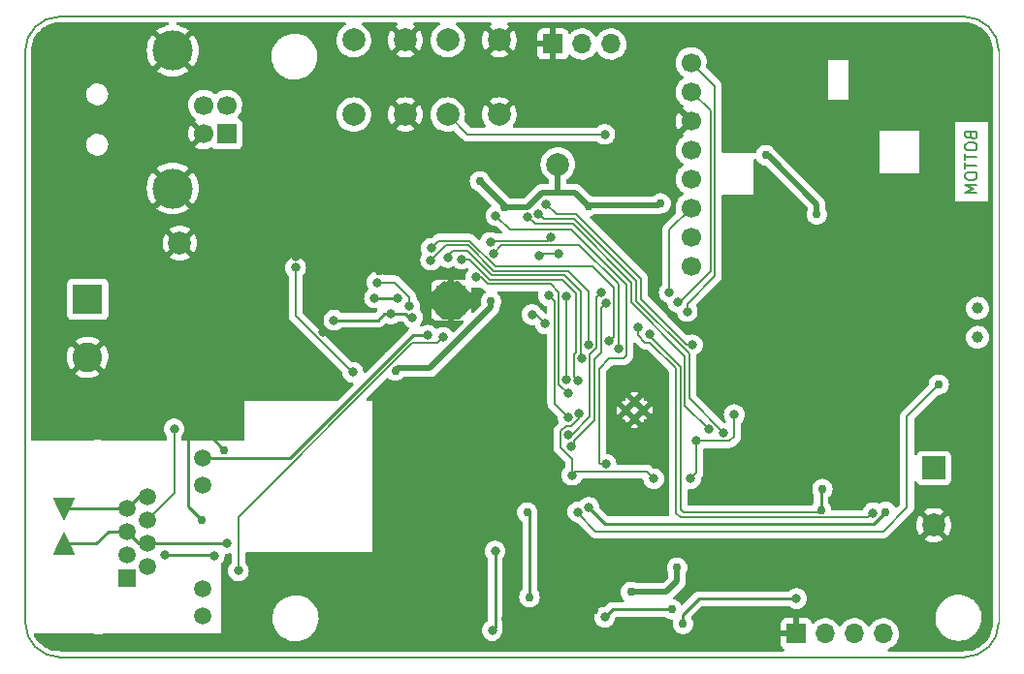
<source format=gbr>
%TF.GenerationSoftware,KiCad,Pcbnew,(6.0.4)*%
%TF.CreationDate,2022-04-11T12:28:49+02:00*%
%TF.ProjectId,PSE_RP2040,5053455f-5250-4323-9034-302e6b696361,rev?*%
%TF.SameCoordinates,Original*%
%TF.FileFunction,Copper,L2,Bot*%
%TF.FilePolarity,Positive*%
%FSLAX46Y46*%
G04 Gerber Fmt 4.6, Leading zero omitted, Abs format (unit mm)*
G04 Created by KiCad (PCBNEW (6.0.4)) date 2022-04-11 12:28:49*
%MOMM*%
%LPD*%
G01*
G04 APERTURE LIST*
G04 Aperture macros list*
%AMOutline4P*
0 Free polygon, 4 corners , with rotation*
0 The origin of the aperture is its center*
0 number of corners: always 4*
0 $1 to $8 corner X, Y*
0 $9 Rotation angle, in degrees counterclockwise*
0 create outline with 4 corners*
4,1,4,$1,$2,$3,$4,$5,$6,$7,$8,$1,$2,$9*%
G04 Aperture macros list end*
%TA.AperFunction,Profile*%
%ADD10C,0.150000*%
%TD*%
%TA.AperFunction,Profile*%
%ADD11C,0.100000*%
%TD*%
%ADD12C,0.150000*%
%TA.AperFunction,NonConductor*%
%ADD13C,0.150000*%
%TD*%
%TA.AperFunction,ComponentPad*%
%ADD14C,2.000000*%
%TD*%
%TA.AperFunction,ComponentPad*%
%ADD15R,2.000000X2.000000*%
%TD*%
%TA.AperFunction,ComponentPad*%
%ADD16R,2.600000X2.600000*%
%TD*%
%TA.AperFunction,ComponentPad*%
%ADD17C,2.600000*%
%TD*%
%TA.AperFunction,ComponentPad*%
%ADD18C,1.700000*%
%TD*%
%TA.AperFunction,ComponentPad*%
%ADD19C,0.500000*%
%TD*%
%TA.AperFunction,SMDPad,CuDef*%
%ADD20R,2.500000X2.500000*%
%TD*%
%TA.AperFunction,ComponentPad*%
%ADD21R,1.500000X1.500000*%
%TD*%
%TA.AperFunction,ComponentPad*%
%ADD22C,1.500000*%
%TD*%
%TA.AperFunction,ComponentPad*%
%ADD23R,1.700000X1.700000*%
%TD*%
%TA.AperFunction,ComponentPad*%
%ADD24C,3.500000*%
%TD*%
%TA.AperFunction,ComponentPad*%
%ADD25C,1.000000*%
%TD*%
%TA.AperFunction,ComponentPad*%
%ADD26O,1.700000X1.700000*%
%TD*%
%TA.AperFunction,ComponentPad*%
%ADD27C,0.600000*%
%TD*%
%TA.AperFunction,SMDPad,CuDef*%
%ADD28Outline4P,-0.025000X-1.000000X0.025000X-1.000000X0.975000X1.000000X-0.975000X1.000000X180.000000*%
%TD*%
%TA.AperFunction,SMDPad,CuDef*%
%ADD29Outline4P,-0.025000X-1.000000X0.025000X-1.000000X0.975000X1.000000X-0.975000X1.000000X0.000000*%
%TD*%
%TA.AperFunction,ViaPad*%
%ADD30C,0.800000*%
%TD*%
%TA.AperFunction,ViaPad*%
%ADD31C,0.762000*%
%TD*%
%TA.AperFunction,Conductor*%
%ADD32C,0.254000*%
%TD*%
%TA.AperFunction,Conductor*%
%ADD33C,0.203200*%
%TD*%
%TA.AperFunction,Conductor*%
%ADD34C,0.508000*%
%TD*%
%TA.AperFunction,Conductor*%
%ADD35C,0.250000*%
%TD*%
G04 APERTURE END LIST*
D10*
X182000000Y-158000000D02*
X103000000Y-158000000D01*
D11*
X185000000Y-105000000D02*
X185000000Y-155000000D01*
D10*
X100000000Y-155000000D02*
X100000000Y-105000000D01*
X100000000Y-155000000D02*
G75*
G03*
X103000000Y-158000000I3000000J0D01*
G01*
X182000000Y-158000000D02*
G75*
G03*
X185000000Y-155000000I0J3000000D01*
G01*
X103000000Y-102000000D02*
G75*
G03*
X100000000Y-105000000I0J-3000000D01*
G01*
X185000000Y-105000000D02*
G75*
G03*
X182000000Y-102000000I-3000000J0D01*
G01*
X103000000Y-102000000D02*
X182000000Y-102000000D01*
D12*
D13*
X182553580Y-112415469D02*
X182601199Y-112558326D01*
X182648818Y-112605945D01*
X182744056Y-112653564D01*
X182886913Y-112653564D01*
X182982151Y-112605945D01*
X183029770Y-112558326D01*
X183077389Y-112463088D01*
X183077389Y-112082135D01*
X182077389Y-112082135D01*
X182077389Y-112415469D01*
X182125009Y-112510707D01*
X182172628Y-112558326D01*
X182267866Y-112605945D01*
X182363104Y-112605945D01*
X182458342Y-112558326D01*
X182505961Y-112510707D01*
X182553580Y-112415469D01*
X182553580Y-112082135D01*
X182077389Y-113272612D02*
X182077389Y-113463088D01*
X182125009Y-113558326D01*
X182220247Y-113653564D01*
X182410723Y-113701183D01*
X182744056Y-113701183D01*
X182934532Y-113653564D01*
X183029770Y-113558326D01*
X183077389Y-113463088D01*
X183077389Y-113272612D01*
X183029770Y-113177373D01*
X182934532Y-113082135D01*
X182744056Y-113034516D01*
X182410723Y-113034516D01*
X182220247Y-113082135D01*
X182125009Y-113177373D01*
X182077389Y-113272612D01*
X182077389Y-113986897D02*
X182077389Y-114558326D01*
X183077389Y-114272612D02*
X182077389Y-114272612D01*
X182077389Y-114748802D02*
X182077389Y-115320231D01*
X183077389Y-115034516D02*
X182077389Y-115034516D01*
X182077389Y-115844040D02*
X182077389Y-116034516D01*
X182125009Y-116129754D01*
X182220247Y-116224993D01*
X182410723Y-116272612D01*
X182744056Y-116272612D01*
X182934532Y-116224993D01*
X183029770Y-116129754D01*
X183077389Y-116034516D01*
X183077389Y-115844040D01*
X183029770Y-115748802D01*
X182934532Y-115653564D01*
X182744056Y-115605945D01*
X182410723Y-115605945D01*
X182220247Y-115653564D01*
X182125009Y-115748802D01*
X182077389Y-115844040D01*
X183077389Y-116701183D02*
X182077389Y-116701183D01*
X182791675Y-117034516D01*
X182077389Y-117367850D01*
X183077389Y-117367850D01*
D14*
%TO.P,TP2,1,1*%
%TO.N,GND*%
X113500000Y-121800000D03*
%TD*%
%TO.P,SW1,1,1*%
%TO.N,Net-(R11-Pad2)*%
X128687000Y-104065000D03*
X128687000Y-110565000D03*
%TO.P,SW1,2,2*%
%TO.N,GND*%
X133187000Y-104065000D03*
X133187000Y-110565000D03*
%TD*%
D15*
%TO.P,C1,1*%
%TO.N,Net-(C1-Pad1)*%
X179324000Y-141478000D03*
D14*
%TO.P,C1,2*%
%TO.N,GND*%
X179324000Y-146478000D03*
%TD*%
D16*
%TO.P,J5,1,Pin_1*%
%TO.N,Net-(F1-Pad1)*%
X105445000Y-126705000D03*
D17*
%TO.P,J5,2,Pin_2*%
%TO.N,GND*%
X105445000Y-131785000D03*
%TD*%
D14*
%TO.P,SW2,1,1*%
%TO.N,/MCU_nRST*%
X136887000Y-104065000D03*
X136887000Y-110565000D03*
%TO.P,SW2,2,2*%
%TO.N,GND*%
X141387000Y-104065000D03*
X141387000Y-110565000D03*
%TD*%
D18*
%TO.P,U6,1,RXD*%
%TO.N,/UART_TX-GPS_RX*%
X158140000Y-106020000D03*
%TO.P,U6,2,TXD*%
%TO.N,/UART_RX-GPS_TX*%
X158140000Y-108560000D03*
%TO.P,U6,3,GND*%
%TO.N,GND*%
X158140000Y-111100000D03*
%TO.P,U6,4,VCC*%
%TO.N,/VCC_GPS*%
X158140000Y-113640000D03*
%TO.P,U6,5,V_BCKP*%
X158140000Y-116180000D03*
%TO.P,U6,6,TIMEPULSE*%
%TO.N,/PPS*%
X158140000Y-118720000D03*
%TO.P,U6,7,SDA*%
%TO.N,unconnected-(U6-Pad7)*%
X158140000Y-121260000D03*
%TO.P,U6,8,SCL*%
%TO.N,unconnected-(U6-Pad8)*%
X158140000Y-123800000D03*
%TD*%
D19*
%TO.P,IC1,25,VSS*%
%TO.N,GND*%
X137200000Y-126800000D03*
X137200000Y-125800000D03*
X138200000Y-126800000D03*
D20*
X137200000Y-126800000D03*
D19*
X136200000Y-127800000D03*
X137200000Y-127800000D03*
X138200000Y-125800000D03*
X136200000Y-126800000D03*
X138200000Y-127800000D03*
X136200000Y-125800000D03*
%TD*%
D21*
%TO.P,J3,1*%
%TO.N,TX_P*%
X108875000Y-151060000D03*
D22*
%TO.P,J3,2*%
%TO.N,TX_N*%
X110655000Y-150044000D03*
%TO.P,J3,3*%
%TO.N,RX_P*%
X108875000Y-149028000D03*
%TO.P,J3,4*%
%TO.N,Net-(D2-Pad3)*%
X110655000Y-148012000D03*
%TO.P,J3,5*%
X108875000Y-146996000D03*
%TO.P,J3,6*%
%TO.N,RX_N*%
X110655000Y-145980000D03*
%TO.P,J3,7*%
%TO.N,Net-(D2-Pad4)*%
X108875000Y-144964000D03*
%TO.P,J3,8*%
X110655000Y-143948000D03*
%TO.P,J3,9*%
%TO.N,Net-(J3-Pad9)*%
X115475000Y-154360000D03*
%TO.P,J3,10*%
%TO.N,LEDA_RJ45*%
X115475000Y-152070000D03*
%TO.P,J3,11*%
%TO.N,Net-(J3-Pad11)*%
X115475000Y-142930000D03*
%TO.P,J3,12*%
%TO.N,LEDB_RJ45*%
X115475000Y-140640000D03*
%TD*%
D23*
%TO.P,J1,1,VBUS*%
%TO.N,/VUSB*%
X117577500Y-112250000D03*
D18*
%TO.P,J1,2,D-*%
%TO.N,/USB_DN*%
X117577500Y-109750000D03*
%TO.P,J1,3,D+*%
%TO.N,/USB_DP*%
X115577500Y-109750000D03*
%TO.P,J1,4,GND*%
%TO.N,GND*%
X115577500Y-112250000D03*
D24*
%TO.P,J1,5,Shield*%
X112867500Y-117020000D03*
X112867500Y-104980000D03*
%TD*%
D25*
%TO.P,Y1,1,1*%
%TO.N,Net-(U2-Pad1)*%
X183150000Y-127500000D03*
%TO.P,Y1,2,2*%
%TO.N,Net-(U2-Pad2)*%
X183150000Y-130040000D03*
%TD*%
D23*
%TO.P,J6,1,Pin_1*%
%TO.N,GND*%
X167319800Y-155956000D03*
D26*
%TO.P,J6,2,Pin_2*%
%TO.N,+3V3*%
X169859800Y-155956000D03*
%TO.P,J6,3,Pin_3*%
%TO.N,/GPIO2_I2C_SDA*%
X172399800Y-155956000D03*
%TO.P,J6,4,Pin_4*%
%TO.N,/GPIO3_I2C_SCL*%
X174939800Y-155956000D03*
%TD*%
D27*
%TO.P,U1,57,GND*%
%TO.N,GND*%
X152425000Y-136400000D03*
X153200000Y-137175000D03*
X153975000Y-136400000D03*
X153200000Y-135625000D03*
%TD*%
D23*
%TO.P,J4,1,Pin_1*%
%TO.N,GND*%
X146075000Y-104400000D03*
D26*
%TO.P,J4,2,Pin_2*%
%TO.N,/SWCLK*%
X148615000Y-104400000D03*
%TO.P,J4,3,Pin_3*%
%TO.N,/SWDIO*%
X151155000Y-104400000D03*
%TD*%
D14*
%TO.P,TP1,1,1*%
%TO.N,+3V3*%
X146500000Y-114925000D03*
%TD*%
D28*
%TO.P,E1,1*%
%TO.N,Net-(D2-Pad3)*%
X103378000Y-148058000D03*
D29*
%TO.P,E1,2*%
%TO.N,Net-(D2-Pad4)*%
X103378000Y-145058000D03*
%TD*%
D30*
%TO.N,Net-(IC1-Pad23)*%
X131901984Y-128001984D03*
X133800000Y-128300000D03*
X126950000Y-128550000D03*
%TO.N,Net-(C22-Pad1)*%
X123600000Y-123952303D03*
X128600000Y-133100000D03*
%TO.N,Net-(IC1-Pad22)*%
X133550000Y-127345970D03*
X130700000Y-125242189D03*
%TO.N,Net-(IC1-Pad21)*%
X130500000Y-126600000D03*
X132500000Y-126600000D03*
%TO.N,RX_N*%
X113000000Y-138050000D03*
%TO.N,GND*%
X145100000Y-132700000D03*
D31*
X117350000Y-139900000D03*
D30*
X169500000Y-148350000D03*
X151975000Y-107225000D03*
X182925000Y-124200000D03*
D31*
X160300000Y-142775000D03*
D30*
X117175000Y-121650000D03*
D31*
X149670000Y-153870000D03*
D30*
X174950000Y-142200000D03*
D31*
X155080000Y-156700000D03*
D30*
X138725000Y-142100000D03*
D31*
X161600000Y-134900000D03*
X162360000Y-126920000D03*
D30*
X172075000Y-131675000D03*
X136625000Y-137550000D03*
X180400000Y-120075000D03*
X138100000Y-146500000D03*
X148050000Y-108225000D03*
X125975000Y-129575000D03*
X172975000Y-134400000D03*
X126350000Y-108400000D03*
D31*
X161900000Y-143900000D03*
D30*
X138950000Y-137500000D03*
X123600000Y-122975000D03*
X153800000Y-111800000D03*
D31*
X129775000Y-131850000D03*
X152600000Y-150050000D03*
X115400000Y-146000000D03*
D30*
X181775000Y-110225000D03*
X121775000Y-150575000D03*
D31*
X144361189Y-126475000D03*
D30*
X129275000Y-120325000D03*
D31*
X141895559Y-154691189D03*
D30*
X131300000Y-143200000D03*
X106875000Y-136225000D03*
X175900000Y-139800000D03*
D31*
X130900000Y-124300000D03*
D30*
X164200000Y-148500000D03*
X144000000Y-107275000D03*
D31*
X166300000Y-138950000D03*
D30*
X149850000Y-116950000D03*
X183400000Y-150100000D03*
X159250000Y-144000000D03*
X109175000Y-121700000D03*
X137200000Y-148400000D03*
X103225000Y-136225000D03*
D31*
X171680000Y-151210000D03*
D30*
X136550000Y-140575000D03*
D31*
X113650000Y-135950000D03*
%TO.N,+3V3*%
X140668047Y-126900743D03*
X141800000Y-118640420D03*
X155475000Y-118325000D03*
X132306060Y-132950000D03*
X139700000Y-116400000D03*
X149150000Y-118550000D03*
%TO.N,/GPIO2_I2C_SDA*%
X169600000Y-143289300D03*
X169475000Y-145143931D03*
D30*
X154521100Y-129794945D03*
%TO.N,/GPIO3_I2C_SCL*%
X153500000Y-129200000D03*
X174015000Y-145385000D03*
D31*
%TO.N,/VCC_GPS*%
X169100000Y-119300000D03*
X164650000Y-114125000D03*
D30*
%TO.N,/UART_RX-GPS_TX*%
X156975000Y-126975000D03*
%TO.N,/UART_TX-GPS_RX*%
X157800000Y-127775000D03*
D31*
%TO.N,poe-*%
X144025000Y-152750000D03*
X143825000Y-145350000D03*
D30*
%TO.N,+1V1*%
X147740581Y-142100000D03*
X154878900Y-142400000D03*
X158600000Y-139100000D03*
X161900000Y-136800000D03*
X158100000Y-142400000D03*
X148325000Y-136721100D03*
%TO.N,Net-(C33-Pad2)*%
X167348200Y-152882600D03*
D31*
X157429200Y-155092400D03*
D30*
%TO.N,RXD0*%
X145405055Y-128855055D03*
X144250877Y-128050877D03*
%TO.N,Net-(IC1-Pad8)*%
X146600000Y-122700000D03*
X144861669Y-122900000D03*
%TO.N,Net-(R30-Pad1)*%
X141020800Y-148742400D03*
X140775000Y-155675000D03*
%TO.N,/QSPI_SS*%
X145500000Y-118400000D03*
X158250000Y-130700000D03*
%TO.N,Net-(R12-Pad2)*%
X143875000Y-119500000D03*
X159663583Y-138050442D03*
%TO.N,Net-(R13-Pad2)*%
X144825000Y-119250000D03*
X160968920Y-138421100D03*
%TO.N,/MCU_nRST*%
X147650000Y-139575000D03*
X150721100Y-127050000D03*
X150600000Y-112300000D03*
%TO.N,LAN_REFCK*%
X150701282Y-141125201D03*
X141100000Y-119400000D03*
%TO.N,CRS*%
X151800000Y-131000000D03*
X140878900Y-122700000D03*
%TO.N,MDIO*%
X140600000Y-121750000D03*
X147274600Y-133739038D03*
X147278900Y-126450000D03*
X145900000Y-121300000D03*
%TO.N,LEDB_RJ45*%
X135148730Y-129848731D03*
%TO.N,LEDA_RJ45*%
X136499654Y-130054315D03*
X118600000Y-150450000D03*
D31*
%TO.N,Net-(JP1-Pad2)*%
X156464000Y-153822400D03*
D30*
X150596600Y-154508200D03*
D31*
%TO.N,Net-(C32-Pad2)*%
X152882600Y-152323800D03*
X156910000Y-150190700D03*
%TO.N,/RTC_nINT*%
X179760000Y-134170000D03*
D30*
X148256880Y-145307340D03*
D31*
%TO.N,/RTC_CLKOUT*%
X175130000Y-145300000D03*
D30*
X149200000Y-144900000D03*
%TO.N,Net-(D2-Pad3)*%
X117577053Y-148031653D03*
%TO.N,Net-(D2-Pad4)*%
X112166400Y-149098000D03*
X116497553Y-149111153D03*
%TO.N,MDC*%
X147375000Y-134925000D03*
X139350000Y-124800000D03*
%TO.N,LAN_nRST*%
X138100000Y-123200000D03*
X148250000Y-133800000D03*
%TO.N,TXEN*%
X136900000Y-123059420D03*
X148621100Y-131900000D03*
%TO.N,TXD0*%
X135450000Y-122250000D03*
X151000000Y-130378900D03*
%TO.N,TXD1*%
X135400000Y-123300000D03*
X149200000Y-130700000D03*
%TO.N,/PPS*%
X156225000Y-126125000D03*
%TO.N,/SWCLK*%
X145700000Y-126400000D03*
X147401438Y-137040712D03*
%TO.N,/SWDIO*%
X150330064Y-126154337D03*
X147392555Y-138542555D03*
%TD*%
D32*
%TO.N,Net-(IC1-Pad23)*%
X130800000Y-128550000D02*
X126950000Y-128550000D01*
X131348016Y-128001984D02*
X130800000Y-128550000D01*
X133209967Y-128001984D02*
X133507983Y-128300000D01*
X131901984Y-128001984D02*
X133209967Y-128001984D01*
X133507983Y-128300000D02*
X133800000Y-128300000D01*
X131901984Y-128001984D02*
X131348016Y-128001984D01*
D33*
%TO.N,Net-(C22-Pad1)*%
X123600000Y-123952303D02*
X123600000Y-128160126D01*
X128539874Y-133100000D02*
X128600000Y-133100000D01*
X123600000Y-128160126D02*
X128539874Y-133100000D01*
%TO.N,Net-(IC1-Pad22)*%
X133550000Y-126550000D02*
X132242189Y-125242189D01*
X133550000Y-127345970D02*
X133550000Y-126550000D01*
X132242189Y-125242189D02*
X130700000Y-125242189D01*
D32*
%TO.N,Net-(IC1-Pad21)*%
X132500000Y-126600000D02*
X130500000Y-126600000D01*
D33*
%TO.N,RX_N*%
X113000000Y-138050000D02*
X113000000Y-143635000D01*
X113000000Y-143635000D02*
X110655000Y-145980000D01*
D32*
%TO.N,GND*%
X117350000Y-139900000D02*
X114450000Y-137000000D01*
X114250000Y-144850000D02*
X114250000Y-136850000D01*
X114450000Y-137000000D02*
X113650000Y-136200000D01*
X113650000Y-136200000D02*
X113650000Y-135950000D01*
X115400000Y-146000000D02*
X114250000Y-144850000D01*
D34*
%TO.N,+3V3*%
X141800000Y-118640420D02*
X143859580Y-118640420D01*
X155475000Y-118325000D02*
X155300000Y-118500000D01*
X132306060Y-132950000D02*
X132489911Y-132766149D01*
X135333851Y-132766149D02*
X140668047Y-127431953D01*
X145100000Y-117400000D02*
X146500000Y-117400000D01*
X146500000Y-117400000D02*
X148000000Y-117400000D01*
X140668047Y-127431953D02*
X140668047Y-126900743D01*
X143859580Y-118640420D02*
X145100000Y-117400000D01*
X141800000Y-118640420D02*
X141800000Y-118500000D01*
X148000000Y-117400000D02*
X149150000Y-118550000D01*
X132489911Y-132766149D02*
X135333851Y-132766149D01*
X146500000Y-114925000D02*
X146500000Y-117400000D01*
X141800000Y-118500000D02*
X139700000Y-116400000D01*
X149200000Y-118500000D02*
X149150000Y-118550000D01*
X155300000Y-118500000D02*
X149200000Y-118500000D01*
D33*
%TO.N,/GPIO2_I2C_SDA*%
X157500000Y-145367961D02*
X157200000Y-145067961D01*
X157200000Y-132600000D02*
X154521100Y-129921100D01*
X169475000Y-145143931D02*
X169250970Y-145367961D01*
D32*
X169475000Y-145143931D02*
X169475000Y-143414300D01*
X169475000Y-143414300D02*
X169600000Y-143289300D01*
D33*
X157200000Y-145067961D02*
X157200000Y-132600000D01*
X169250970Y-145367961D02*
X157500000Y-145367961D01*
X154521100Y-129921100D02*
X154521100Y-129794945D01*
%TO.N,/GPIO3_I2C_SCL*%
X154139874Y-130500000D02*
X154561864Y-130500000D01*
X154561864Y-130500000D02*
X156819480Y-132757616D01*
X156819480Y-145419480D02*
X157203831Y-145803831D01*
X156819480Y-132757616D02*
X156819480Y-145419480D01*
X173596169Y-145803831D02*
X174015000Y-145385000D01*
X157203831Y-145803831D02*
X173596169Y-145803831D01*
X153500000Y-129860126D02*
X154139874Y-130500000D01*
X153500000Y-129200000D02*
X153500000Y-129860126D01*
D34*
%TO.N,/VCC_GPS*%
X164825000Y-114125000D02*
X169100000Y-118400000D01*
X164650000Y-114125000D02*
X164825000Y-114125000D01*
X169100000Y-118400000D02*
X169100000Y-119300000D01*
D33*
%TO.N,/UART_RX-GPS_TX*%
X157125000Y-126975000D02*
X159818680Y-124281320D01*
X159818680Y-124281320D02*
X159818680Y-110238680D01*
X159818680Y-110238680D02*
X158140000Y-108560000D01*
X156975000Y-126975000D02*
X157125000Y-126975000D01*
%TO.N,/UART_TX-GPS_RX*%
X157800000Y-127100000D02*
X160199200Y-124700800D01*
X160199200Y-108079200D02*
X158140000Y-106020000D01*
X157800000Y-127775000D02*
X157800000Y-127100000D01*
X160199200Y-124700800D02*
X160199200Y-108079200D01*
D32*
%TO.N,poe-*%
X143825000Y-145350000D02*
X144025000Y-145550000D01*
X144025000Y-145550000D02*
X144025000Y-152750000D01*
D33*
%TO.N,+1V1*%
X158100000Y-142400000D02*
X158600000Y-141900000D01*
X148036469Y-141804112D02*
X154283012Y-141804112D01*
X147740581Y-140690581D02*
X147740581Y-142100000D01*
X161900000Y-138700000D02*
X161500000Y-139100000D01*
X158600000Y-141900000D02*
X158600000Y-139100000D01*
X147675000Y-137775000D02*
X147200000Y-137775000D01*
X148325000Y-137125000D02*
X147675000Y-137775000D01*
X154283012Y-141804112D02*
X154878900Y-142400000D01*
X147200000Y-137775000D02*
X146713644Y-138261356D01*
X146713644Y-138261356D02*
X146713644Y-139663644D01*
X147740581Y-142100000D02*
X148036469Y-141804112D01*
X148325000Y-136721100D02*
X148325000Y-137125000D01*
X161900000Y-136800000D02*
X161900000Y-138700000D01*
X161500000Y-139100000D02*
X158600000Y-139100000D01*
X146713644Y-139663644D02*
X147740581Y-140690581D01*
D35*
%TO.N,Net-(C33-Pad2)*%
X161988800Y-152882600D02*
X158851600Y-152882600D01*
X158851600Y-152882600D02*
X157810200Y-153924000D01*
X157810200Y-153924000D02*
X157429200Y-154305000D01*
X157429200Y-154305000D02*
X157429200Y-155092400D01*
X167348200Y-152882600D02*
X161988800Y-152882600D01*
D33*
%TO.N,RXD0*%
X144600877Y-128050877D02*
X144250877Y-128050877D01*
X145405055Y-128855055D02*
X144600877Y-128050877D01*
%TO.N,Net-(IC1-Pad8)*%
X146600000Y-122700000D02*
X145061669Y-122700000D01*
X145061669Y-122700000D02*
X144861669Y-122900000D01*
D35*
%TO.N,Net-(R30-Pad1)*%
X141020800Y-155429200D02*
X141020800Y-148742400D01*
X140775000Y-155675000D02*
X141020800Y-155429200D01*
D33*
%TO.N,/QSPI_SS*%
X153750000Y-126711864D02*
X157738136Y-130700000D01*
X157738136Y-130700000D02*
X158250000Y-130700000D01*
X148125000Y-119300000D02*
X146400000Y-119300000D01*
X153750000Y-124925000D02*
X153750000Y-126711864D01*
X146400000Y-119300000D02*
X145500000Y-118400000D01*
X148125000Y-119300000D02*
X153750000Y-124925000D01*
%TO.N,Net-(R12-Pad2)*%
X147800000Y-120150000D02*
X152900000Y-125250000D01*
X157600000Y-135986859D02*
X159663583Y-138050442D01*
X152900000Y-127000000D02*
X157600000Y-131700000D01*
X152900000Y-125250000D02*
X152900000Y-127000000D01*
X157600000Y-131700000D02*
X157600000Y-135986859D01*
X144525000Y-120150000D02*
X147800000Y-120150000D01*
X143875000Y-119500000D02*
X144525000Y-120150000D01*
%TO.N,Net-(R13-Pad2)*%
X160968920Y-138368920D02*
X160968920Y-138421100D01*
X153350000Y-125125000D02*
X153350000Y-126850000D01*
X157980520Y-131480520D02*
X157980520Y-135380520D01*
X145275000Y-119700000D02*
X147925000Y-119700000D01*
X144825000Y-119250000D02*
X145275000Y-119700000D01*
X157980520Y-135380520D02*
X160968920Y-138368920D01*
X147925000Y-119700000D02*
X153350000Y-125125000D01*
X153350000Y-126850000D02*
X157980520Y-131480520D01*
%TO.N,/MCU_nRST*%
X147900000Y-139325000D02*
X147900000Y-139100000D01*
X138622000Y-112300000D02*
X136887000Y-110565000D01*
X150300000Y-131400000D02*
X150300000Y-127471100D01*
X149700000Y-137300000D02*
X149700000Y-132000000D01*
X147900000Y-139100000D02*
X149700000Y-137300000D01*
X149700000Y-132000000D02*
X150300000Y-131400000D01*
X150300000Y-127471100D02*
X150721100Y-127050000D01*
X147650000Y-139575000D02*
X147900000Y-139325000D01*
X150600000Y-112300000D02*
X138622000Y-112300000D01*
%TO.N,LAN_REFCK*%
X152200000Y-131900000D02*
X152478911Y-131621089D01*
X151000000Y-131900000D02*
X152200000Y-131900000D01*
X150100000Y-132800000D02*
X151000000Y-131900000D01*
X152478911Y-131621089D02*
X152478911Y-125453911D01*
X150100000Y-141000000D02*
X150100000Y-132800000D01*
X152478911Y-125453911D02*
X147646089Y-120621089D01*
X142321089Y-120621089D02*
X141100000Y-119400000D01*
X147646089Y-120621089D02*
X142321089Y-120621089D01*
X150701282Y-141125201D02*
X150225201Y-141125201D01*
X150225201Y-141125201D02*
X150100000Y-141000000D01*
%TO.N,CRS*%
X141598380Y-121980520D02*
X148380520Y-121980520D01*
X140878900Y-122700000D02*
X141598380Y-121980520D01*
X148380520Y-121980520D02*
X151800000Y-125400000D01*
X151800000Y-125400000D02*
X151800000Y-131000000D01*
%TO.N,MDIO*%
X140750000Y-121600000D02*
X140600000Y-121750000D01*
X147278900Y-133734738D02*
X147278900Y-126450000D01*
X147274600Y-133739038D02*
X147278900Y-133734738D01*
X145900000Y-121300000D02*
X145600000Y-121600000D01*
X145600000Y-121600000D02*
X140750000Y-121600000D01*
D32*
%TO.N,LEDB_RJ45*%
X135148730Y-129848731D02*
X133901269Y-129848731D01*
X131864577Y-131884169D02*
X123108746Y-140640000D01*
X123108746Y-140640000D02*
X115475000Y-140640000D01*
X131865831Y-131884169D02*
X131864577Y-131884169D01*
X133901269Y-129848731D02*
X131865831Y-131884169D01*
D33*
%TO.N,LEDA_RJ45*%
X118600000Y-145722804D02*
X118600000Y-150450000D01*
X136003969Y-130550000D02*
X133775000Y-130550000D01*
X133775000Y-130550000D02*
X132034911Y-132290089D01*
X132034911Y-132290089D02*
X132032715Y-132290089D01*
X136499654Y-130054315D02*
X136003969Y-130550000D01*
X132032715Y-132290089D02*
X118600000Y-145722804D01*
D32*
%TO.N,Net-(JP1-Pad2)*%
X151282400Y-153822400D02*
X150596600Y-154508200D01*
X156464000Y-153822400D02*
X151282400Y-153822400D01*
D34*
%TO.N,Net-(C32-Pad2)*%
X152882600Y-152323800D02*
X155966200Y-152323800D01*
X156910000Y-151380000D02*
X156910000Y-150190700D01*
X155966200Y-152323800D02*
X156910000Y-151380000D01*
D33*
%TO.N,/RTC_nINT*%
X149808911Y-147008911D02*
X174891089Y-147008911D01*
X177000000Y-144900000D02*
X177000000Y-136930000D01*
X174891089Y-147008911D02*
X177000000Y-144900000D01*
X148256880Y-145307340D02*
X148256880Y-145456880D01*
X177000000Y-136930000D02*
X179760000Y-134170000D01*
X148256880Y-145456880D02*
X149808911Y-147008911D01*
D32*
%TO.N,/RTC_CLKOUT*%
X150630000Y-146330000D02*
X174100000Y-146330000D01*
X149200000Y-144900000D02*
X150630000Y-146330000D01*
X174100000Y-146330000D02*
X175130000Y-145300000D01*
D35*
%TO.N,Net-(D2-Pad3)*%
X106196000Y-148058000D02*
X103378000Y-148058000D01*
X109891000Y-148012000D02*
X108875000Y-146996000D01*
X117545000Y-148012000D02*
X117557400Y-148012000D01*
X110655000Y-148012000D02*
X109891000Y-148012000D01*
X107258000Y-146996000D02*
X106196000Y-148058000D01*
X108875000Y-146996000D02*
X107258000Y-146996000D01*
X117557400Y-148012000D02*
X117577053Y-148031653D01*
X110655000Y-148012000D02*
X117545000Y-148012000D01*
%TO.N,Net-(D2-Pad4)*%
X109891000Y-143948000D02*
X108875000Y-144964000D01*
X103472000Y-144964000D02*
X103378000Y-145058000D01*
X110655000Y-143948000D02*
X109891000Y-143948000D01*
X116497553Y-149111153D02*
X116484400Y-149098000D01*
X116484400Y-149098000D02*
X112166400Y-149098000D01*
X108875000Y-144964000D02*
X103472000Y-144964000D01*
D33*
%TO.N,MDC*%
X146595689Y-126095689D02*
X145900000Y-125400000D01*
X140400000Y-125400000D02*
X139800000Y-124800000D01*
X139800000Y-124800000D02*
X139350000Y-124800000D01*
X145900000Y-125400000D02*
X140400000Y-125400000D01*
X147375000Y-134925000D02*
X146595689Y-134145689D01*
X146595689Y-134145689D02*
X146595689Y-126095689D01*
%TO.N,LAN_nRST*%
X147942189Y-131557811D02*
X148119480Y-131380520D01*
X148119480Y-131380520D02*
X148119480Y-126219480D01*
X140579606Y-125019480D02*
X138760126Y-123200000D01*
X147942189Y-133492189D02*
X147942189Y-131557811D01*
X138760126Y-123200000D02*
X138100000Y-123200000D01*
X148250000Y-133800000D02*
X147942189Y-133492189D01*
X146919480Y-125019480D02*
X140579606Y-125019480D01*
X148119480Y-126219480D02*
X146919480Y-125019480D01*
%TO.N,TXEN*%
X138623728Y-122500000D02*
X137300000Y-122500000D01*
X148499999Y-126061863D02*
X147038136Y-124600000D01*
X140723728Y-124600000D02*
X138623728Y-122500000D01*
X137300000Y-122500000D02*
X136900000Y-122900000D01*
X147038136Y-124600000D02*
X140723728Y-124600000D01*
X136900000Y-122900000D02*
X136900000Y-123059420D01*
X148621100Y-131900000D02*
X148499999Y-131778899D01*
X148499999Y-131778899D02*
X148499999Y-126061863D01*
%TO.N,TXD0*%
X135450000Y-122250000D02*
X136100000Y-121600000D01*
X138800000Y-121600000D02*
X141038960Y-123838960D01*
X136100000Y-121600000D02*
X138800000Y-121600000D01*
X151400000Y-129978900D02*
X151000000Y-130378900D01*
X141038960Y-123838960D02*
X149538960Y-123838960D01*
X149538960Y-123838960D02*
X151400000Y-125700000D01*
X151400000Y-125700000D02*
X151400000Y-129978900D01*
%TO.N,TXD1*%
X136700000Y-122000000D02*
X135400000Y-123300000D01*
X149200000Y-126000000D02*
X147419480Y-124219480D01*
X140881344Y-124219480D02*
X138661864Y-122000000D01*
X149200000Y-130700000D02*
X149200000Y-126000000D01*
X147419480Y-124219480D02*
X140881344Y-124219480D01*
X138661864Y-122000000D02*
X136700000Y-122000000D01*
%TO.N,/PPS*%
X156225000Y-126125000D02*
X156250000Y-126100000D01*
X156250000Y-126100000D02*
X156250000Y-120610000D01*
X156250000Y-120610000D02*
X158140000Y-118720000D01*
%TO.N,/SWCLK*%
X146200000Y-126900000D02*
X145700000Y-126400000D01*
X147401438Y-137040712D02*
X146200000Y-135839274D01*
X146200000Y-135839274D02*
X146200000Y-126900000D01*
%TO.N,/SWDIO*%
X147392555Y-138542555D02*
X147757445Y-138542555D01*
X147757445Y-138542555D02*
X149300000Y-137000000D01*
X149300000Y-131560126D02*
X149900000Y-130960126D01*
X149300000Y-137000000D02*
X149300000Y-131560126D01*
X149900000Y-130960126D02*
X149900000Y-126584401D01*
X149900000Y-126584401D02*
X150330064Y-126154337D01*
%TD*%
%TA.AperFunction,Conductor*%
%TO.N,GND*%
G36*
X112507264Y-102528502D02*
G01*
X112553757Y-102582158D01*
X112563861Y-102652432D01*
X112534367Y-102717012D01*
X112474641Y-102755396D01*
X112463725Y-102758079D01*
X112285883Y-102793454D01*
X112277920Y-102795588D01*
X112005453Y-102888078D01*
X111997849Y-102891228D01*
X111739782Y-103018492D01*
X111732645Y-103022613D01*
X111493401Y-103182470D01*
X111486861Y-103187488D01*
X111472426Y-103200147D01*
X111464028Y-103213386D01*
X111469862Y-103223151D01*
X112854690Y-104607980D01*
X112868631Y-104615592D01*
X112870466Y-104615461D01*
X112877080Y-104611210D01*
X114263384Y-103224905D01*
X114270899Y-103211144D01*
X114264441Y-103201784D01*
X114248139Y-103187488D01*
X114241599Y-103182470D01*
X114002356Y-103022613D01*
X113995219Y-103018492D01*
X113737151Y-102891228D01*
X113729547Y-102888078D01*
X113457080Y-102795588D01*
X113449117Y-102793454D01*
X113271275Y-102758079D01*
X113208366Y-102725171D01*
X113173234Y-102663476D01*
X113177034Y-102592581D01*
X113218560Y-102534995D01*
X113284627Y-102509001D01*
X113295857Y-102508500D01*
X127893124Y-102508500D01*
X127961245Y-102528502D01*
X128007738Y-102582158D01*
X128017842Y-102652432D01*
X127988348Y-102717012D01*
X127958960Y-102741932D01*
X127797584Y-102840824D01*
X127617031Y-102995031D01*
X127462824Y-103175584D01*
X127460245Y-103179792D01*
X127460241Y-103179798D01*
X127357271Y-103347830D01*
X127338760Y-103378037D01*
X127336867Y-103382607D01*
X127336865Y-103382611D01*
X127253064Y-103584926D01*
X127247895Y-103597406D01*
X127233891Y-103655736D01*
X127201049Y-103792536D01*
X127192465Y-103828289D01*
X127173835Y-104065000D01*
X127192465Y-104301711D01*
X127247895Y-104532594D01*
X127249788Y-104537165D01*
X127249789Y-104537167D01*
X127336772Y-104747163D01*
X127338760Y-104751963D01*
X127341346Y-104756183D01*
X127460241Y-104950202D01*
X127460245Y-104950208D01*
X127462824Y-104954416D01*
X127617031Y-105134969D01*
X127797584Y-105289176D01*
X127801792Y-105291755D01*
X127801798Y-105291759D01*
X127944084Y-105378952D01*
X128000037Y-105413240D01*
X128004607Y-105415133D01*
X128004611Y-105415135D01*
X128214833Y-105502211D01*
X128219406Y-105504105D01*
X128299609Y-105523360D01*
X128445476Y-105558380D01*
X128445482Y-105558381D01*
X128450289Y-105559535D01*
X128687000Y-105578165D01*
X128923711Y-105559535D01*
X128928518Y-105558381D01*
X128928524Y-105558380D01*
X129074391Y-105523360D01*
X129154594Y-105504105D01*
X129159167Y-105502211D01*
X129369389Y-105415135D01*
X129369393Y-105415133D01*
X129373963Y-105413240D01*
X129429916Y-105378952D01*
X129562556Y-105297670D01*
X132319160Y-105297670D01*
X132324887Y-105305320D01*
X132496042Y-105410205D01*
X132504837Y-105414687D01*
X132714988Y-105501734D01*
X132724373Y-105504783D01*
X132945554Y-105557885D01*
X132955301Y-105559428D01*
X133182070Y-105577275D01*
X133191930Y-105577275D01*
X133418699Y-105559428D01*
X133428446Y-105557885D01*
X133649627Y-105504783D01*
X133659012Y-105501734D01*
X133869163Y-105414687D01*
X133877958Y-105410205D01*
X134045445Y-105307568D01*
X134054907Y-105297110D01*
X134051124Y-105288334D01*
X133199812Y-104437022D01*
X133185868Y-104429408D01*
X133184035Y-104429539D01*
X133177420Y-104433790D01*
X132325920Y-105285290D01*
X132319160Y-105297670D01*
X129562556Y-105297670D01*
X129572202Y-105291759D01*
X129572208Y-105291755D01*
X129576416Y-105289176D01*
X129756969Y-105134969D01*
X129911176Y-104954416D01*
X129913755Y-104950208D01*
X129913759Y-104950202D01*
X130032654Y-104756183D01*
X130035240Y-104751963D01*
X130037229Y-104747163D01*
X130124211Y-104537167D01*
X130124212Y-104537165D01*
X130126105Y-104532594D01*
X130181535Y-104301711D01*
X130199777Y-104069930D01*
X131674725Y-104069930D01*
X131692572Y-104296699D01*
X131694115Y-104306446D01*
X131747217Y-104527627D01*
X131750266Y-104537012D01*
X131837313Y-104747163D01*
X131841795Y-104755958D01*
X131944432Y-104923445D01*
X131954890Y-104932907D01*
X131963666Y-104929124D01*
X132814978Y-104077812D01*
X132821356Y-104066132D01*
X133551408Y-104066132D01*
X133551539Y-104067965D01*
X133555790Y-104074580D01*
X134407290Y-104926080D01*
X134419670Y-104932840D01*
X134427320Y-104927113D01*
X134532205Y-104755958D01*
X134536687Y-104747163D01*
X134623734Y-104537012D01*
X134626783Y-104527627D01*
X134679885Y-104306446D01*
X134681428Y-104296699D01*
X134699275Y-104069930D01*
X134699275Y-104060070D01*
X134681428Y-103833301D01*
X134679885Y-103823554D01*
X134626783Y-103602373D01*
X134623734Y-103592988D01*
X134536687Y-103382837D01*
X134532205Y-103374042D01*
X134429568Y-103206555D01*
X134419110Y-103197093D01*
X134410334Y-103200876D01*
X133559022Y-104052188D01*
X133551408Y-104066132D01*
X132821356Y-104066132D01*
X132822592Y-104063868D01*
X132822461Y-104062035D01*
X132818210Y-104055420D01*
X131966710Y-103203920D01*
X131954330Y-103197160D01*
X131946680Y-103202887D01*
X131841795Y-103374042D01*
X131837313Y-103382837D01*
X131750266Y-103592988D01*
X131747217Y-103602373D01*
X131694115Y-103823554D01*
X131692572Y-103833301D01*
X131674725Y-104060070D01*
X131674725Y-104069930D01*
X130199777Y-104069930D01*
X130200165Y-104065000D01*
X130181535Y-103828289D01*
X130172952Y-103792536D01*
X130140109Y-103655736D01*
X130126105Y-103597406D01*
X130120936Y-103584926D01*
X130037135Y-103382611D01*
X130037133Y-103382607D01*
X130035240Y-103378037D01*
X130016729Y-103347830D01*
X129913759Y-103179798D01*
X129913755Y-103179792D01*
X129911176Y-103175584D01*
X129756969Y-102995031D01*
X129576416Y-102840824D01*
X129415041Y-102741932D01*
X129367410Y-102689285D01*
X129355803Y-102619244D01*
X129383906Y-102554046D01*
X129442797Y-102514392D01*
X129480876Y-102508500D01*
X132394083Y-102508500D01*
X132462204Y-102528502D01*
X132508697Y-102582158D01*
X132518801Y-102652432D01*
X132489307Y-102717012D01*
X132459918Y-102741932D01*
X132328555Y-102822432D01*
X132319093Y-102832890D01*
X132322876Y-102841666D01*
X133174188Y-103692978D01*
X133188132Y-103700592D01*
X133189965Y-103700461D01*
X133196580Y-103696210D01*
X134048080Y-102844710D01*
X134054840Y-102832330D01*
X134049113Y-102824680D01*
X133914082Y-102741932D01*
X133866451Y-102689285D01*
X133854844Y-102619243D01*
X133882947Y-102554046D01*
X133941838Y-102514392D01*
X133979917Y-102508500D01*
X136093124Y-102508500D01*
X136161245Y-102528502D01*
X136207738Y-102582158D01*
X136217842Y-102652432D01*
X136188348Y-102717012D01*
X136158960Y-102741932D01*
X135997584Y-102840824D01*
X135817031Y-102995031D01*
X135662824Y-103175584D01*
X135660245Y-103179792D01*
X135660241Y-103179798D01*
X135557271Y-103347830D01*
X135538760Y-103378037D01*
X135536867Y-103382607D01*
X135536865Y-103382611D01*
X135453064Y-103584926D01*
X135447895Y-103597406D01*
X135433891Y-103655736D01*
X135401049Y-103792536D01*
X135392465Y-103828289D01*
X135373835Y-104065000D01*
X135392465Y-104301711D01*
X135447895Y-104532594D01*
X135449788Y-104537165D01*
X135449789Y-104537167D01*
X135536772Y-104747163D01*
X135538760Y-104751963D01*
X135541346Y-104756183D01*
X135660241Y-104950202D01*
X135660245Y-104950208D01*
X135662824Y-104954416D01*
X135817031Y-105134969D01*
X135997584Y-105289176D01*
X136001792Y-105291755D01*
X136001798Y-105291759D01*
X136144084Y-105378952D01*
X136200037Y-105413240D01*
X136204607Y-105415133D01*
X136204611Y-105415135D01*
X136414833Y-105502211D01*
X136419406Y-105504105D01*
X136499609Y-105523360D01*
X136645476Y-105558380D01*
X136645482Y-105558381D01*
X136650289Y-105559535D01*
X136887000Y-105578165D01*
X137123711Y-105559535D01*
X137128518Y-105558381D01*
X137128524Y-105558380D01*
X137274391Y-105523360D01*
X137354594Y-105504105D01*
X137359167Y-105502211D01*
X137569389Y-105415135D01*
X137569393Y-105415133D01*
X137573963Y-105413240D01*
X137629916Y-105378952D01*
X137762556Y-105297670D01*
X140519160Y-105297670D01*
X140524887Y-105305320D01*
X140696042Y-105410205D01*
X140704837Y-105414687D01*
X140914988Y-105501734D01*
X140924373Y-105504783D01*
X141145554Y-105557885D01*
X141155301Y-105559428D01*
X141382070Y-105577275D01*
X141391930Y-105577275D01*
X141618699Y-105559428D01*
X141628446Y-105557885D01*
X141849627Y-105504783D01*
X141859012Y-105501734D01*
X142069163Y-105414687D01*
X142077958Y-105410205D01*
X142245445Y-105307568D01*
X142254907Y-105297110D01*
X142253855Y-105294669D01*
X144717001Y-105294669D01*
X144717371Y-105301490D01*
X144722895Y-105352352D01*
X144726521Y-105367604D01*
X144771676Y-105488054D01*
X144780214Y-105503649D01*
X144856715Y-105605724D01*
X144869276Y-105618285D01*
X144971351Y-105694786D01*
X144986946Y-105703324D01*
X145107394Y-105748478D01*
X145122649Y-105752105D01*
X145173514Y-105757631D01*
X145180328Y-105758000D01*
X145802885Y-105758000D01*
X145818124Y-105753525D01*
X145819329Y-105752135D01*
X145821000Y-105744452D01*
X145821000Y-105739884D01*
X146329000Y-105739884D01*
X146333475Y-105755123D01*
X146334865Y-105756328D01*
X146342548Y-105757999D01*
X146969669Y-105757999D01*
X146976490Y-105757629D01*
X147027352Y-105752105D01*
X147042604Y-105748479D01*
X147163054Y-105703324D01*
X147178649Y-105694786D01*
X147280724Y-105618285D01*
X147293285Y-105605724D01*
X147369786Y-105503649D01*
X147378324Y-105488054D01*
X147419225Y-105378952D01*
X147461867Y-105322188D01*
X147528428Y-105297488D01*
X147597777Y-105312696D01*
X147632444Y-105340684D01*
X147657865Y-105370031D01*
X147657869Y-105370035D01*
X147661250Y-105373938D01*
X147833126Y-105516632D01*
X148026000Y-105629338D01*
X148234692Y-105709030D01*
X148239760Y-105710061D01*
X148239763Y-105710062D01*
X148347017Y-105731883D01*
X148453597Y-105753567D01*
X148458772Y-105753757D01*
X148458774Y-105753757D01*
X148671673Y-105761564D01*
X148671677Y-105761564D01*
X148676837Y-105761753D01*
X148681957Y-105761097D01*
X148681959Y-105761097D01*
X148893288Y-105734025D01*
X148893289Y-105734025D01*
X148898416Y-105733368D01*
X148960346Y-105714788D01*
X149107429Y-105670661D01*
X149107434Y-105670659D01*
X149112384Y-105669174D01*
X149312994Y-105570896D01*
X149494860Y-105441173D01*
X149510725Y-105425364D01*
X149595701Y-105340684D01*
X149653096Y-105283489D01*
X149783453Y-105102077D01*
X149784776Y-105103028D01*
X149831645Y-105059857D01*
X149901580Y-105047625D01*
X149967026Y-105075144D01*
X149994875Y-105106994D01*
X150054987Y-105205088D01*
X150201250Y-105373938D01*
X150373126Y-105516632D01*
X150566000Y-105629338D01*
X150774692Y-105709030D01*
X150779760Y-105710061D01*
X150779763Y-105710062D01*
X150887017Y-105731883D01*
X150993597Y-105753567D01*
X150998772Y-105753757D01*
X150998774Y-105753757D01*
X151211673Y-105761564D01*
X151211677Y-105761564D01*
X151216837Y-105761753D01*
X151221957Y-105761097D01*
X151221959Y-105761097D01*
X151433288Y-105734025D01*
X151433289Y-105734025D01*
X151438416Y-105733368D01*
X151500346Y-105714788D01*
X151647429Y-105670661D01*
X151647434Y-105670659D01*
X151652384Y-105669174D01*
X151852994Y-105570896D01*
X152034860Y-105441173D01*
X152050725Y-105425364D01*
X152135701Y-105340684D01*
X152193096Y-105283489D01*
X152323453Y-105102077D01*
X152344320Y-105059857D01*
X152420136Y-104906453D01*
X152420137Y-104906451D01*
X152422430Y-104901811D01*
X152466744Y-104755958D01*
X152485865Y-104693023D01*
X152485865Y-104693021D01*
X152487370Y-104688069D01*
X152516529Y-104466590D01*
X152516611Y-104463240D01*
X152518074Y-104403365D01*
X152518074Y-104403361D01*
X152518156Y-104400000D01*
X152499852Y-104177361D01*
X152445431Y-103960702D01*
X152356354Y-103755840D01*
X152257072Y-103602373D01*
X152237822Y-103572617D01*
X152237820Y-103572614D01*
X152235014Y-103568277D01*
X152084670Y-103403051D01*
X152080619Y-103399852D01*
X152080615Y-103399848D01*
X151913414Y-103267800D01*
X151913410Y-103267798D01*
X151909359Y-103264598D01*
X151713789Y-103156638D01*
X151708920Y-103154914D01*
X151708916Y-103154912D01*
X151508087Y-103083795D01*
X151508083Y-103083794D01*
X151503212Y-103082069D01*
X151498119Y-103081162D01*
X151498116Y-103081161D01*
X151288373Y-103043800D01*
X151288367Y-103043799D01*
X151283284Y-103042894D01*
X151209452Y-103041992D01*
X151065081Y-103040228D01*
X151065079Y-103040228D01*
X151059911Y-103040165D01*
X150839091Y-103073955D01*
X150626756Y-103143357D01*
X150596443Y-103159137D01*
X150496539Y-103211144D01*
X150428607Y-103246507D01*
X150424474Y-103249610D01*
X150424471Y-103249612D01*
X150258746Y-103374042D01*
X150249965Y-103380635D01*
X150246393Y-103384373D01*
X150107247Y-103529981D01*
X150095629Y-103542138D01*
X149988201Y-103699621D01*
X149933293Y-103744621D01*
X149862768Y-103752792D01*
X149799021Y-103721538D01*
X149778324Y-103697054D01*
X149697822Y-103572617D01*
X149697820Y-103572614D01*
X149695014Y-103568277D01*
X149544670Y-103403051D01*
X149540619Y-103399852D01*
X149540615Y-103399848D01*
X149373414Y-103267800D01*
X149373410Y-103267798D01*
X149369359Y-103264598D01*
X149173789Y-103156638D01*
X149168920Y-103154914D01*
X149168916Y-103154912D01*
X148968087Y-103083795D01*
X148968083Y-103083794D01*
X148963212Y-103082069D01*
X148958119Y-103081162D01*
X148958116Y-103081161D01*
X148748373Y-103043800D01*
X148748367Y-103043799D01*
X148743284Y-103042894D01*
X148669452Y-103041992D01*
X148525081Y-103040228D01*
X148525079Y-103040228D01*
X148519911Y-103040165D01*
X148299091Y-103073955D01*
X148086756Y-103143357D01*
X148056443Y-103159137D01*
X147956539Y-103211144D01*
X147888607Y-103246507D01*
X147884474Y-103249610D01*
X147884471Y-103249612D01*
X147718746Y-103374042D01*
X147709965Y-103380635D01*
X147706393Y-103384373D01*
X147628898Y-103465466D01*
X147567374Y-103500895D01*
X147496462Y-103497438D01*
X147438676Y-103456192D01*
X147419823Y-103422644D01*
X147378324Y-103311946D01*
X147369786Y-103296351D01*
X147293285Y-103194276D01*
X147280724Y-103181715D01*
X147178649Y-103105214D01*
X147163054Y-103096676D01*
X147042606Y-103051522D01*
X147027351Y-103047895D01*
X146976486Y-103042369D01*
X146969672Y-103042000D01*
X146347115Y-103042000D01*
X146331876Y-103046475D01*
X146330671Y-103047865D01*
X146329000Y-103055548D01*
X146329000Y-105739884D01*
X145821000Y-105739884D01*
X145821000Y-104672115D01*
X145816525Y-104656876D01*
X145815135Y-104655671D01*
X145807452Y-104654000D01*
X144735116Y-104654000D01*
X144719877Y-104658475D01*
X144718672Y-104659865D01*
X144717001Y-104667548D01*
X144717001Y-105294669D01*
X142253855Y-105294669D01*
X142251124Y-105288334D01*
X141399812Y-104437022D01*
X141385868Y-104429408D01*
X141384035Y-104429539D01*
X141377420Y-104433790D01*
X140525920Y-105285290D01*
X140519160Y-105297670D01*
X137762556Y-105297670D01*
X137772202Y-105291759D01*
X137772208Y-105291755D01*
X137776416Y-105289176D01*
X137956969Y-105134969D01*
X138111176Y-104954416D01*
X138113755Y-104950208D01*
X138113759Y-104950202D01*
X138232654Y-104756183D01*
X138235240Y-104751963D01*
X138237229Y-104747163D01*
X138324211Y-104537167D01*
X138324212Y-104537165D01*
X138326105Y-104532594D01*
X138381535Y-104301711D01*
X138399777Y-104069930D01*
X139874725Y-104069930D01*
X139892572Y-104296699D01*
X139894115Y-104306446D01*
X139947217Y-104527627D01*
X139950266Y-104537012D01*
X140037313Y-104747163D01*
X140041795Y-104755958D01*
X140144432Y-104923445D01*
X140154890Y-104932907D01*
X140163666Y-104929124D01*
X141014978Y-104077812D01*
X141021356Y-104066132D01*
X141751408Y-104066132D01*
X141751539Y-104067965D01*
X141755790Y-104074580D01*
X142607290Y-104926080D01*
X142619670Y-104932840D01*
X142627320Y-104927113D01*
X142732205Y-104755958D01*
X142736687Y-104747163D01*
X142823734Y-104537012D01*
X142826783Y-104527627D01*
X142879885Y-104306446D01*
X142881428Y-104296699D01*
X142894714Y-104127885D01*
X144717000Y-104127885D01*
X144721475Y-104143124D01*
X144722865Y-104144329D01*
X144730548Y-104146000D01*
X145802885Y-104146000D01*
X145818124Y-104141525D01*
X145819329Y-104140135D01*
X145821000Y-104132452D01*
X145821000Y-103060116D01*
X145816525Y-103044877D01*
X145815135Y-103043672D01*
X145807452Y-103042001D01*
X145180331Y-103042001D01*
X145173510Y-103042371D01*
X145122648Y-103047895D01*
X145107396Y-103051521D01*
X144986946Y-103096676D01*
X144971351Y-103105214D01*
X144869276Y-103181715D01*
X144856715Y-103194276D01*
X144780214Y-103296351D01*
X144771676Y-103311946D01*
X144726522Y-103432394D01*
X144722895Y-103447649D01*
X144717369Y-103498514D01*
X144717000Y-103505328D01*
X144717000Y-104127885D01*
X142894714Y-104127885D01*
X142899275Y-104069930D01*
X142899275Y-104060070D01*
X142881428Y-103833301D01*
X142879885Y-103823554D01*
X142826783Y-103602373D01*
X142823734Y-103592988D01*
X142736687Y-103382837D01*
X142732205Y-103374042D01*
X142629568Y-103206555D01*
X142619110Y-103197093D01*
X142610334Y-103200876D01*
X141759022Y-104052188D01*
X141751408Y-104066132D01*
X141021356Y-104066132D01*
X141022592Y-104063868D01*
X141022461Y-104062035D01*
X141018210Y-104055420D01*
X140166710Y-103203920D01*
X140154330Y-103197160D01*
X140146680Y-103202887D01*
X140041795Y-103374042D01*
X140037313Y-103382837D01*
X139950266Y-103592988D01*
X139947217Y-103602373D01*
X139894115Y-103823554D01*
X139892572Y-103833301D01*
X139874725Y-104060070D01*
X139874725Y-104069930D01*
X138399777Y-104069930D01*
X138400165Y-104065000D01*
X138381535Y-103828289D01*
X138372952Y-103792536D01*
X138340109Y-103655736D01*
X138326105Y-103597406D01*
X138320936Y-103584926D01*
X138237135Y-103382611D01*
X138237133Y-103382607D01*
X138235240Y-103378037D01*
X138216729Y-103347830D01*
X138113759Y-103179798D01*
X138113755Y-103179792D01*
X138111176Y-103175584D01*
X137956969Y-102995031D01*
X137776416Y-102840824D01*
X137615041Y-102741932D01*
X137567410Y-102689285D01*
X137555803Y-102619244D01*
X137583906Y-102554046D01*
X137642797Y-102514392D01*
X137680876Y-102508500D01*
X140594083Y-102508500D01*
X140662204Y-102528502D01*
X140708697Y-102582158D01*
X140718801Y-102652432D01*
X140689307Y-102717012D01*
X140659918Y-102741932D01*
X140528555Y-102822432D01*
X140519093Y-102832890D01*
X140522876Y-102841666D01*
X141374188Y-103692978D01*
X141388132Y-103700592D01*
X141389965Y-103700461D01*
X141396580Y-103696210D01*
X142248080Y-102844710D01*
X142254840Y-102832330D01*
X142249113Y-102824680D01*
X142114082Y-102741932D01*
X142066451Y-102689285D01*
X142054844Y-102619243D01*
X142082947Y-102554046D01*
X142141838Y-102514392D01*
X142179917Y-102508500D01*
X181950633Y-102508500D01*
X181970018Y-102510000D01*
X181984851Y-102512310D01*
X181984855Y-102512310D01*
X181993724Y-102513691D01*
X182010923Y-102511442D01*
X182034863Y-102510609D01*
X182292710Y-102526206D01*
X182307814Y-102528040D01*
X182345767Y-102534995D01*
X182588760Y-102579525D01*
X182603526Y-102583164D01*
X182876231Y-102668142D01*
X182890445Y-102673534D01*
X183108223Y-102771547D01*
X183150906Y-102790757D01*
X183164379Y-102797828D01*
X183408813Y-102945595D01*
X183421334Y-102954238D01*
X183646171Y-103130385D01*
X183657560Y-103140475D01*
X183859525Y-103342440D01*
X183869615Y-103353829D01*
X184045762Y-103578666D01*
X184054405Y-103591187D01*
X184202172Y-103835621D01*
X184209242Y-103849092D01*
X184326466Y-104109555D01*
X184331858Y-104123769D01*
X184341975Y-104156236D01*
X184416836Y-104396473D01*
X184420475Y-104411240D01*
X184442714Y-104532594D01*
X184471960Y-104692186D01*
X184473794Y-104707290D01*
X184488953Y-104957904D01*
X184487692Y-104984716D01*
X184487690Y-104984852D01*
X184486309Y-104993724D01*
X184487473Y-105002626D01*
X184487473Y-105002628D01*
X184490436Y-105025283D01*
X184491500Y-105041621D01*
X184491500Y-154950633D01*
X184490000Y-154970018D01*
X184487690Y-154984851D01*
X184487690Y-154984855D01*
X184486309Y-154993724D01*
X184488558Y-155010919D01*
X184489391Y-155034863D01*
X184473794Y-155292710D01*
X184471960Y-155307814D01*
X184425426Y-155561750D01*
X184420477Y-155588754D01*
X184416836Y-155603526D01*
X184333424Y-155871206D01*
X184331859Y-155876227D01*
X184326466Y-155890445D01*
X184214466Y-156139300D01*
X184209243Y-156150906D01*
X184202172Y-156164379D01*
X184054405Y-156408813D01*
X184045762Y-156421334D01*
X183869615Y-156646171D01*
X183859525Y-156657560D01*
X183657560Y-156859525D01*
X183646171Y-156869615D01*
X183421334Y-157045762D01*
X183408813Y-157054405D01*
X183210509Y-157174285D01*
X183192226Y-157185338D01*
X183164379Y-157202172D01*
X183150908Y-157209242D01*
X182890445Y-157326466D01*
X182876231Y-157331858D01*
X182603527Y-157416836D01*
X182588760Y-157420475D01*
X182379786Y-157458771D01*
X182307814Y-157471960D01*
X182292710Y-157473794D01*
X182042096Y-157488953D01*
X182015284Y-157487692D01*
X182015148Y-157487690D01*
X182006276Y-157486309D01*
X181997374Y-157487473D01*
X181997372Y-157487473D01*
X181982707Y-157489391D01*
X181974714Y-157490436D01*
X181958379Y-157491500D01*
X175407929Y-157491500D01*
X175339808Y-157471498D01*
X175293315Y-157417842D01*
X175283211Y-157347568D01*
X175312705Y-157282988D01*
X175371721Y-157244814D01*
X175432229Y-157226661D01*
X175432234Y-157226659D01*
X175437184Y-157225174D01*
X175637794Y-157126896D01*
X175819660Y-156997173D01*
X175977896Y-156839489D01*
X176108253Y-156658077D01*
X176111173Y-156652170D01*
X176204936Y-156462453D01*
X176204937Y-156462451D01*
X176207230Y-156457811D01*
X176272170Y-156244069D01*
X176301329Y-156022590D01*
X176302956Y-155956000D01*
X176284652Y-155733361D01*
X176230231Y-155516702D01*
X176141154Y-155311840D01*
X176019814Y-155124277D01*
X175869470Y-154959051D01*
X175865419Y-154955852D01*
X175865415Y-154955848D01*
X175698214Y-154823800D01*
X175698210Y-154823798D01*
X175694159Y-154820598D01*
X175675791Y-154810458D01*
X175606241Y-154772065D01*
X175498589Y-154712638D01*
X175493720Y-154710914D01*
X175493716Y-154710912D01*
X175292887Y-154639795D01*
X175292883Y-154639794D01*
X175288012Y-154638069D01*
X175282919Y-154637162D01*
X175282916Y-154637161D01*
X175073173Y-154599800D01*
X175073167Y-154599799D01*
X175068084Y-154598894D01*
X174994252Y-154597992D01*
X174849881Y-154596228D01*
X174849879Y-154596228D01*
X174844711Y-154596165D01*
X174623891Y-154629955D01*
X174411556Y-154699357D01*
X174381243Y-154715137D01*
X174268576Y-154773788D01*
X174213407Y-154802507D01*
X174209274Y-154805610D01*
X174209271Y-154805612D01*
X174072072Y-154908624D01*
X174034765Y-154936635D01*
X174021388Y-154950633D01*
X173890990Y-155087087D01*
X173880429Y-155098138D01*
X173773001Y-155255621D01*
X173718093Y-155300621D01*
X173647568Y-155308792D01*
X173583821Y-155277538D01*
X173563124Y-155253054D01*
X173482622Y-155128617D01*
X173482620Y-155128614D01*
X173479814Y-155124277D01*
X173329470Y-154959051D01*
X173325419Y-154955852D01*
X173325415Y-154955848D01*
X173158214Y-154823800D01*
X173158210Y-154823798D01*
X173154159Y-154820598D01*
X173135791Y-154810458D01*
X173066241Y-154772065D01*
X172958589Y-154712638D01*
X172953720Y-154710914D01*
X172953716Y-154710912D01*
X172752887Y-154639795D01*
X172752883Y-154639794D01*
X172748012Y-154638069D01*
X172742919Y-154637162D01*
X172742916Y-154637161D01*
X172533173Y-154599800D01*
X172533167Y-154599799D01*
X172528084Y-154598894D01*
X172454252Y-154597992D01*
X172309881Y-154596228D01*
X172309879Y-154596228D01*
X172304711Y-154596165D01*
X172083891Y-154629955D01*
X171871556Y-154699357D01*
X171841243Y-154715137D01*
X171728576Y-154773788D01*
X171673407Y-154802507D01*
X171669274Y-154805610D01*
X171669271Y-154805612D01*
X171532072Y-154908624D01*
X171494765Y-154936635D01*
X171481388Y-154950633D01*
X171350990Y-155087087D01*
X171340429Y-155098138D01*
X171233001Y-155255621D01*
X171178093Y-155300621D01*
X171107568Y-155308792D01*
X171043821Y-155277538D01*
X171023124Y-155253054D01*
X170942622Y-155128617D01*
X170942620Y-155128614D01*
X170939814Y-155124277D01*
X170789470Y-154959051D01*
X170785419Y-154955852D01*
X170785415Y-154955848D01*
X170618214Y-154823800D01*
X170618210Y-154823798D01*
X170614159Y-154820598D01*
X170595791Y-154810458D01*
X170526241Y-154772065D01*
X170418589Y-154712638D01*
X170413720Y-154710914D01*
X170413716Y-154710912D01*
X170212887Y-154639795D01*
X170212883Y-154639794D01*
X170208012Y-154638069D01*
X170202919Y-154637162D01*
X170202916Y-154637161D01*
X169993173Y-154599800D01*
X169993167Y-154599799D01*
X169988084Y-154598894D01*
X169914252Y-154597992D01*
X169769881Y-154596228D01*
X169769879Y-154596228D01*
X169764711Y-154596165D01*
X169543891Y-154629955D01*
X169331556Y-154699357D01*
X169301243Y-154715137D01*
X169188576Y-154773788D01*
X169133407Y-154802507D01*
X169129274Y-154805610D01*
X169129271Y-154805612D01*
X168992072Y-154908624D01*
X168954765Y-154936635D01*
X168951193Y-154940373D01*
X168873698Y-155021466D01*
X168812174Y-155056895D01*
X168741262Y-155053438D01*
X168683476Y-155012192D01*
X168664623Y-154978644D01*
X168623124Y-154867946D01*
X168614586Y-154852351D01*
X168538085Y-154750276D01*
X168525524Y-154737715D01*
X168423449Y-154661214D01*
X168407854Y-154652676D01*
X168287406Y-154607522D01*
X168272151Y-154603895D01*
X168221286Y-154598369D01*
X168214472Y-154598000D01*
X167591915Y-154598000D01*
X167576676Y-154602475D01*
X167575471Y-154603865D01*
X167573800Y-154611548D01*
X167573800Y-156084000D01*
X167553798Y-156152121D01*
X167500142Y-156198614D01*
X167447800Y-156210000D01*
X165979916Y-156210000D01*
X165964677Y-156214475D01*
X165963472Y-156215865D01*
X165961801Y-156223548D01*
X165961801Y-156850669D01*
X165962171Y-156857490D01*
X165967695Y-156908352D01*
X165971321Y-156923604D01*
X166016476Y-157044054D01*
X166025014Y-157059649D01*
X166101515Y-157161724D01*
X166114076Y-157174285D01*
X166216154Y-157250788D01*
X166223811Y-157254980D01*
X166273957Y-157305238D01*
X166288971Y-157374629D01*
X166264086Y-157441122D01*
X166207203Y-157483605D01*
X166163302Y-157491500D01*
X103049367Y-157491500D01*
X103029982Y-157490000D01*
X103015149Y-157487690D01*
X103015145Y-157487690D01*
X103006276Y-157486309D01*
X102989077Y-157488558D01*
X102965137Y-157489391D01*
X102707290Y-157473794D01*
X102692186Y-157471960D01*
X102620214Y-157458771D01*
X102411240Y-157420475D01*
X102396473Y-157416836D01*
X102123769Y-157331858D01*
X102109555Y-157326466D01*
X101849092Y-157209242D01*
X101835621Y-157202172D01*
X101807775Y-157185338D01*
X101789491Y-157174285D01*
X101591187Y-157054405D01*
X101578666Y-157045762D01*
X101353829Y-156869615D01*
X101342440Y-156859525D01*
X101140475Y-156657560D01*
X101130385Y-156646171D01*
X100954238Y-156421334D01*
X100945595Y-156408813D01*
X100797828Y-156164379D01*
X100790757Y-156150906D01*
X100785534Y-156139300D01*
X100757815Y-156077711D01*
X100748097Y-156007384D01*
X100777944Y-155942966D01*
X100837880Y-155904911D01*
X100872714Y-155900000D01*
X105709193Y-155900000D01*
X105738259Y-155904138D01*
X105738382Y-155903574D01*
X106022604Y-155965544D01*
X106051650Y-155967830D01*
X106248297Y-155983307D01*
X106248304Y-155983307D01*
X106250753Y-155983500D01*
X106408121Y-155983500D01*
X106410257Y-155983354D01*
X106410268Y-155983354D01*
X106620949Y-155968991D01*
X106620955Y-155968990D01*
X106625226Y-155968699D01*
X106629421Y-155967830D01*
X106629423Y-155967830D01*
X106847373Y-155922695D01*
X106910081Y-155909709D01*
X106914114Y-155908281D01*
X106914124Y-155908278D01*
X106917091Y-155907227D01*
X106959150Y-155900000D01*
X117100000Y-155900000D01*
X117100000Y-154529733D01*
X121587822Y-154529733D01*
X121587975Y-154534121D01*
X121587975Y-154534127D01*
X121597456Y-154805612D01*
X121597625Y-154810458D01*
X121598387Y-154814781D01*
X121598388Y-154814788D01*
X121622916Y-154953893D01*
X121646402Y-155087087D01*
X121733203Y-155354235D01*
X121735131Y-155358188D01*
X121735133Y-155358193D01*
X121779862Y-155449900D01*
X121856340Y-155606702D01*
X121858795Y-155610341D01*
X121858798Y-155610347D01*
X121920619Y-155702000D01*
X122013415Y-155839576D01*
X122016360Y-155842847D01*
X122016361Y-155842848D01*
X122074328Y-155907227D01*
X122201371Y-156048322D01*
X122416550Y-156228879D01*
X122654764Y-156377731D01*
X122911375Y-156491982D01*
X123181390Y-156569407D01*
X123185740Y-156570018D01*
X123185743Y-156570019D01*
X123271905Y-156582128D01*
X123459552Y-156608500D01*
X123670146Y-156608500D01*
X123672332Y-156608347D01*
X123672336Y-156608347D01*
X123875827Y-156594118D01*
X123875832Y-156594117D01*
X123880212Y-156593811D01*
X124154970Y-156535409D01*
X124159099Y-156533906D01*
X124159103Y-156533905D01*
X124414781Y-156440846D01*
X124414785Y-156440844D01*
X124418926Y-156439337D01*
X124666942Y-156307464D01*
X124670503Y-156304877D01*
X124890629Y-156144947D01*
X124890632Y-156144944D01*
X124894192Y-156142358D01*
X124939816Y-156098300D01*
X124999906Y-156040271D01*
X125096252Y-155947231D01*
X125269188Y-155725882D01*
X125271384Y-155722078D01*
X125271389Y-155722071D01*
X125298565Y-155675000D01*
X139861496Y-155675000D01*
X139862186Y-155681565D01*
X139864032Y-155699124D01*
X139881458Y-155864928D01*
X139940473Y-156046556D01*
X140035960Y-156211944D01*
X140040378Y-156216851D01*
X140040379Y-156216852D01*
X140149926Y-156338516D01*
X140163747Y-156353866D01*
X140199051Y-156379516D01*
X140294956Y-156449195D01*
X140318248Y-156466118D01*
X140324276Y-156468802D01*
X140324278Y-156468803D01*
X140486681Y-156541109D01*
X140492712Y-156543794D01*
X140586112Y-156563647D01*
X140673056Y-156582128D01*
X140673061Y-156582128D01*
X140679513Y-156583500D01*
X140870487Y-156583500D01*
X140876939Y-156582128D01*
X140876944Y-156582128D01*
X140963888Y-156563647D01*
X141057288Y-156543794D01*
X141063319Y-156541109D01*
X141225722Y-156468803D01*
X141225724Y-156468802D01*
X141231752Y-156466118D01*
X141255045Y-156449195D01*
X141350949Y-156379516D01*
X141386253Y-156353866D01*
X141400074Y-156338516D01*
X141509621Y-156216852D01*
X141509622Y-156216851D01*
X141514040Y-156211944D01*
X141609527Y-156046556D01*
X141668542Y-155864928D01*
X141685969Y-155699124D01*
X141687814Y-155681565D01*
X141688504Y-155675000D01*
X141677400Y-155569347D01*
X141669232Y-155491635D01*
X141669232Y-155491633D01*
X141668542Y-155485072D01*
X141664186Y-155471664D01*
X141658579Y-155444590D01*
X141654859Y-155405239D01*
X141654300Y-155393381D01*
X141654300Y-154508200D01*
X149683096Y-154508200D01*
X149683786Y-154514765D01*
X149700420Y-154673025D01*
X149703058Y-154698128D01*
X149762073Y-154879756D01*
X149857560Y-155045144D01*
X149861978Y-155050051D01*
X149861979Y-155050052D01*
X149932719Y-155128617D01*
X149985347Y-155187066D01*
X150076171Y-155253054D01*
X150119639Y-155284635D01*
X150139848Y-155299318D01*
X150145876Y-155302002D01*
X150145878Y-155302003D01*
X150263194Y-155354235D01*
X150314312Y-155376994D01*
X150407712Y-155396847D01*
X150494656Y-155415328D01*
X150494661Y-155415328D01*
X150501113Y-155416700D01*
X150692087Y-155416700D01*
X150698539Y-155415328D01*
X150698544Y-155415328D01*
X150785488Y-155396847D01*
X150878888Y-155376994D01*
X150930006Y-155354235D01*
X151047322Y-155302003D01*
X151047324Y-155302002D01*
X151053352Y-155299318D01*
X151073562Y-155284635D01*
X151117029Y-155253054D01*
X151207853Y-155187066D01*
X151260481Y-155128617D01*
X151331221Y-155050052D01*
X151331222Y-155050051D01*
X151335640Y-155045144D01*
X151431127Y-154879756D01*
X151490142Y-154698128D01*
X151492781Y-154673025D01*
X151503532Y-154570729D01*
X151530545Y-154505073D01*
X151588767Y-154464443D01*
X151628842Y-154457900D01*
X155785799Y-154457900D01*
X155853920Y-154477902D01*
X155864658Y-154486101D01*
X155865530Y-154487069D01*
X155870872Y-154490950D01*
X155870874Y-154490952D01*
X155975112Y-154566685D01*
X156016800Y-154596973D01*
X156022828Y-154599657D01*
X156022830Y-154599658D01*
X156161087Y-154661214D01*
X156187615Y-154673025D01*
X156274840Y-154691565D01*
X156364053Y-154710528D01*
X156364057Y-154710528D01*
X156370510Y-154711900D01*
X156444132Y-154711900D01*
X156512253Y-154731902D01*
X156558746Y-154785558D01*
X156568850Y-154855832D01*
X156563965Y-154876835D01*
X156556386Y-154900162D01*
X156554345Y-154906444D01*
X156553655Y-154913007D01*
X156553655Y-154913008D01*
X156549700Y-154950633D01*
X156534800Y-155092400D01*
X156535490Y-155098965D01*
X156543682Y-155176901D01*
X156554345Y-155278356D01*
X156556385Y-155284634D01*
X156556385Y-155284635D01*
X156580286Y-155358193D01*
X156612125Y-155456185D01*
X156615428Y-155461907D01*
X156615429Y-155461908D01*
X156673073Y-155561750D01*
X156705615Y-155618115D01*
X156710033Y-155623022D01*
X156710034Y-155623023D01*
X156799218Y-155722071D01*
X156830730Y-155757069D01*
X156836069Y-155760948D01*
X156887860Y-155798576D01*
X156982000Y-155866973D01*
X156988028Y-155869657D01*
X156988030Y-155869658D01*
X157074772Y-155908278D01*
X157152815Y-155943025D01*
X157229690Y-155959365D01*
X157329253Y-155980528D01*
X157329257Y-155980528D01*
X157335710Y-155981900D01*
X157522690Y-155981900D01*
X157529143Y-155980528D01*
X157529147Y-155980528D01*
X157628710Y-155959365D01*
X157705585Y-155943025D01*
X157783628Y-155908278D01*
X157870370Y-155869658D01*
X157870372Y-155869657D01*
X157876400Y-155866973D01*
X157970541Y-155798576D01*
X158022331Y-155760948D01*
X158027670Y-155757069D01*
X158059183Y-155722071D01*
X158093566Y-155683885D01*
X165961800Y-155683885D01*
X165966275Y-155699124D01*
X165967665Y-155700329D01*
X165975348Y-155702000D01*
X167047685Y-155702000D01*
X167062924Y-155697525D01*
X167064129Y-155696135D01*
X167065800Y-155688452D01*
X167065800Y-154616116D01*
X167061325Y-154600877D01*
X167059935Y-154599672D01*
X167052252Y-154598001D01*
X166425131Y-154598001D01*
X166418310Y-154598371D01*
X166367448Y-154603895D01*
X166352196Y-154607521D01*
X166231746Y-154652676D01*
X166216151Y-154661214D01*
X166114076Y-154737715D01*
X166101515Y-154750276D01*
X166025014Y-154852351D01*
X166016476Y-154867946D01*
X165971322Y-154988394D01*
X165967695Y-155003649D01*
X165962169Y-155054514D01*
X165961800Y-155061328D01*
X165961800Y-155683885D01*
X158093566Y-155683885D01*
X158148366Y-155623023D01*
X158148367Y-155623022D01*
X158152785Y-155618115D01*
X158185327Y-155561750D01*
X158242971Y-155461908D01*
X158242972Y-155461907D01*
X158246275Y-155456185D01*
X158278114Y-155358193D01*
X158302015Y-155284635D01*
X158302015Y-155284634D01*
X158304055Y-155278356D01*
X158314719Y-155176901D01*
X158322910Y-155098965D01*
X158323600Y-155092400D01*
X158308700Y-154950633D01*
X158304745Y-154913008D01*
X158304745Y-154913007D01*
X158304055Y-154906444D01*
X158294435Y-154876835D01*
X158248317Y-154734900D01*
X158246275Y-154728615D01*
X158227633Y-154696325D01*
X158181324Y-154616116D01*
X158168416Y-154593759D01*
X158151678Y-154524764D01*
X158164148Y-154488733D01*
X179470822Y-154488733D01*
X179470975Y-154493121D01*
X179470975Y-154493127D01*
X179479517Y-154737715D01*
X179480625Y-154769458D01*
X179481387Y-154773781D01*
X179481388Y-154773788D01*
X179504779Y-154906444D01*
X179529402Y-155046087D01*
X179616203Y-155313235D01*
X179618131Y-155317188D01*
X179618133Y-155317193D01*
X179673313Y-155430328D01*
X179739340Y-155565702D01*
X179741795Y-155569341D01*
X179741798Y-155569347D01*
X179769453Y-155610347D01*
X179896415Y-155798576D01*
X179899360Y-155801847D01*
X179899361Y-155801848D01*
X179956159Y-155864928D01*
X180084371Y-156007322D01*
X180299550Y-156187879D01*
X180537764Y-156336731D01*
X180671484Y-156396267D01*
X180777975Y-156443680D01*
X180794375Y-156450982D01*
X181064390Y-156528407D01*
X181068740Y-156529018D01*
X181068743Y-156529019D01*
X181171690Y-156543487D01*
X181342552Y-156567500D01*
X181553146Y-156567500D01*
X181555332Y-156567347D01*
X181555336Y-156567347D01*
X181758827Y-156553118D01*
X181758832Y-156553117D01*
X181763212Y-156552811D01*
X182037970Y-156494409D01*
X182042099Y-156492906D01*
X182042103Y-156492905D01*
X182297781Y-156399846D01*
X182297785Y-156399844D01*
X182301926Y-156398337D01*
X182549942Y-156266464D01*
X182573948Y-156249023D01*
X182773629Y-156103947D01*
X182773632Y-156103944D01*
X182777192Y-156101358D01*
X182832113Y-156048322D01*
X182877947Y-156004060D01*
X182979252Y-155906231D01*
X183152188Y-155684882D01*
X183154384Y-155681078D01*
X183154389Y-155681071D01*
X183290435Y-155445431D01*
X183292636Y-155441619D01*
X183397862Y-155181176D01*
X183398928Y-155176901D01*
X183464753Y-154912893D01*
X183464754Y-154912888D01*
X183465817Y-154908624D01*
X183466707Y-154900162D01*
X183494719Y-154633636D01*
X183494719Y-154633633D01*
X183495178Y-154629267D01*
X183494719Y-154616116D01*
X183485529Y-154352939D01*
X183485528Y-154352933D01*
X183485375Y-154348542D01*
X183461608Y-154213749D01*
X183447003Y-154130921D01*
X183436598Y-154071913D01*
X183349797Y-153804765D01*
X183343133Y-153791100D01*
X183269191Y-153639500D01*
X183226660Y-153552298D01*
X183224205Y-153548659D01*
X183224202Y-153548653D01*
X183140427Y-153424452D01*
X183069585Y-153319424D01*
X183044692Y-153291777D01*
X182916005Y-153148856D01*
X182881629Y-153110678D01*
X182852577Y-153086300D01*
X182714455Y-152970402D01*
X182666450Y-152930121D01*
X182428236Y-152781269D01*
X182171625Y-152667018D01*
X181901610Y-152589593D01*
X181897260Y-152588982D01*
X181897257Y-152588981D01*
X181766524Y-152570608D01*
X181623448Y-152550500D01*
X181412854Y-152550500D01*
X181410668Y-152550653D01*
X181410664Y-152550653D01*
X181207173Y-152564882D01*
X181207168Y-152564883D01*
X181202788Y-152565189D01*
X180928030Y-152623591D01*
X180923901Y-152625094D01*
X180923897Y-152625095D01*
X180668219Y-152718154D01*
X180668215Y-152718156D01*
X180664074Y-152719663D01*
X180416058Y-152851536D01*
X180412499Y-152854122D01*
X180412497Y-152854123D01*
X180246867Y-152974460D01*
X180188808Y-153016642D01*
X180185644Y-153019698D01*
X180185641Y-153019700D01*
X180111783Y-153091024D01*
X179986748Y-153211769D01*
X179873163Y-153357152D01*
X179820583Y-153424452D01*
X179813812Y-153433118D01*
X179811616Y-153436922D01*
X179811611Y-153436929D01*
X179737468Y-153565349D01*
X179673364Y-153676381D01*
X179568138Y-153936824D01*
X179567073Y-153941097D01*
X179567072Y-153941099D01*
X179525276Y-154108735D01*
X179500183Y-154209376D01*
X179499724Y-154213744D01*
X179499723Y-154213749D01*
X179473375Y-154464443D01*
X179470822Y-154488733D01*
X158164148Y-154488733D01*
X158174898Y-154457672D01*
X158188440Y-154441664D01*
X158286334Y-154343770D01*
X159077100Y-153553005D01*
X159139412Y-153518979D01*
X159166195Y-153516100D01*
X166640000Y-153516100D01*
X166708121Y-153536102D01*
X166727347Y-153552443D01*
X166727620Y-153552140D01*
X166732532Y-153556563D01*
X166736947Y-153561466D01*
X166758529Y-153577146D01*
X166790845Y-153600625D01*
X166891448Y-153673718D01*
X166897476Y-153676402D01*
X166897478Y-153676403D01*
X166998681Y-153721461D01*
X167065912Y-153751394D01*
X167159313Y-153771247D01*
X167246256Y-153789728D01*
X167246261Y-153789728D01*
X167252713Y-153791100D01*
X167443687Y-153791100D01*
X167450139Y-153789728D01*
X167450144Y-153789728D01*
X167537087Y-153771247D01*
X167630488Y-153751394D01*
X167697719Y-153721461D01*
X167798922Y-153676403D01*
X167798924Y-153676402D01*
X167804952Y-153673718D01*
X167959453Y-153561466D01*
X167996166Y-153520692D01*
X168082821Y-153424452D01*
X168082822Y-153424451D01*
X168087240Y-153419544D01*
X168159909Y-153293678D01*
X168179423Y-153259879D01*
X168179424Y-153259878D01*
X168182727Y-153254156D01*
X168241742Y-153072528D01*
X168244621Y-153045142D01*
X168261014Y-152889165D01*
X168261704Y-152882600D01*
X168248888Y-152760663D01*
X168242432Y-152699235D01*
X168242432Y-152699233D01*
X168241742Y-152692672D01*
X168182727Y-152511044D01*
X168087240Y-152345656D01*
X168071082Y-152327710D01*
X167963875Y-152208645D01*
X167963874Y-152208644D01*
X167959453Y-152203734D01*
X167804952Y-152091482D01*
X167798924Y-152088798D01*
X167798922Y-152088797D01*
X167636519Y-152016491D01*
X167636518Y-152016491D01*
X167630488Y-152013806D01*
X167537088Y-151993953D01*
X167450144Y-151975472D01*
X167450139Y-151975472D01*
X167443687Y-151974100D01*
X167252713Y-151974100D01*
X167246261Y-151975472D01*
X167246256Y-151975472D01*
X167159312Y-151993953D01*
X167065912Y-152013806D01*
X167059882Y-152016491D01*
X167059881Y-152016491D01*
X166897478Y-152088797D01*
X166897476Y-152088798D01*
X166891448Y-152091482D01*
X166736947Y-152203734D01*
X166732532Y-152208637D01*
X166727620Y-152213060D01*
X166726495Y-152211811D01*
X166673186Y-152244651D01*
X166640000Y-152249100D01*
X158930367Y-152249100D01*
X158919184Y-152248573D01*
X158911691Y-152246898D01*
X158903765Y-152247147D01*
X158903764Y-152247147D01*
X158843614Y-152249038D01*
X158839655Y-152249100D01*
X158811744Y-152249100D01*
X158807810Y-152249597D01*
X158807809Y-152249597D01*
X158807744Y-152249605D01*
X158795907Y-152250538D01*
X158763649Y-152251552D01*
X158759630Y-152251678D01*
X158751711Y-152251927D01*
X158732257Y-152257579D01*
X158712900Y-152261587D01*
X158700670Y-152263132D01*
X158700669Y-152263132D01*
X158692803Y-152264126D01*
X158685432Y-152267045D01*
X158685430Y-152267045D01*
X158651688Y-152280404D01*
X158640458Y-152284249D01*
X158605617Y-152294371D01*
X158605616Y-152294371D01*
X158598007Y-152296582D01*
X158591188Y-152300615D01*
X158591183Y-152300617D01*
X158580572Y-152306893D01*
X158562824Y-152315588D01*
X158543983Y-152323048D01*
X158537567Y-152327710D01*
X158537566Y-152327710D01*
X158508213Y-152349036D01*
X158498293Y-152355552D01*
X158467065Y-152374020D01*
X158467062Y-152374022D01*
X158460238Y-152378058D01*
X158445917Y-152392379D01*
X158430884Y-152405219D01*
X158414493Y-152417128D01*
X158409443Y-152423232D01*
X158409438Y-152423237D01*
X158386307Y-152451198D01*
X158378317Y-152459979D01*
X157433278Y-153405017D01*
X157370966Y-153439042D01*
X157300150Y-153433977D01*
X157243315Y-153391430D01*
X157235064Y-153378921D01*
X157190888Y-153302406D01*
X157187585Y-153296685D01*
X157182154Y-153290653D01*
X157066885Y-153162634D01*
X157066883Y-153162633D01*
X157062470Y-153157731D01*
X157002197Y-153113940D01*
X156916542Y-153051708D01*
X156916541Y-153051707D01*
X156911200Y-153047827D01*
X156905172Y-153045143D01*
X156905170Y-153045142D01*
X156746416Y-152974460D01*
X156746414Y-152974460D01*
X156740385Y-152971775D01*
X156733930Y-152970403D01*
X156733927Y-152970402D01*
X156683826Y-152959753D01*
X156621352Y-152926025D01*
X156587030Y-152863875D01*
X156591758Y-152793036D01*
X156620927Y-152747411D01*
X157401528Y-151966810D01*
X157415941Y-151954423D01*
X157427665Y-151945795D01*
X157433564Y-151941454D01*
X157467979Y-151900945D01*
X157474909Y-151893429D01*
X157480653Y-151887685D01*
X157482927Y-151884811D01*
X157482933Y-151884804D01*
X157498372Y-151865289D01*
X157501163Y-151861885D01*
X157543945Y-151811528D01*
X157543948Y-151811524D01*
X157548684Y-151805949D01*
X157552012Y-151799432D01*
X157555389Y-151794368D01*
X157558616Y-151789144D01*
X157563160Y-151783400D01*
X157594242Y-151716896D01*
X157596147Y-151712999D01*
X157629543Y-151647596D01*
X157631284Y-151640482D01*
X157633416Y-151634748D01*
X157635344Y-151628952D01*
X157638444Y-151622320D01*
X157653395Y-151550440D01*
X157654365Y-151546156D01*
X157670469Y-151480342D01*
X157671804Y-151474888D01*
X157672500Y-151463670D01*
X157672537Y-151463672D01*
X157672773Y-151459773D01*
X157673163Y-151455402D01*
X157674652Y-151448243D01*
X157672546Y-151370423D01*
X157672500Y-151367014D01*
X157672500Y-150682773D01*
X157689381Y-150619773D01*
X157723771Y-150560208D01*
X157723772Y-150560207D01*
X157727075Y-150554485D01*
X157784855Y-150376656D01*
X157797769Y-150253794D01*
X157803710Y-150197265D01*
X157804400Y-150190700D01*
X157784855Y-150004744D01*
X157727075Y-149826915D01*
X157690668Y-149763855D01*
X157636888Y-149670706D01*
X157633585Y-149664985D01*
X157618379Y-149648097D01*
X157512885Y-149530934D01*
X157512883Y-149530933D01*
X157508470Y-149526031D01*
X157357200Y-149416127D01*
X157351172Y-149413443D01*
X157351170Y-149413442D01*
X157192416Y-149342760D01*
X157192414Y-149342760D01*
X157186385Y-149340075D01*
X157094937Y-149320637D01*
X157009947Y-149302572D01*
X157009943Y-149302572D01*
X157003490Y-149301200D01*
X156816510Y-149301200D01*
X156810057Y-149302572D01*
X156810053Y-149302572D01*
X156725063Y-149320637D01*
X156633615Y-149340075D01*
X156627586Y-149342760D01*
X156627584Y-149342760D01*
X156468830Y-149413442D01*
X156468828Y-149413443D01*
X156462800Y-149416127D01*
X156311530Y-149526031D01*
X156307117Y-149530933D01*
X156307115Y-149530934D01*
X156201621Y-149648097D01*
X156186415Y-149664985D01*
X156183112Y-149670706D01*
X156129333Y-149763855D01*
X156092925Y-149826915D01*
X156035145Y-150004744D01*
X156015600Y-150190700D01*
X156016290Y-150197265D01*
X156022232Y-150253794D01*
X156035145Y-150376656D01*
X156092925Y-150554485D01*
X156096228Y-150560207D01*
X156096229Y-150560208D01*
X156130619Y-150619773D01*
X156147500Y-150682773D01*
X156147500Y-151011972D01*
X156127498Y-151080093D01*
X156110595Y-151101067D01*
X155687267Y-151524395D01*
X155624955Y-151558421D01*
X155598172Y-151561300D01*
X153383093Y-151561300D01*
X153330677Y-151547257D01*
X153329800Y-151549227D01*
X153165016Y-151475860D01*
X153165014Y-151475860D01*
X153158985Y-151473175D01*
X153041688Y-151448243D01*
X152982547Y-151435672D01*
X152982543Y-151435672D01*
X152976090Y-151434300D01*
X152789110Y-151434300D01*
X152782657Y-151435672D01*
X152782653Y-151435672D01*
X152723512Y-151448243D01*
X152606215Y-151473175D01*
X152600186Y-151475860D01*
X152600184Y-151475860D01*
X152441430Y-151546542D01*
X152441428Y-151546543D01*
X152435400Y-151549227D01*
X152430059Y-151553107D01*
X152430058Y-151553108D01*
X152418783Y-151561300D01*
X152284130Y-151659131D01*
X152279717Y-151664033D01*
X152279715Y-151664034D01*
X152178208Y-151776769D01*
X152159015Y-151798085D01*
X152065525Y-151960015D01*
X152007745Y-152137844D01*
X152007055Y-152144407D01*
X152007055Y-152144408D01*
X152005164Y-152162401D01*
X151988200Y-152323800D01*
X152007745Y-152509756D01*
X152009785Y-152516034D01*
X152009785Y-152516035D01*
X152020983Y-152550500D01*
X152065525Y-152687585D01*
X152068828Y-152693307D01*
X152068829Y-152693308D01*
X152118583Y-152779484D01*
X152159015Y-152849515D01*
X152163435Y-152854424D01*
X152163438Y-152854428D01*
X152273433Y-152976590D01*
X152304150Y-153040597D01*
X152295386Y-153111051D01*
X152249923Y-153165582D01*
X152179797Y-153186900D01*
X151361432Y-153186900D01*
X151350193Y-153186370D01*
X151342681Y-153184691D01*
X151334756Y-153184940D01*
X151334755Y-153184940D01*
X151274370Y-153186838D01*
X151270412Y-153186900D01*
X151242417Y-153186900D01*
X151238483Y-153187397D01*
X151238481Y-153187397D01*
X151238394Y-153187408D01*
X151226560Y-153188340D01*
X151182195Y-153189735D01*
X151174582Y-153191947D01*
X151174581Y-153191947D01*
X151162652Y-153195413D01*
X151143288Y-153199423D01*
X151130960Y-153200980D01*
X151130958Y-153200980D01*
X151123101Y-153201973D01*
X151115737Y-153204889D01*
X151115732Y-153204890D01*
X151081844Y-153218307D01*
X151070615Y-153222152D01*
X151056641Y-153226212D01*
X151028007Y-153234531D01*
X151021181Y-153238568D01*
X151010491Y-153244890D01*
X150992741Y-153253587D01*
X150973812Y-153261081D01*
X150967398Y-153265741D01*
X150937914Y-153287162D01*
X150927994Y-153293678D01*
X150896629Y-153312227D01*
X150896626Y-153312229D01*
X150889802Y-153316265D01*
X150875414Y-153330653D01*
X150860380Y-153343494D01*
X150843913Y-153355458D01*
X150838860Y-153361566D01*
X150815628Y-153389649D01*
X150807638Y-153398429D01*
X150643272Y-153562795D01*
X150580960Y-153596821D01*
X150554177Y-153599700D01*
X150501113Y-153599700D01*
X150494661Y-153601072D01*
X150494656Y-153601072D01*
X150407713Y-153619553D01*
X150314312Y-153639406D01*
X150308282Y-153642091D01*
X150308281Y-153642091D01*
X150145878Y-153714397D01*
X150145876Y-153714398D01*
X150139848Y-153717082D01*
X149985347Y-153829334D01*
X149857560Y-153971256D01*
X149762073Y-154136644D01*
X149703058Y-154318272D01*
X149702368Y-154324833D01*
X149702368Y-154324835D01*
X149699414Y-154352939D01*
X149683096Y-154508200D01*
X141654300Y-154508200D01*
X141654300Y-149444924D01*
X141674302Y-149376803D01*
X141686658Y-149360621D01*
X141759840Y-149279344D01*
X141855327Y-149113956D01*
X141914342Y-148932328D01*
X141917210Y-148905046D01*
X141933614Y-148748965D01*
X141934304Y-148742400D01*
X141914342Y-148552472D01*
X141855327Y-148370844D01*
X141759840Y-148205456D01*
X141632053Y-148063534D01*
X141477552Y-147951282D01*
X141471524Y-147948598D01*
X141471522Y-147948597D01*
X141309119Y-147876291D01*
X141309118Y-147876291D01*
X141303088Y-147873606D01*
X141209687Y-147853753D01*
X141122744Y-147835272D01*
X141122739Y-147835272D01*
X141116287Y-147833900D01*
X140925313Y-147833900D01*
X140918861Y-147835272D01*
X140918856Y-147835272D01*
X140831913Y-147853753D01*
X140738512Y-147873606D01*
X140732482Y-147876291D01*
X140732481Y-147876291D01*
X140570078Y-147948597D01*
X140570076Y-147948598D01*
X140564048Y-147951282D01*
X140409547Y-148063534D01*
X140281760Y-148205456D01*
X140186273Y-148370844D01*
X140127258Y-148552472D01*
X140107296Y-148742400D01*
X140107986Y-148748965D01*
X140124391Y-148905046D01*
X140127258Y-148932328D01*
X140186273Y-149113956D01*
X140281760Y-149279344D01*
X140354937Y-149360615D01*
X140385653Y-149424621D01*
X140387300Y-149444924D01*
X140387300Y-154772065D01*
X140367298Y-154840186D01*
X140324304Y-154881182D01*
X140324276Y-154881198D01*
X140318248Y-154883882D01*
X140312907Y-154887762D01*
X140312906Y-154887763D01*
X140287194Y-154906444D01*
X140163747Y-154996134D01*
X140159326Y-155001044D01*
X140159325Y-155001045D01*
X140048367Y-155124277D01*
X140035960Y-155138056D01*
X140008707Y-155185259D01*
X139954958Y-155278356D01*
X139940473Y-155303444D01*
X139881458Y-155485072D01*
X139880768Y-155491633D01*
X139880768Y-155491635D01*
X139872600Y-155569347D01*
X139861496Y-155675000D01*
X125298565Y-155675000D01*
X125392699Y-155511954D01*
X125409636Y-155482619D01*
X125514862Y-155222176D01*
X125523616Y-155187066D01*
X125581753Y-154953893D01*
X125581754Y-154953888D01*
X125582817Y-154949624D01*
X125583790Y-154940373D01*
X125611719Y-154674636D01*
X125611719Y-154674633D01*
X125612178Y-154670267D01*
X125610899Y-154633636D01*
X125602529Y-154393939D01*
X125602528Y-154393933D01*
X125602375Y-154389542D01*
X125594383Y-154344212D01*
X125569854Y-154205107D01*
X125553598Y-154112913D01*
X125466797Y-153845765D01*
X125461179Y-153834245D01*
X125384182Y-153676381D01*
X125343660Y-153593298D01*
X125341205Y-153589659D01*
X125341202Y-153589653D01*
X125236197Y-153433977D01*
X125186585Y-153360424D01*
X124998629Y-153151678D01*
X124783450Y-152971121D01*
X124545236Y-152822269D01*
X124288625Y-152708018D01*
X124018610Y-152630593D01*
X124014260Y-152629982D01*
X124014257Y-152629981D01*
X123911310Y-152615513D01*
X123740448Y-152591500D01*
X123529854Y-152591500D01*
X123527668Y-152591653D01*
X123527664Y-152591653D01*
X123324173Y-152605882D01*
X123324168Y-152605883D01*
X123319788Y-152606189D01*
X123045030Y-152664591D01*
X123040901Y-152666094D01*
X123040897Y-152666095D01*
X122785219Y-152759154D01*
X122785215Y-152759156D01*
X122781074Y-152760663D01*
X122533058Y-152892536D01*
X122529499Y-152895122D01*
X122529497Y-152895123D01*
X122323013Y-153045142D01*
X122305808Y-153057642D01*
X122302644Y-153060698D01*
X122302641Y-153060700D01*
X122250501Y-153111051D01*
X122103748Y-153252769D01*
X121930812Y-153474118D01*
X121928616Y-153477922D01*
X121928611Y-153477929D01*
X121859323Y-153597940D01*
X121790364Y-153717381D01*
X121685138Y-153977824D01*
X121684073Y-153982097D01*
X121684072Y-153982099D01*
X121643973Y-154142929D01*
X121617183Y-154250376D01*
X121616724Y-154254744D01*
X121616723Y-154254749D01*
X121588344Y-154524764D01*
X121587822Y-154529733D01*
X117100000Y-154529733D01*
X117100000Y-149848165D01*
X117120002Y-149780044D01*
X117132364Y-149763855D01*
X117152232Y-149741790D01*
X117236593Y-149648097D01*
X117332080Y-149482709D01*
X117391095Y-149301081D01*
X117392865Y-149284247D01*
X117410367Y-149117718D01*
X117411057Y-149111153D01*
X117410367Y-149104586D01*
X117407712Y-149079322D01*
X117420485Y-149009484D01*
X117468988Y-148957638D01*
X117533022Y-148940153D01*
X117672540Y-148940153D01*
X117678992Y-148938781D01*
X117678997Y-148938781D01*
X117774106Y-148918564D01*
X117837704Y-148905046D01*
X117908494Y-148910448D01*
X117965126Y-148953265D01*
X117989620Y-149019902D01*
X117989900Y-149028293D01*
X117989900Y-149721487D01*
X117969898Y-149789608D01*
X117957536Y-149805797D01*
X117919388Y-149848165D01*
X117860960Y-149913056D01*
X117765473Y-150078444D01*
X117706458Y-150260072D01*
X117705768Y-150266633D01*
X117705768Y-150266635D01*
X117694205Y-150376656D01*
X117686496Y-150450000D01*
X117687186Y-150456565D01*
X117704340Y-150619773D01*
X117706458Y-150639928D01*
X117765473Y-150821556D01*
X117860960Y-150986944D01*
X117988747Y-151128866D01*
X118143248Y-151241118D01*
X118149276Y-151243802D01*
X118149278Y-151243803D01*
X118311681Y-151316109D01*
X118317712Y-151318794D01*
X118411113Y-151338647D01*
X118498056Y-151357128D01*
X118498061Y-151357128D01*
X118504513Y-151358500D01*
X118695487Y-151358500D01*
X118701939Y-151357128D01*
X118701944Y-151357128D01*
X118788887Y-151338647D01*
X118882288Y-151318794D01*
X118888319Y-151316109D01*
X119050722Y-151243803D01*
X119050724Y-151243802D01*
X119056752Y-151241118D01*
X119211253Y-151128866D01*
X119339040Y-150986944D01*
X119434527Y-150821556D01*
X119493542Y-150639928D01*
X119495661Y-150619773D01*
X119512814Y-150456565D01*
X119513504Y-150450000D01*
X119505795Y-150376656D01*
X119494232Y-150266635D01*
X119494232Y-150266633D01*
X119493542Y-150260072D01*
X119434527Y-150078444D01*
X119339040Y-149913056D01*
X119280612Y-149848165D01*
X119242464Y-149805797D01*
X119211746Y-149741790D01*
X119210100Y-149721487D01*
X119210100Y-148926000D01*
X119230102Y-148857879D01*
X119283758Y-148811386D01*
X119336100Y-148800000D01*
X130300000Y-148800000D01*
X130300000Y-145350000D01*
X142930600Y-145350000D01*
X142931290Y-145356565D01*
X142946739Y-145503546D01*
X142950145Y-145535956D01*
X142952185Y-145542234D01*
X142952185Y-145542235D01*
X142974255Y-145610160D01*
X143007925Y-145713785D01*
X143101415Y-145875715D01*
X143105833Y-145880622D01*
X143105834Y-145880623D01*
X143218714Y-146005988D01*
X143226530Y-146014669D01*
X143231869Y-146018548D01*
X143337561Y-146095338D01*
X143380915Y-146151560D01*
X143389500Y-146197274D01*
X143389500Y-152078090D01*
X143369498Y-152146211D01*
X143357136Y-152162401D01*
X143323416Y-152199851D01*
X143301415Y-152224285D01*
X143207925Y-152386215D01*
X143205883Y-152392500D01*
X143165324Y-152517329D01*
X143150145Y-152564044D01*
X143130600Y-152750000D01*
X143131290Y-152756565D01*
X143147706Y-152912746D01*
X143150145Y-152935956D01*
X143207925Y-153113785D01*
X143211228Y-153119507D01*
X143211229Y-153119508D01*
X143264496Y-153211769D01*
X143301415Y-153275715D01*
X143305833Y-153280622D01*
X143305834Y-153280623D01*
X143378716Y-153361566D01*
X143426530Y-153414669D01*
X143433240Y-153419544D01*
X143570101Y-153518979D01*
X143577800Y-153524573D01*
X143583828Y-153527257D01*
X143583830Y-153527258D01*
X143742584Y-153597940D01*
X143748615Y-153600625D01*
X143840063Y-153620063D01*
X143925053Y-153638128D01*
X143925057Y-153638128D01*
X143931510Y-153639500D01*
X144118490Y-153639500D01*
X144124943Y-153638128D01*
X144124947Y-153638128D01*
X144209937Y-153620063D01*
X144301385Y-153600625D01*
X144307416Y-153597940D01*
X144466170Y-153527258D01*
X144466172Y-153527257D01*
X144472200Y-153524573D01*
X144479900Y-153518979D01*
X144616760Y-153419544D01*
X144623470Y-153414669D01*
X144671285Y-153361566D01*
X144744166Y-153280623D01*
X144744167Y-153280622D01*
X144748585Y-153275715D01*
X144785504Y-153211769D01*
X144838771Y-153119508D01*
X144838772Y-153119507D01*
X144842075Y-153113785D01*
X144899855Y-152935956D01*
X144902295Y-152912746D01*
X144918710Y-152756565D01*
X144919400Y-152750000D01*
X144899855Y-152564044D01*
X144884677Y-152517329D01*
X144844117Y-152392500D01*
X144842075Y-152386215D01*
X144748585Y-152224285D01*
X144726585Y-152199851D01*
X144692864Y-152162401D01*
X144662147Y-152098393D01*
X144660500Y-152078090D01*
X144660500Y-147710670D01*
X178456160Y-147710670D01*
X178461887Y-147718320D01*
X178633042Y-147823205D01*
X178641837Y-147827687D01*
X178851988Y-147914734D01*
X178861373Y-147917783D01*
X179082554Y-147970885D01*
X179092301Y-147972428D01*
X179319070Y-147990275D01*
X179328930Y-147990275D01*
X179555699Y-147972428D01*
X179565446Y-147970885D01*
X179786627Y-147917783D01*
X179796012Y-147914734D01*
X180006163Y-147827687D01*
X180014958Y-147823205D01*
X180182445Y-147720568D01*
X180191907Y-147710110D01*
X180188124Y-147701334D01*
X179336812Y-146850022D01*
X179322868Y-146842408D01*
X179321035Y-146842539D01*
X179314420Y-146846790D01*
X178462920Y-147698290D01*
X178456160Y-147710670D01*
X144660500Y-147710670D01*
X144660500Y-145677035D01*
X144666667Y-145638099D01*
X144697815Y-145542235D01*
X144697815Y-145542234D01*
X144699855Y-145535956D01*
X144703262Y-145503546D01*
X144718710Y-145356565D01*
X144719400Y-145350000D01*
X144709364Y-145254512D01*
X144700545Y-145170608D01*
X144700545Y-145170607D01*
X144699855Y-145164044D01*
X144689874Y-145133324D01*
X144644117Y-144992500D01*
X144642075Y-144986215D01*
X144636798Y-144977074D01*
X144551888Y-144830006D01*
X144548585Y-144824285D01*
X144495644Y-144765488D01*
X144427885Y-144690234D01*
X144427883Y-144690233D01*
X144423470Y-144685331D01*
X144354651Y-144635331D01*
X144277542Y-144579308D01*
X144277541Y-144579307D01*
X144272200Y-144575427D01*
X144266172Y-144572743D01*
X144266170Y-144572742D01*
X144107416Y-144502060D01*
X144107414Y-144502060D01*
X144101385Y-144499375D01*
X144000220Y-144477872D01*
X143924947Y-144461872D01*
X143924943Y-144461872D01*
X143918490Y-144460500D01*
X143731510Y-144460500D01*
X143725057Y-144461872D01*
X143725053Y-144461872D01*
X143649780Y-144477872D01*
X143548615Y-144499375D01*
X143542586Y-144502060D01*
X143542584Y-144502060D01*
X143383830Y-144572742D01*
X143383828Y-144572743D01*
X143377800Y-144575427D01*
X143372459Y-144579307D01*
X143372458Y-144579308D01*
X143295349Y-144635331D01*
X143226530Y-144685331D01*
X143222117Y-144690233D01*
X143222115Y-144690234D01*
X143154356Y-144765488D01*
X143101415Y-144824285D01*
X143098112Y-144830006D01*
X143013203Y-144977074D01*
X143007925Y-144986215D01*
X143005883Y-144992500D01*
X142960127Y-145133324D01*
X142950145Y-145164044D01*
X142949455Y-145170607D01*
X142949455Y-145170608D01*
X142940636Y-145254512D01*
X142930600Y-145350000D01*
X130300000Y-145350000D01*
X130300000Y-135600000D01*
X129889806Y-135600000D01*
X129821685Y-135579998D01*
X129775192Y-135526342D01*
X129765088Y-135456068D01*
X129794582Y-135391488D01*
X129800711Y-135384905D01*
X131552353Y-133633263D01*
X131614665Y-133599237D01*
X131685480Y-133604302D01*
X131715506Y-133620421D01*
X131858860Y-133724573D01*
X131864888Y-133727257D01*
X131864890Y-133727258D01*
X131989525Y-133782749D01*
X132029675Y-133800625D01*
X132121123Y-133820063D01*
X132206113Y-133838128D01*
X132206117Y-133838128D01*
X132212570Y-133839500D01*
X132399550Y-133839500D01*
X132406003Y-133838128D01*
X132406007Y-133838128D01*
X132490997Y-133820063D01*
X132582445Y-133800625D01*
X132622595Y-133782749D01*
X132747230Y-133727258D01*
X132747232Y-133727257D01*
X132753260Y-133724573D01*
X132904530Y-133614669D01*
X132930755Y-133585544D01*
X132944446Y-133570338D01*
X133004892Y-133533099D01*
X133038082Y-133528649D01*
X135266475Y-133528649D01*
X135285425Y-133530082D01*
X135299824Y-133532273D01*
X135299830Y-133532273D01*
X135307059Y-133533373D01*
X135314351Y-133532780D01*
X135314354Y-133532780D01*
X135360034Y-133529064D01*
X135370249Y-133528649D01*
X135378376Y-133528649D01*
X135382012Y-133528225D01*
X135382014Y-133528225D01*
X135385466Y-133527822D01*
X135406775Y-133525338D01*
X135411095Y-133524911D01*
X135484277Y-133518958D01*
X135491239Y-133516702D01*
X135497227Y-133515506D01*
X135503184Y-133514098D01*
X135510458Y-133513250D01*
X135517340Y-133510752D01*
X135517344Y-133510751D01*
X135579458Y-133488204D01*
X135583562Y-133486794D01*
X135653426Y-133464162D01*
X135659689Y-133460362D01*
X135665231Y-133457824D01*
X135670707Y-133455082D01*
X135677592Y-133452583D01*
X135738983Y-133412334D01*
X135742651Y-133410019D01*
X135805432Y-133371922D01*
X135809637Y-133368208D01*
X135809640Y-133368206D01*
X135813856Y-133364482D01*
X135813882Y-133364511D01*
X135816813Y-133361911D01*
X135820167Y-133359107D01*
X135826286Y-133355095D01*
X135879840Y-133298562D01*
X135882217Y-133296121D01*
X141159575Y-128018763D01*
X141173988Y-128006376D01*
X141185712Y-127997748D01*
X141191611Y-127993407D01*
X141226026Y-127952898D01*
X141232956Y-127945382D01*
X141238700Y-127939638D01*
X141240974Y-127936764D01*
X141240980Y-127936757D01*
X141256419Y-127917242D01*
X141259210Y-127913838D01*
X141301992Y-127863481D01*
X141301995Y-127863477D01*
X141306731Y-127857902D01*
X141310058Y-127851387D01*
X141313439Y-127846317D01*
X141316664Y-127841095D01*
X141321207Y-127835353D01*
X141352293Y-127768841D01*
X141354199Y-127764941D01*
X141364872Y-127744040D01*
X141387590Y-127699549D01*
X141389331Y-127692432D01*
X141391458Y-127686714D01*
X141393389Y-127680908D01*
X141396490Y-127674274D01*
X141398136Y-127666365D01*
X141411436Y-127602422D01*
X141412406Y-127598134D01*
X141413997Y-127591635D01*
X141429851Y-127526841D01*
X141430547Y-127515623D01*
X141430586Y-127515625D01*
X141430819Y-127511724D01*
X141431208Y-127507365D01*
X141432699Y-127500197D01*
X141431518Y-127456538D01*
X141430593Y-127422376D01*
X141430547Y-127418967D01*
X141430547Y-127392816D01*
X141447428Y-127329816D01*
X141481818Y-127270251D01*
X141481819Y-127270250D01*
X141485122Y-127264528D01*
X141524982Y-127141852D01*
X141540862Y-127092978D01*
X141540863Y-127092975D01*
X141542902Y-127086699D01*
X141544242Y-127073955D01*
X141561757Y-126907308D01*
X141562447Y-126900743D01*
X141549470Y-126777279D01*
X141543592Y-126721351D01*
X141543592Y-126721350D01*
X141542902Y-126714787D01*
X141525059Y-126659870D01*
X141502333Y-126589928D01*
X141485122Y-126536958D01*
X141470492Y-126511617D01*
X141394935Y-126380749D01*
X141391632Y-126375028D01*
X141385731Y-126368474D01*
X141270932Y-126240977D01*
X141270930Y-126240976D01*
X141266517Y-126236074D01*
X141261178Y-126232195D01*
X141258448Y-126229737D01*
X141221207Y-126169292D01*
X141222558Y-126098308D01*
X141262071Y-126039323D01*
X141327201Y-126011064D01*
X141342757Y-126010100D01*
X144698009Y-126010100D01*
X144766130Y-126030102D01*
X144812623Y-126083758D01*
X144822727Y-126154032D01*
X144817842Y-126175036D01*
X144806458Y-126210072D01*
X144805768Y-126216633D01*
X144805768Y-126216635D01*
X144789809Y-126368474D01*
X144786496Y-126400000D01*
X144787186Y-126406565D01*
X144803656Y-126563265D01*
X144806458Y-126589928D01*
X144865473Y-126771556D01*
X144960960Y-126936944D01*
X144965378Y-126941851D01*
X144965379Y-126941852D01*
X145078556Y-127067548D01*
X145088747Y-127078866D01*
X145176162Y-127142377D01*
X145223324Y-127176642D01*
X145243248Y-127191118D01*
X145249276Y-127193802D01*
X145249278Y-127193803D01*
X145408130Y-127264528D01*
X145417712Y-127268794D01*
X145483365Y-127282749D01*
X145490097Y-127284180D01*
X145552570Y-127317909D01*
X145586892Y-127380058D01*
X145589900Y-127407427D01*
X145589900Y-127820555D01*
X145569898Y-127888676D01*
X145516242Y-127935169D01*
X145463900Y-127946555D01*
X145411557Y-127946555D01*
X145343436Y-127926553D01*
X145322462Y-127909650D01*
X145087944Y-127675132D01*
X145067920Y-127649037D01*
X144993219Y-127519651D01*
X144993216Y-127519646D01*
X144989917Y-127513933D01*
X144938239Y-127456538D01*
X144866552Y-127376922D01*
X144866551Y-127376921D01*
X144862130Y-127372011D01*
X144745382Y-127287188D01*
X144712971Y-127263640D01*
X144712970Y-127263639D01*
X144707629Y-127259759D01*
X144701601Y-127257075D01*
X144701599Y-127257074D01*
X144539196Y-127184768D01*
X144539195Y-127184768D01*
X144533165Y-127182083D01*
X144432256Y-127160634D01*
X144352821Y-127143749D01*
X144352816Y-127143749D01*
X144346364Y-127142377D01*
X144155390Y-127142377D01*
X144148938Y-127143749D01*
X144148933Y-127143749D01*
X144069498Y-127160634D01*
X143968589Y-127182083D01*
X143962559Y-127184768D01*
X143962558Y-127184768D01*
X143800155Y-127257074D01*
X143800153Y-127257075D01*
X143794125Y-127259759D01*
X143788784Y-127263639D01*
X143788783Y-127263640D01*
X143756372Y-127287188D01*
X143639624Y-127372011D01*
X143635203Y-127376921D01*
X143635202Y-127376922D01*
X143563516Y-127456538D01*
X143511837Y-127513933D01*
X143470765Y-127585072D01*
X143428144Y-127658894D01*
X143416350Y-127679321D01*
X143357335Y-127860949D01*
X143356645Y-127867510D01*
X143356645Y-127867512D01*
X143348080Y-127949003D01*
X143337373Y-128050877D01*
X143338063Y-128057442D01*
X143353882Y-128207948D01*
X143357335Y-128240805D01*
X143416350Y-128422433D01*
X143419653Y-128428155D01*
X143419654Y-128428156D01*
X143451529Y-128483365D01*
X143511837Y-128587821D01*
X143516255Y-128592728D01*
X143516256Y-128592729D01*
X143635202Y-128724832D01*
X143639624Y-128729743D01*
X143794125Y-128841995D01*
X143800153Y-128844679D01*
X143800155Y-128844680D01*
X143953257Y-128912845D01*
X143968589Y-128919671D01*
X144061990Y-128939524D01*
X144148933Y-128958005D01*
X144148938Y-128958005D01*
X144155390Y-128959377D01*
X144346364Y-128959377D01*
X144354694Y-128957606D01*
X144364394Y-128955545D01*
X144435185Y-128960948D01*
X144491817Y-129003765D01*
X144510547Y-129045297D01*
X144511513Y-129044983D01*
X144570528Y-129226611D01*
X144573831Y-129232333D01*
X144573832Y-129232334D01*
X144589166Y-129258893D01*
X144666015Y-129391999D01*
X144670433Y-129396906D01*
X144670434Y-129396907D01*
X144789380Y-129529010D01*
X144793802Y-129533921D01*
X144948303Y-129646173D01*
X144954331Y-129648857D01*
X144954333Y-129648858D01*
X145116736Y-129721164D01*
X145122767Y-129723849D01*
X145216168Y-129743702D01*
X145303111Y-129762183D01*
X145303116Y-129762183D01*
X145309568Y-129763555D01*
X145463900Y-129763555D01*
X145532021Y-129783557D01*
X145578514Y-129837213D01*
X145589900Y-129889555D01*
X145589900Y-135763596D01*
X145589402Y-135774148D01*
X145587781Y-135781402D01*
X145588451Y-135802738D01*
X145589838Y-135846869D01*
X145589900Y-135850826D01*
X145589900Y-135877657D01*
X145590396Y-135881584D01*
X145590453Y-135882490D01*
X145591292Y-135893134D01*
X145592622Y-135935473D01*
X145594834Y-135943086D01*
X145597964Y-135953860D01*
X145601972Y-135973217D01*
X145604371Y-135992206D01*
X145607291Y-135999581D01*
X145619964Y-136031592D01*
X145623808Y-136042819D01*
X145633415Y-136075883D01*
X145635628Y-136083499D01*
X145645374Y-136099979D01*
X145654065Y-136117719D01*
X145661116Y-136135528D01*
X145676310Y-136156441D01*
X145686020Y-136169806D01*
X145692536Y-136179726D01*
X145714095Y-136216180D01*
X145727622Y-136229707D01*
X145740463Y-136244741D01*
X145751721Y-136260236D01*
X145757829Y-136265289D01*
X145784367Y-136287243D01*
X145793148Y-136295233D01*
X146451720Y-136953806D01*
X146485745Y-137016118D01*
X146488159Y-137038573D01*
X146487934Y-137040712D01*
X146488624Y-137047277D01*
X146503395Y-137187812D01*
X146507896Y-137230640D01*
X146566911Y-137412268D01*
X146570215Y-137417991D01*
X146572899Y-137424019D01*
X146570261Y-137425193D01*
X146583988Y-137481941D01*
X146560723Y-137549018D01*
X146547230Y-137564959D01*
X146335748Y-137776440D01*
X146327938Y-137783546D01*
X146321661Y-137787530D01*
X146316235Y-137793308D01*
X146276814Y-137835287D01*
X146274059Y-137838129D01*
X146255097Y-137857091D01*
X146252671Y-137860218D01*
X146252106Y-137860859D01*
X146245138Y-137869017D01*
X146216140Y-137899898D01*
X146206916Y-137916675D01*
X146196069Y-137933188D01*
X146189192Y-137942054D01*
X146189189Y-137942059D01*
X146184331Y-137948322D01*
X146167592Y-137987004D01*
X146167506Y-137987203D01*
X146162290Y-137997851D01*
X146141879Y-138034978D01*
X146137119Y-138053517D01*
X146130718Y-138072215D01*
X146123112Y-138089791D01*
X146116486Y-138131630D01*
X146114079Y-138143253D01*
X146103544Y-138184282D01*
X146103544Y-138203420D01*
X146101993Y-138223130D01*
X146098998Y-138242040D01*
X146099744Y-138249931D01*
X146102985Y-138284217D01*
X146103544Y-138296075D01*
X146103544Y-139587966D01*
X146103046Y-139598518D01*
X146101425Y-139605772D01*
X146102465Y-139638884D01*
X146103482Y-139671239D01*
X146103544Y-139675196D01*
X146103544Y-139702027D01*
X146104040Y-139705954D01*
X146104097Y-139706860D01*
X146104936Y-139717504D01*
X146106266Y-139759843D01*
X146108478Y-139767456D01*
X146111608Y-139778230D01*
X146115616Y-139797587D01*
X146118015Y-139816576D01*
X146120935Y-139823951D01*
X146133608Y-139855962D01*
X146137452Y-139867189D01*
X146147059Y-139900253D01*
X146149272Y-139907869D01*
X146159018Y-139924349D01*
X146167709Y-139942089D01*
X146174760Y-139959898D01*
X146199202Y-139993540D01*
X146199664Y-139994176D01*
X146206180Y-140004096D01*
X146227739Y-140040550D01*
X146241266Y-140054077D01*
X146254107Y-140069111D01*
X146265365Y-140084606D01*
X146271473Y-140089659D01*
X146298011Y-140111613D01*
X146306792Y-140119603D01*
X147093577Y-140906389D01*
X147127602Y-140968701D01*
X147130481Y-140995484D01*
X147130481Y-141371487D01*
X147110479Y-141439608D01*
X147098117Y-141455797D01*
X147031454Y-141529834D01*
X147001541Y-141563056D01*
X146906054Y-141728444D01*
X146847039Y-141910072D01*
X146846349Y-141916633D01*
X146846349Y-141916635D01*
X146844080Y-141938225D01*
X146827077Y-142100000D01*
X146827767Y-142106565D01*
X146843317Y-142254512D01*
X146847039Y-142289928D01*
X146906054Y-142471556D01*
X146909357Y-142477278D01*
X146909358Y-142477279D01*
X146935592Y-142522717D01*
X147001541Y-142636944D01*
X147005959Y-142641851D01*
X147005960Y-142641852D01*
X147111150Y-142758677D01*
X147129328Y-142778866D01*
X147283829Y-142891118D01*
X147289857Y-142893802D01*
X147289859Y-142893803D01*
X147386756Y-142936944D01*
X147458293Y-142968794D01*
X147539857Y-142986131D01*
X147638637Y-143007128D01*
X147638642Y-143007128D01*
X147645094Y-143008500D01*
X147836068Y-143008500D01*
X147842520Y-143007128D01*
X147842525Y-143007128D01*
X147941305Y-142986131D01*
X148022869Y-142968794D01*
X148094406Y-142936944D01*
X148191303Y-142893803D01*
X148191305Y-142893802D01*
X148197333Y-142891118D01*
X148351834Y-142778866D01*
X148370012Y-142758677D01*
X148475202Y-142641852D01*
X148475203Y-142641851D01*
X148479621Y-142636944D01*
X148482920Y-142631231D01*
X148482923Y-142631226D01*
X148571843Y-142477212D01*
X148623226Y-142428219D01*
X148680962Y-142414212D01*
X153853439Y-142414212D01*
X153921560Y-142434214D01*
X153968053Y-142487870D01*
X153978749Y-142527041D01*
X153985358Y-142589928D01*
X154044373Y-142771556D01*
X154139860Y-142936944D01*
X154267647Y-143078866D01*
X154422148Y-143191118D01*
X154428176Y-143193802D01*
X154428178Y-143193803D01*
X154589000Y-143265405D01*
X154596612Y-143268794D01*
X154690013Y-143288647D01*
X154776956Y-143307128D01*
X154776961Y-143307128D01*
X154783413Y-143308500D01*
X154974387Y-143308500D01*
X154980839Y-143307128D01*
X154980844Y-143307128D01*
X155067787Y-143288647D01*
X155161188Y-143268794D01*
X155168800Y-143265405D01*
X155329622Y-143193803D01*
X155329624Y-143193802D01*
X155335652Y-143191118D01*
X155490153Y-143078866D01*
X155617940Y-142936944D01*
X155713427Y-142771556D01*
X155772442Y-142589928D01*
X155779052Y-142527043D01*
X155791714Y-142406565D01*
X155792404Y-142400000D01*
X155780145Y-142283365D01*
X155773132Y-142216635D01*
X155773132Y-142216633D01*
X155772442Y-142210072D01*
X155713427Y-142028444D01*
X155617940Y-141863056D01*
X155490153Y-141721134D01*
X155335652Y-141608882D01*
X155329624Y-141606198D01*
X155329622Y-141606197D01*
X155167219Y-141533891D01*
X155167218Y-141533891D01*
X155161188Y-141531206D01*
X155067788Y-141511353D01*
X154980844Y-141492872D01*
X154980839Y-141492872D01*
X154974387Y-141491500D01*
X154885402Y-141491500D01*
X154817281Y-141471498D01*
X154796307Y-141454595D01*
X154767934Y-141426222D01*
X154760822Y-141418407D01*
X154756838Y-141412129D01*
X154709081Y-141367282D01*
X154706239Y-141364527D01*
X154687277Y-141345565D01*
X154684150Y-141343139D01*
X154683509Y-141342574D01*
X154675349Y-141335605D01*
X154650251Y-141312037D01*
X154644470Y-141306608D01*
X154627693Y-141297384D01*
X154611180Y-141286537D01*
X154602314Y-141279660D01*
X154602309Y-141279657D01*
X154596046Y-141274799D01*
X154557162Y-141257973D01*
X154546517Y-141252758D01*
X154509390Y-141232347D01*
X154490850Y-141227587D01*
X154472153Y-141221186D01*
X154454577Y-141213580D01*
X154412734Y-141206953D01*
X154401115Y-141204547D01*
X154360086Y-141194012D01*
X154340948Y-141194012D01*
X154321237Y-141192461D01*
X154302328Y-141189466D01*
X154289211Y-141190706D01*
X154260151Y-141193453D01*
X154248293Y-141194012D01*
X151735469Y-141194012D01*
X151667348Y-141174010D01*
X151620855Y-141120354D01*
X151610159Y-141081182D01*
X151608360Y-141064058D01*
X151595667Y-140943293D01*
X151595514Y-140941836D01*
X151595514Y-140941834D01*
X151594824Y-140935273D01*
X151535809Y-140753645D01*
X151440322Y-140588257D01*
X151394755Y-140537649D01*
X151316957Y-140451246D01*
X151316956Y-140451245D01*
X151312535Y-140446335D01*
X151158034Y-140334083D01*
X151152006Y-140331399D01*
X151152004Y-140331398D01*
X150989601Y-140259092D01*
X150989600Y-140259092D01*
X150983570Y-140256407D01*
X150809902Y-140219493D01*
X150747430Y-140185765D01*
X150713108Y-140123615D01*
X150710100Y-140096246D01*
X150710100Y-137900354D01*
X152839475Y-137900354D01*
X152842258Y-137904073D01*
X152996680Y-137961502D01*
X153010278Y-137964892D01*
X153175990Y-137987004D01*
X153189986Y-137987297D01*
X153356477Y-137972144D01*
X153370204Y-137969327D01*
X153529202Y-137917666D01*
X153541953Y-137911881D01*
X153548769Y-137907818D01*
X153558358Y-137897476D01*
X153554852Y-137889062D01*
X153212812Y-137547022D01*
X153198868Y-137539408D01*
X153197035Y-137539539D01*
X153190421Y-137543790D01*
X152846232Y-137887979D01*
X152839475Y-137900354D01*
X150710100Y-137900354D01*
X150710100Y-137125355D01*
X152064476Y-137125355D01*
X152067259Y-137129073D01*
X152221680Y-137186502D01*
X152235277Y-137189892D01*
X152292596Y-137197541D01*
X152357473Y-137226378D01*
X152396460Y-137285712D01*
X152401329Y-137310137D01*
X152403968Y-137337047D01*
X152406879Y-137350742D01*
X152459650Y-137509375D01*
X152465524Y-137522088D01*
X152466768Y-137524143D01*
X152477174Y-137533657D01*
X152485794Y-137529995D01*
X152827977Y-137187812D01*
X152834355Y-137176132D01*
X153564409Y-137176132D01*
X153564540Y-137177965D01*
X153568791Y-137184580D01*
X153912500Y-137528289D01*
X153924880Y-137535049D01*
X153928696Y-137532192D01*
X153985068Y-137383795D01*
X153988548Y-137370241D01*
X153997440Y-137306971D01*
X154026728Y-137242297D01*
X154086332Y-137203724D01*
X154110796Y-137199025D01*
X154131486Y-137197142D01*
X154145204Y-137194327D01*
X154304202Y-137142666D01*
X154316953Y-137136881D01*
X154323769Y-137132818D01*
X154333358Y-137122476D01*
X154329853Y-137114063D01*
X153987808Y-136772019D01*
X153973870Y-136764408D01*
X153972034Y-136764540D01*
X153965422Y-136768789D01*
X153572023Y-137162188D01*
X153564409Y-137176132D01*
X152834355Y-137176132D01*
X152835591Y-137173868D01*
X152835460Y-137172035D01*
X152831209Y-137165420D01*
X152437812Y-136772023D01*
X152423868Y-136764409D01*
X152422035Y-136764540D01*
X152415420Y-136768791D01*
X152071236Y-137112975D01*
X152064476Y-137125355D01*
X150710100Y-137125355D01*
X150710100Y-136395660D01*
X151612654Y-136395660D01*
X151628968Y-136562047D01*
X151631879Y-136575741D01*
X151684650Y-136734375D01*
X151690524Y-136747088D01*
X151691768Y-136749143D01*
X151702174Y-136758657D01*
X151710794Y-136754995D01*
X152052979Y-136412811D01*
X152059356Y-136401132D01*
X152789409Y-136401132D01*
X152789540Y-136402965D01*
X152793791Y-136409580D01*
X153187188Y-136802977D01*
X153201132Y-136810591D01*
X153202965Y-136810460D01*
X153209580Y-136806209D01*
X153602977Y-136412812D01*
X153609355Y-136401132D01*
X154339408Y-136401132D01*
X154339539Y-136402966D01*
X154343790Y-136409579D01*
X154687504Y-136753293D01*
X154699879Y-136760050D01*
X154703696Y-136757193D01*
X154760065Y-136608802D01*
X154763549Y-136595233D01*
X154787244Y-136426627D01*
X154787851Y-136418741D01*
X154788058Y-136403962D01*
X154787671Y-136396061D01*
X154768692Y-136226855D01*
X154765590Y-136213202D01*
X154710610Y-136055322D01*
X154707281Y-136048372D01*
X154698605Y-136040659D01*
X154689558Y-136044653D01*
X154347021Y-136387189D01*
X154339408Y-136401132D01*
X153609355Y-136401132D01*
X153610591Y-136398868D01*
X153610460Y-136397035D01*
X153606209Y-136390420D01*
X153212812Y-135997023D01*
X153198868Y-135989409D01*
X153197035Y-135989540D01*
X153190420Y-135993791D01*
X152797023Y-136387188D01*
X152789409Y-136401132D01*
X152059356Y-136401132D01*
X152060592Y-136398868D01*
X152060461Y-136397034D01*
X152056210Y-136390421D01*
X151712458Y-136046669D01*
X151700083Y-136039912D01*
X151694926Y-136043772D01*
X151694273Y-136045089D01*
X151637096Y-136202180D01*
X151633803Y-136215795D01*
X151612850Y-136381653D01*
X151612654Y-136395660D01*
X150710100Y-136395660D01*
X150710100Y-135676799D01*
X152066016Y-135676799D01*
X152069840Y-135685629D01*
X152412188Y-136027977D01*
X152426132Y-136035591D01*
X152427965Y-136035460D01*
X152434580Y-136031209D01*
X152827977Y-135637812D01*
X152834355Y-135626132D01*
X153564409Y-135626132D01*
X153564540Y-135627965D01*
X153568791Y-135634580D01*
X153962188Y-136027977D01*
X153976132Y-136035591D01*
X153977965Y-136035460D01*
X153984580Y-136031209D01*
X154327910Y-135687879D01*
X154334670Y-135675499D01*
X154330104Y-135669400D01*
X154324802Y-135666813D01*
X154167316Y-135610735D01*
X154153677Y-135607536D01*
X154108386Y-135602135D01*
X154043113Y-135574207D01*
X154003300Y-135515424D01*
X153998090Y-135491065D01*
X153993692Y-135451855D01*
X153990590Y-135438202D01*
X153935610Y-135280322D01*
X153932281Y-135273372D01*
X153923605Y-135265659D01*
X153914558Y-135269653D01*
X153572023Y-135612188D01*
X153564409Y-135626132D01*
X152834355Y-135626132D01*
X152835591Y-135623868D01*
X152835460Y-135622035D01*
X152831209Y-135615420D01*
X152487462Y-135271673D01*
X152475082Y-135264913D01*
X152469926Y-135268773D01*
X152469273Y-135270089D01*
X152412097Y-135427179D01*
X152408802Y-135440797D01*
X152402318Y-135492124D01*
X152373936Y-135557201D01*
X152314876Y-135596602D01*
X152290482Y-135601642D01*
X152257396Y-135605119D01*
X152243732Y-135608124D01*
X152085463Y-135662002D01*
X152074855Y-135666994D01*
X152066016Y-135676799D01*
X150710100Y-135676799D01*
X150710100Y-134901799D01*
X152841016Y-134901799D01*
X152844840Y-134910629D01*
X153187189Y-135252979D01*
X153201132Y-135260592D01*
X153202966Y-135260461D01*
X153209579Y-135256210D01*
X153552914Y-134912875D01*
X153559671Y-134900500D01*
X153555105Y-134894400D01*
X153549802Y-134891813D01*
X153392309Y-134835732D01*
X153378685Y-134832536D01*
X153212670Y-134812741D01*
X153198673Y-134812643D01*
X153032404Y-134830118D01*
X153018725Y-134833126D01*
X152860463Y-134887002D01*
X152849855Y-134891994D01*
X152841016Y-134901799D01*
X150710100Y-134901799D01*
X150710100Y-133104902D01*
X150730102Y-133036781D01*
X150747005Y-133015806D01*
X151215808Y-132547004D01*
X151278120Y-132512979D01*
X151304903Y-132510100D01*
X152124322Y-132510100D01*
X152134874Y-132510598D01*
X152142128Y-132512219D01*
X152207595Y-132510162D01*
X152211552Y-132510100D01*
X152238383Y-132510100D01*
X152242310Y-132509604D01*
X152243216Y-132509547D01*
X152253860Y-132508708D01*
X152296199Y-132507378D01*
X152314586Y-132502036D01*
X152333943Y-132498028D01*
X152345065Y-132496623D01*
X152345066Y-132496623D01*
X152352932Y-132495629D01*
X152363504Y-132491444D01*
X152392318Y-132480036D01*
X152403545Y-132476192D01*
X152436609Y-132466585D01*
X152436611Y-132466584D01*
X152444225Y-132464372D01*
X152460705Y-132454626D01*
X152478445Y-132445935D01*
X152496254Y-132438884D01*
X152530532Y-132413980D01*
X152540452Y-132407464D01*
X152570079Y-132389943D01*
X152570082Y-132389941D01*
X152576906Y-132385905D01*
X152590433Y-132372378D01*
X152605467Y-132359537D01*
X152614547Y-132352940D01*
X152614548Y-132352939D01*
X152620962Y-132348279D01*
X152647968Y-132315634D01*
X152655958Y-132306853D01*
X152856807Y-132106005D01*
X152864617Y-132098899D01*
X152870894Y-132094915D01*
X152915727Y-132047171D01*
X152918483Y-132044328D01*
X152934657Y-132028155D01*
X152937458Y-132025354D01*
X152939890Y-132022219D01*
X152940456Y-132021577D01*
X152947418Y-132013426D01*
X152958816Y-132001288D01*
X152976415Y-131982547D01*
X152985639Y-131965770D01*
X152996486Y-131949257D01*
X153003363Y-131940391D01*
X153003366Y-131940386D01*
X153008224Y-131934123D01*
X153025050Y-131895239D01*
X153030265Y-131884594D01*
X153050676Y-131847467D01*
X153055436Y-131828927D01*
X153061839Y-131810225D01*
X153066295Y-131799928D01*
X153069443Y-131792654D01*
X153076070Y-131750811D01*
X153078477Y-131739187D01*
X153087040Y-131705839D01*
X153089011Y-131698163D01*
X153089011Y-131679025D01*
X153090562Y-131659314D01*
X153092317Y-131648233D01*
X153093557Y-131640405D01*
X153089570Y-131598228D01*
X153089011Y-131586370D01*
X153089011Y-130616138D01*
X153109013Y-130548017D01*
X153162669Y-130501524D01*
X153232943Y-130491420D01*
X153297523Y-130520914D01*
X153304106Y-130527043D01*
X153654946Y-130877883D01*
X153662062Y-130885701D01*
X153666048Y-130891983D01*
X153671828Y-130897411D01*
X153671829Y-130897412D01*
X153713821Y-130936845D01*
X153716663Y-130939600D01*
X153735609Y-130958546D01*
X153738748Y-130960981D01*
X153739398Y-130961554D01*
X153747529Y-130968501D01*
X153772633Y-130992074D01*
X153772636Y-130992076D01*
X153778416Y-130997504D01*
X153785361Y-131001322D01*
X153785364Y-131001324D01*
X153795194Y-131006728D01*
X153811721Y-131017584D01*
X153826840Y-131029312D01*
X153865534Y-131046056D01*
X153865709Y-131046132D01*
X153876370Y-131051354D01*
X153913496Y-131071765D01*
X153921175Y-131073737D01*
X153921176Y-131073737D01*
X153932035Y-131076525D01*
X153950740Y-131082929D01*
X153968308Y-131090531D01*
X153976140Y-131091771D01*
X153976145Y-131091773D01*
X154010153Y-131097160D01*
X154021766Y-131099564D01*
X154062800Y-131110100D01*
X154081937Y-131110100D01*
X154101648Y-131111651D01*
X154112728Y-131113406D01*
X154112730Y-131113406D01*
X154120558Y-131114646D01*
X154162734Y-131110659D01*
X154174593Y-131110100D01*
X154256963Y-131110100D01*
X154325084Y-131130102D01*
X154346058Y-131147005D01*
X156172475Y-132973423D01*
X156206501Y-133035735D01*
X156209380Y-133062518D01*
X156209380Y-145343802D01*
X156208882Y-145354354D01*
X156207261Y-145361608D01*
X156207994Y-145384922D01*
X156209318Y-145427075D01*
X156209380Y-145431032D01*
X156209380Y-145457863D01*
X156209876Y-145461790D01*
X156209933Y-145462696D01*
X156210772Y-145473340D01*
X156212102Y-145515679D01*
X156214314Y-145523291D01*
X156214314Y-145523294D01*
X156217235Y-145533347D01*
X156217032Y-145604344D01*
X156178478Y-145663960D01*
X156113813Y-145693268D01*
X156096238Y-145694500D01*
X150945423Y-145694500D01*
X150877302Y-145674498D01*
X150856328Y-145657595D01*
X150146790Y-144948057D01*
X150112764Y-144885745D01*
X150110575Y-144872132D01*
X150094232Y-144716635D01*
X150094232Y-144716633D01*
X150093542Y-144710072D01*
X150034527Y-144528444D01*
X150027462Y-144516206D01*
X149960492Y-144400212D01*
X149939040Y-144363056D01*
X149811253Y-144221134D01*
X149656752Y-144108882D01*
X149650724Y-144106198D01*
X149650722Y-144106197D01*
X149488319Y-144033891D01*
X149488318Y-144033891D01*
X149482288Y-144031206D01*
X149388888Y-144011353D01*
X149301944Y-143992872D01*
X149301939Y-143992872D01*
X149295487Y-143991500D01*
X149104513Y-143991500D01*
X149098061Y-143992872D01*
X149098056Y-143992872D01*
X149011112Y-144011353D01*
X148917712Y-144031206D01*
X148911682Y-144033891D01*
X148911681Y-144033891D01*
X148749278Y-144106197D01*
X148749276Y-144106198D01*
X148743248Y-144108882D01*
X148588747Y-144221134D01*
X148584326Y-144226044D01*
X148584325Y-144226045D01*
X148464525Y-144359097D01*
X148404079Y-144396337D01*
X148358125Y-144400064D01*
X148352367Y-144398840D01*
X148161393Y-144398840D01*
X148154941Y-144400212D01*
X148154936Y-144400212D01*
X148067992Y-144418693D01*
X147974592Y-144438546D01*
X147968562Y-144441231D01*
X147968561Y-144441231D01*
X147806158Y-144513537D01*
X147806156Y-144513538D01*
X147800128Y-144516222D01*
X147645627Y-144628474D01*
X147641206Y-144633384D01*
X147641205Y-144633385D01*
X147529127Y-144757861D01*
X147517840Y-144770396D01*
X147514539Y-144776114D01*
X147432811Y-144917671D01*
X147422353Y-144935784D01*
X147363338Y-145117412D01*
X147362648Y-145123973D01*
X147362648Y-145123975D01*
X147353288Y-145213034D01*
X147343376Y-145307340D01*
X147344066Y-145313905D01*
X147360824Y-145473345D01*
X147363338Y-145497268D01*
X147422353Y-145678896D01*
X147425656Y-145684618D01*
X147425657Y-145684619D01*
X147442496Y-145713785D01*
X147517840Y-145844284D01*
X147522258Y-145849191D01*
X147522259Y-145849192D01*
X147550560Y-145880623D01*
X147645627Y-145986206D01*
X147800128Y-146098458D01*
X147806156Y-146101142D01*
X147806158Y-146101143D01*
X147968561Y-146173449D01*
X147974592Y-146176134D01*
X147981053Y-146177507D01*
X147981058Y-146177509D01*
X148114265Y-146205824D01*
X148177163Y-146239975D01*
X149323989Y-147386801D01*
X149331101Y-147394616D01*
X149335085Y-147400894D01*
X149340863Y-147406320D01*
X149382842Y-147445741D01*
X149385684Y-147448496D01*
X149404646Y-147467458D01*
X149407778Y-147469887D01*
X149408405Y-147470440D01*
X149416578Y-147477421D01*
X149447453Y-147506415D01*
X149454400Y-147510234D01*
X149454401Y-147510235D01*
X149464235Y-147515642D01*
X149480754Y-147526493D01*
X149495877Y-147538223D01*
X149534771Y-147555055D01*
X149545394Y-147560259D01*
X149582533Y-147580676D01*
X149590211Y-147582648D01*
X149590215Y-147582649D01*
X149601071Y-147585436D01*
X149619765Y-147591836D01*
X149637345Y-147599443D01*
X149679188Y-147606070D01*
X149690810Y-147608478D01*
X149724152Y-147617039D01*
X149724161Y-147617040D01*
X149731837Y-147619011D01*
X149750975Y-147619011D01*
X149770685Y-147620562D01*
X149789595Y-147623557D01*
X149831771Y-147619570D01*
X149843630Y-147619011D01*
X174815411Y-147619011D01*
X174825963Y-147619509D01*
X174833217Y-147621130D01*
X174898684Y-147619073D01*
X174902641Y-147619011D01*
X174929472Y-147619011D01*
X174933399Y-147618515D01*
X174934305Y-147618458D01*
X174944949Y-147617619D01*
X174987288Y-147616289D01*
X175005675Y-147610947D01*
X175025032Y-147606939D01*
X175036154Y-147605534D01*
X175036155Y-147605534D01*
X175044021Y-147604540D01*
X175064841Y-147596297D01*
X175083407Y-147588947D01*
X175094634Y-147585103D01*
X175127698Y-147575496D01*
X175127700Y-147575495D01*
X175135314Y-147573283D01*
X175151794Y-147563537D01*
X175169534Y-147554846D01*
X175187343Y-147547795D01*
X175221621Y-147522891D01*
X175231541Y-147516375D01*
X175261168Y-147498854D01*
X175261171Y-147498852D01*
X175267995Y-147494816D01*
X175281522Y-147481289D01*
X175296556Y-147468448D01*
X175305636Y-147461851D01*
X175305637Y-147461850D01*
X175312051Y-147457190D01*
X175339063Y-147424538D01*
X175347052Y-147415759D01*
X176279881Y-146482930D01*
X177811725Y-146482930D01*
X177829572Y-146709699D01*
X177831115Y-146719446D01*
X177884217Y-146940627D01*
X177887266Y-146950012D01*
X177974313Y-147160163D01*
X177978795Y-147168958D01*
X178081432Y-147336445D01*
X178091890Y-147345907D01*
X178100666Y-147342124D01*
X178951978Y-146490812D01*
X178958356Y-146479132D01*
X179688408Y-146479132D01*
X179688539Y-146480965D01*
X179692790Y-146487580D01*
X180544290Y-147339080D01*
X180556670Y-147345840D01*
X180564320Y-147340113D01*
X180669205Y-147168958D01*
X180673687Y-147160163D01*
X180760734Y-146950012D01*
X180763783Y-146940627D01*
X180816885Y-146719446D01*
X180818428Y-146709699D01*
X180836275Y-146482930D01*
X180836275Y-146473070D01*
X180818428Y-146246301D01*
X180816885Y-146236554D01*
X180763783Y-146015373D01*
X180760734Y-146005988D01*
X180673687Y-145795837D01*
X180669205Y-145787042D01*
X180566568Y-145619555D01*
X180556110Y-145610093D01*
X180547334Y-145613876D01*
X179696022Y-146465188D01*
X179688408Y-146479132D01*
X178958356Y-146479132D01*
X178959592Y-146476868D01*
X178959461Y-146475035D01*
X178955210Y-146468420D01*
X178103710Y-145616920D01*
X178091330Y-145610160D01*
X178083680Y-145615887D01*
X177978795Y-145787042D01*
X177974313Y-145795837D01*
X177887266Y-146005988D01*
X177884217Y-146015373D01*
X177831115Y-146236554D01*
X177829572Y-146246301D01*
X177811725Y-146473070D01*
X177811725Y-146482930D01*
X176279881Y-146482930D01*
X177377890Y-145384922D01*
X177385705Y-145377810D01*
X177391983Y-145373826D01*
X177436830Y-145326069D01*
X177439585Y-145323227D01*
X177458547Y-145304265D01*
X177460973Y-145301138D01*
X177461538Y-145300497D01*
X177468507Y-145292337D01*
X177492075Y-145267239D01*
X177497504Y-145261458D01*
X177506063Y-145245890D01*
X178456093Y-145245890D01*
X178459876Y-145254666D01*
X179311188Y-146105978D01*
X179325132Y-146113592D01*
X179326965Y-146113461D01*
X179333580Y-146109210D01*
X180185080Y-145257710D01*
X180191840Y-145245330D01*
X180186113Y-145237680D01*
X180014958Y-145132795D01*
X180006163Y-145128313D01*
X179796012Y-145041266D01*
X179786627Y-145038217D01*
X179565446Y-144985115D01*
X179555699Y-144983572D01*
X179328930Y-144965725D01*
X179319070Y-144965725D01*
X179092301Y-144983572D01*
X179082554Y-144985115D01*
X178861373Y-145038217D01*
X178851988Y-145041266D01*
X178641837Y-145128313D01*
X178633042Y-145132795D01*
X178465555Y-145235432D01*
X178456093Y-145245890D01*
X177506063Y-145245890D01*
X177506728Y-145244681D01*
X177517575Y-145228168D01*
X177524452Y-145219302D01*
X177524455Y-145219297D01*
X177529313Y-145213034D01*
X177546139Y-145174150D01*
X177551354Y-145163505D01*
X177571765Y-145126378D01*
X177576525Y-145107838D01*
X177582928Y-145089136D01*
X177587386Y-145078835D01*
X177590532Y-145071565D01*
X177597160Y-145029715D01*
X177599568Y-145018090D01*
X177602231Y-145007721D01*
X177610100Y-144977074D01*
X177610100Y-144957943D01*
X177611651Y-144938231D01*
X177613407Y-144927144D01*
X177614647Y-144919316D01*
X177610659Y-144877128D01*
X177610100Y-144865270D01*
X177610100Y-142717444D01*
X177630102Y-142649323D01*
X177683758Y-142602830D01*
X177754032Y-142592726D01*
X177818612Y-142622220D01*
X177854082Y-142673215D01*
X177873385Y-142724705D01*
X177960739Y-142841261D01*
X178077295Y-142928615D01*
X178213684Y-142979745D01*
X178275866Y-142986500D01*
X180372134Y-142986500D01*
X180434316Y-142979745D01*
X180570705Y-142928615D01*
X180687261Y-142841261D01*
X180774615Y-142724705D01*
X180825745Y-142588316D01*
X180832500Y-142526134D01*
X180832500Y-140429866D01*
X180825745Y-140367684D01*
X180774615Y-140231295D01*
X180687261Y-140114739D01*
X180570705Y-140027385D01*
X180434316Y-139976255D01*
X180372134Y-139969500D01*
X178275866Y-139969500D01*
X178213684Y-139976255D01*
X178077295Y-140027385D01*
X177960739Y-140114739D01*
X177873385Y-140231295D01*
X177870233Y-140239703D01*
X177870232Y-140239705D01*
X177854082Y-140282785D01*
X177811441Y-140339550D01*
X177744879Y-140364250D01*
X177675530Y-140349043D01*
X177625412Y-140298757D01*
X177610100Y-140238556D01*
X177610100Y-137234901D01*
X177630102Y-137166780D01*
X177647005Y-137145806D01*
X179696406Y-135096405D01*
X179758718Y-135062379D01*
X179785501Y-135059500D01*
X179853490Y-135059500D01*
X179859943Y-135058128D01*
X179859947Y-135058128D01*
X179944937Y-135040063D01*
X180036385Y-135020625D01*
X180042416Y-135017940D01*
X180201170Y-134947258D01*
X180201172Y-134947257D01*
X180207200Y-134944573D01*
X180266074Y-134901799D01*
X180353131Y-134838548D01*
X180358470Y-134834669D01*
X180378303Y-134812643D01*
X180479166Y-134700623D01*
X180479167Y-134700622D01*
X180483585Y-134695715D01*
X180577075Y-134533785D01*
X180634855Y-134355956D01*
X180654400Y-134170000D01*
X180639528Y-134028502D01*
X180635545Y-133990608D01*
X180635545Y-133990607D01*
X180634855Y-133984044D01*
X180577075Y-133806215D01*
X180572298Y-133797940D01*
X180486888Y-133650006D01*
X180483585Y-133644285D01*
X180440814Y-133596783D01*
X180362885Y-133510234D01*
X180362883Y-133510233D01*
X180358470Y-133505331D01*
X180207200Y-133395427D01*
X180201172Y-133392743D01*
X180201170Y-133392742D01*
X180042416Y-133322060D01*
X180042414Y-133322060D01*
X180036385Y-133319375D01*
X179926982Y-133296121D01*
X179859947Y-133281872D01*
X179859943Y-133281872D01*
X179853490Y-133280500D01*
X179666510Y-133280500D01*
X179660057Y-133281872D01*
X179660053Y-133281872D01*
X179593018Y-133296121D01*
X179483615Y-133319375D01*
X179477586Y-133322060D01*
X179477584Y-133322060D01*
X179318830Y-133392742D01*
X179318828Y-133392743D01*
X179312800Y-133395427D01*
X179161530Y-133505331D01*
X179157117Y-133510233D01*
X179157115Y-133510234D01*
X179079186Y-133596783D01*
X179036415Y-133644285D01*
X179033112Y-133650006D01*
X178947703Y-133797940D01*
X178942925Y-133806215D01*
X178885145Y-133984044D01*
X178884455Y-133990607D01*
X178884455Y-133990608D01*
X178880472Y-134028502D01*
X178867447Y-134152432D01*
X178866554Y-134160925D01*
X178839541Y-134226581D01*
X178830339Y-134236849D01*
X176622108Y-136445080D01*
X176614295Y-136452190D01*
X176608017Y-136456174D01*
X176602591Y-136461953D01*
X176602590Y-136461953D01*
X176563170Y-136503931D01*
X176560415Y-136506773D01*
X176541453Y-136525735D01*
X176539027Y-136528862D01*
X176538462Y-136529503D01*
X176531494Y-136537661D01*
X176502496Y-136568542D01*
X176493272Y-136585319D01*
X176482425Y-136601832D01*
X176475548Y-136610698D01*
X176475545Y-136610703D01*
X176470687Y-136616966D01*
X176453862Y-136655847D01*
X176448646Y-136666495D01*
X176428235Y-136703622D01*
X176423475Y-136722161D01*
X176417074Y-136740859D01*
X176409468Y-136758435D01*
X176408228Y-136766266D01*
X176402842Y-136800274D01*
X176400435Y-136811897D01*
X176389900Y-136852926D01*
X176389900Y-136872064D01*
X176388349Y-136891774D01*
X176385354Y-136910684D01*
X176386100Y-136918575D01*
X176389341Y-136952861D01*
X176389900Y-136964719D01*
X176389900Y-144595098D01*
X176369898Y-144663219D01*
X176352995Y-144684193D01*
X176119517Y-144917671D01*
X176057205Y-144951697D01*
X175986390Y-144946632D01*
X175929554Y-144904085D01*
X175921303Y-144891576D01*
X175856888Y-144780006D01*
X175853585Y-144774285D01*
X175801677Y-144716635D01*
X175732885Y-144640234D01*
X175732883Y-144640233D01*
X175728470Y-144635331D01*
X175713688Y-144624591D01*
X175582542Y-144529308D01*
X175582541Y-144529307D01*
X175577200Y-144525427D01*
X175571172Y-144522743D01*
X175571170Y-144522742D01*
X175412416Y-144452060D01*
X175412414Y-144452060D01*
X175406385Y-144449375D01*
X175314937Y-144429937D01*
X175229947Y-144411872D01*
X175229943Y-144411872D01*
X175223490Y-144410500D01*
X175036510Y-144410500D01*
X175030057Y-144411872D01*
X175030053Y-144411872D01*
X174945063Y-144429937D01*
X174853615Y-144449375D01*
X174847586Y-144452060D01*
X174847584Y-144452060D01*
X174688830Y-144522742D01*
X174688828Y-144522743D01*
X174682800Y-144525427D01*
X174677459Y-144529307D01*
X174677458Y-144529308D01*
X174602437Y-144583814D01*
X174535569Y-144607673D01*
X174472303Y-144592644D01*
X174471752Y-144593882D01*
X174303319Y-144518891D01*
X174303318Y-144518891D01*
X174297288Y-144516206D01*
X174184933Y-144492324D01*
X174116944Y-144477872D01*
X174116939Y-144477872D01*
X174110487Y-144476500D01*
X173919513Y-144476500D01*
X173913061Y-144477872D01*
X173913056Y-144477872D01*
X173845067Y-144492324D01*
X173732712Y-144516206D01*
X173726682Y-144518891D01*
X173726681Y-144518891D01*
X173564278Y-144591197D01*
X173564276Y-144591198D01*
X173558248Y-144593882D01*
X173552907Y-144597762D01*
X173552906Y-144597763D01*
X173524755Y-144618216D01*
X173403747Y-144706134D01*
X173399326Y-144711044D01*
X173399325Y-144711045D01*
X173301783Y-144819377D01*
X173275960Y-144848056D01*
X173180473Y-145013444D01*
X173164131Y-145063739D01*
X173150183Y-145106667D01*
X173110110Y-145165273D01*
X173044713Y-145192910D01*
X173030350Y-145193731D01*
X170488085Y-145193731D01*
X170419964Y-145173729D01*
X170373471Y-145120073D01*
X170362775Y-145080901D01*
X170359777Y-145052372D01*
X170349855Y-144957975D01*
X170346633Y-144948057D01*
X170294117Y-144786431D01*
X170292075Y-144780146D01*
X170247103Y-144702251D01*
X170201888Y-144623937D01*
X170198585Y-144618216D01*
X170142864Y-144556331D01*
X170112147Y-144492324D01*
X170110500Y-144472021D01*
X170110500Y-144082083D01*
X170130502Y-144013962D01*
X170162439Y-143980147D01*
X170193131Y-143957848D01*
X170198470Y-143953969D01*
X170323585Y-143815015D01*
X170417075Y-143653085D01*
X170474855Y-143475256D01*
X170494400Y-143289300D01*
X170492245Y-143268794D01*
X170475545Y-143109908D01*
X170475545Y-143109907D01*
X170474855Y-143103344D01*
X170417075Y-142925515D01*
X170323585Y-142763585D01*
X170288577Y-142724705D01*
X170202885Y-142629534D01*
X170202883Y-142629533D01*
X170198470Y-142624631D01*
X170187751Y-142616843D01*
X170052542Y-142518608D01*
X170052541Y-142518607D01*
X170047200Y-142514727D01*
X170041172Y-142512043D01*
X170041170Y-142512042D01*
X169882416Y-142441360D01*
X169882414Y-142441360D01*
X169876385Y-142438675D01*
X169784938Y-142419238D01*
X169699947Y-142401172D01*
X169699943Y-142401172D01*
X169693490Y-142399800D01*
X169506510Y-142399800D01*
X169500057Y-142401172D01*
X169500053Y-142401172D01*
X169415062Y-142419238D01*
X169323615Y-142438675D01*
X169317586Y-142441360D01*
X169317584Y-142441360D01*
X169158830Y-142512042D01*
X169158828Y-142512043D01*
X169152800Y-142514727D01*
X169147459Y-142518607D01*
X169147458Y-142518608D01*
X169012249Y-142616843D01*
X169001530Y-142624631D01*
X168997117Y-142629533D01*
X168997115Y-142629534D01*
X168911423Y-142724705D01*
X168876415Y-142763585D01*
X168782925Y-142925515D01*
X168725145Y-143103344D01*
X168724455Y-143109907D01*
X168724455Y-143109908D01*
X168707755Y-143268794D01*
X168705600Y-143289300D01*
X168725145Y-143475256D01*
X168782925Y-143653085D01*
X168786228Y-143658807D01*
X168786229Y-143658808D01*
X168822619Y-143721837D01*
X168839500Y-143784837D01*
X168839500Y-144472021D01*
X168819498Y-144540142D01*
X168807137Y-144556330D01*
X168751415Y-144618216D01*
X168748112Y-144623937D01*
X168707164Y-144694861D01*
X168655782Y-144743854D01*
X168598045Y-144757861D01*
X157936100Y-144757861D01*
X157867979Y-144737859D01*
X157821486Y-144684203D01*
X157810100Y-144631861D01*
X157810100Y-143422774D01*
X157830102Y-143354653D01*
X157883758Y-143308160D01*
X157954032Y-143298056D01*
X157962296Y-143299527D01*
X157993053Y-143306064D01*
X158004513Y-143308500D01*
X158195487Y-143308500D01*
X158201939Y-143307128D01*
X158201944Y-143307128D01*
X158288887Y-143288647D01*
X158382288Y-143268794D01*
X158389900Y-143265405D01*
X158550722Y-143193803D01*
X158550724Y-143193802D01*
X158556752Y-143191118D01*
X158711253Y-143078866D01*
X158839040Y-142936944D01*
X158934527Y-142771556D01*
X158993542Y-142589928D01*
X159000152Y-142527043D01*
X159012814Y-142406565D01*
X159013504Y-142400000D01*
X159013491Y-142399881D01*
X159032816Y-142334067D01*
X159049719Y-142313093D01*
X159058547Y-142304265D01*
X159060973Y-142301138D01*
X159061538Y-142300497D01*
X159068507Y-142292337D01*
X159092075Y-142267239D01*
X159097504Y-142261458D01*
X159106728Y-142244681D01*
X159117575Y-142228168D01*
X159124452Y-142219302D01*
X159124455Y-142219297D01*
X159129313Y-142213034D01*
X159146139Y-142174150D01*
X159151354Y-142163505D01*
X159171765Y-142126378D01*
X159176525Y-142107838D01*
X159182928Y-142089136D01*
X159187384Y-142078839D01*
X159190532Y-142071565D01*
X159197159Y-142029722D01*
X159199566Y-142018098D01*
X159208129Y-141984750D01*
X159210100Y-141977074D01*
X159210100Y-141957936D01*
X159211651Y-141938225D01*
X159213406Y-141927144D01*
X159214646Y-141919316D01*
X159210659Y-141877139D01*
X159210100Y-141865281D01*
X159210100Y-139836100D01*
X159230102Y-139767979D01*
X159283758Y-139721486D01*
X159336100Y-139710100D01*
X161424322Y-139710100D01*
X161434874Y-139710598D01*
X161442128Y-139712219D01*
X161507595Y-139710162D01*
X161511552Y-139710100D01*
X161538383Y-139710100D01*
X161542310Y-139709604D01*
X161543216Y-139709547D01*
X161553860Y-139708708D01*
X161596199Y-139707378D01*
X161614586Y-139702036D01*
X161633943Y-139698028D01*
X161645065Y-139696623D01*
X161645066Y-139696623D01*
X161652932Y-139695629D01*
X161663504Y-139691444D01*
X161692318Y-139680036D01*
X161703545Y-139676192D01*
X161736609Y-139666585D01*
X161736611Y-139666584D01*
X161744225Y-139664372D01*
X161760705Y-139654626D01*
X161778445Y-139645935D01*
X161796254Y-139638884D01*
X161830532Y-139613980D01*
X161840452Y-139607464D01*
X161870079Y-139589943D01*
X161870082Y-139589941D01*
X161876906Y-139585905D01*
X161890433Y-139572378D01*
X161905467Y-139559537D01*
X161914547Y-139552940D01*
X161914548Y-139552939D01*
X161920962Y-139548279D01*
X161947974Y-139515627D01*
X161955963Y-139506848D01*
X162277883Y-139184928D01*
X162285701Y-139177812D01*
X162291983Y-139173826D01*
X162336845Y-139126053D01*
X162339600Y-139123211D01*
X162358546Y-139104265D01*
X162360981Y-139101126D01*
X162361554Y-139100476D01*
X162368501Y-139092345D01*
X162392074Y-139067241D01*
X162392076Y-139067238D01*
X162397504Y-139061458D01*
X162401324Y-139054510D01*
X162406728Y-139044680D01*
X162417584Y-139028153D01*
X162424455Y-139019295D01*
X162429312Y-139013034D01*
X162446132Y-138974165D01*
X162451354Y-138963505D01*
X162451985Y-138962358D01*
X162471765Y-138926378D01*
X162476525Y-138907838D01*
X162482929Y-138889133D01*
X162487382Y-138878843D01*
X162490531Y-138871566D01*
X162491771Y-138863734D01*
X162491773Y-138863729D01*
X162497160Y-138829721D01*
X162499566Y-138818099D01*
X162510100Y-138777074D01*
X162510100Y-138757937D01*
X162511651Y-138738226D01*
X162513406Y-138727146D01*
X162513406Y-138727144D01*
X162514646Y-138719316D01*
X162510659Y-138677139D01*
X162510100Y-138665281D01*
X162510100Y-137528513D01*
X162530102Y-137460392D01*
X162542464Y-137444203D01*
X162634621Y-137341852D01*
X162634622Y-137341851D01*
X162639040Y-137336944D01*
X162727008Y-137184580D01*
X162731223Y-137177279D01*
X162731224Y-137177278D01*
X162734527Y-137171556D01*
X162793542Y-136989928D01*
X162796817Y-136958774D01*
X162812814Y-136806565D01*
X162813504Y-136800000D01*
X162802644Y-136696676D01*
X162794232Y-136616635D01*
X162794232Y-136616633D01*
X162793542Y-136610072D01*
X162734527Y-136428444D01*
X162639040Y-136263056D01*
X162609013Y-136229707D01*
X162515675Y-136126045D01*
X162515674Y-136126044D01*
X162511253Y-136121134D01*
X162399461Y-136039912D01*
X162362094Y-136012763D01*
X162362093Y-136012762D01*
X162356752Y-136008882D01*
X162350724Y-136006198D01*
X162350722Y-136006197D01*
X162188319Y-135933891D01*
X162188318Y-135933891D01*
X162182288Y-135931206D01*
X162088888Y-135911353D01*
X162001944Y-135892872D01*
X162001939Y-135892872D01*
X161995487Y-135891500D01*
X161804513Y-135891500D01*
X161798061Y-135892872D01*
X161798056Y-135892872D01*
X161711112Y-135911353D01*
X161617712Y-135931206D01*
X161611682Y-135933891D01*
X161611681Y-135933891D01*
X161449278Y-136006197D01*
X161449276Y-136006198D01*
X161443248Y-136008882D01*
X161437907Y-136012762D01*
X161437906Y-136012763D01*
X161400539Y-136039912D01*
X161288747Y-136121134D01*
X161284326Y-136126044D01*
X161284325Y-136126045D01*
X161190988Y-136229707D01*
X161160960Y-136263056D01*
X161065473Y-136428444D01*
X161006458Y-136610072D01*
X161005768Y-136616633D01*
X161005768Y-136616635D01*
X160997356Y-136696676D01*
X160986496Y-136800000D01*
X160987186Y-136806565D01*
X161003184Y-136958774D01*
X161006458Y-136989928D01*
X161065473Y-137171556D01*
X161068776Y-137177278D01*
X161068777Y-137177279D01*
X161099585Y-137230640D01*
X161118132Y-137262763D01*
X161153256Y-137323600D01*
X161169994Y-137392595D01*
X161146774Y-137459687D01*
X161090967Y-137503574D01*
X161044137Y-137512600D01*
X161027602Y-137512600D01*
X160959481Y-137492598D01*
X160938507Y-137475695D01*
X158627525Y-135164713D01*
X158593499Y-135102401D01*
X158590620Y-135075618D01*
X158590620Y-131624648D01*
X158610622Y-131556527D01*
X158665371Y-131509542D01*
X158706752Y-131491118D01*
X158729182Y-131474822D01*
X158803822Y-131420592D01*
X158861253Y-131378866D01*
X158865675Y-131373955D01*
X158984621Y-131241852D01*
X158984622Y-131241851D01*
X158989040Y-131236944D01*
X159069209Y-131098087D01*
X159081223Y-131077279D01*
X159081224Y-131077278D01*
X159084527Y-131071556D01*
X159143542Y-130889928D01*
X159163504Y-130700000D01*
X159143542Y-130510072D01*
X159084527Y-130328444D01*
X158989040Y-130163056D01*
X158934541Y-130102528D01*
X158865675Y-130026045D01*
X158865674Y-130026044D01*
X158865500Y-130025851D01*
X182136719Y-130025851D01*
X182137235Y-130031995D01*
X182151495Y-130201816D01*
X182153268Y-130222934D01*
X182154967Y-130228858D01*
X182186174Y-130337689D01*
X182207783Y-130413050D01*
X182298187Y-130588956D01*
X182421035Y-130743953D01*
X182425728Y-130747947D01*
X182425729Y-130747948D01*
X182457753Y-130775202D01*
X182571650Y-130872136D01*
X182744294Y-130968624D01*
X182932392Y-131029740D01*
X183128777Y-131053158D01*
X183134912Y-131052686D01*
X183134914Y-131052686D01*
X183319830Y-131038457D01*
X183319834Y-131038456D01*
X183325972Y-131037984D01*
X183516463Y-130984798D01*
X183521967Y-130982018D01*
X183521969Y-130982017D01*
X183687495Y-130898404D01*
X183687497Y-130898403D01*
X183692996Y-130895625D01*
X183848847Y-130773861D01*
X183978078Y-130624145D01*
X184075769Y-130452179D01*
X184138197Y-130264513D01*
X184162985Y-130068295D01*
X184163380Y-130040000D01*
X184144080Y-129843167D01*
X184142283Y-129837213D01*
X184088697Y-129659731D01*
X184086916Y-129653831D01*
X183994066Y-129479204D01*
X183913451Y-129380360D01*
X183872960Y-129330713D01*
X183872957Y-129330710D01*
X183869065Y-129325938D01*
X183862724Y-129320692D01*
X183721425Y-129203799D01*
X183721421Y-129203797D01*
X183716675Y-129199870D01*
X183542701Y-129105802D01*
X183353768Y-129047318D01*
X183347643Y-129046674D01*
X183347642Y-129046674D01*
X183163204Y-129027289D01*
X183163202Y-129027289D01*
X183157075Y-129026645D01*
X183074576Y-129034153D01*
X182966251Y-129044011D01*
X182966248Y-129044012D01*
X182960112Y-129044570D01*
X182954206Y-129046308D01*
X182954202Y-129046309D01*
X182902608Y-129061494D01*
X182770381Y-129100410D01*
X182764923Y-129103263D01*
X182764919Y-129103265D01*
X182698729Y-129137869D01*
X182595110Y-129192040D01*
X182440975Y-129315968D01*
X182313846Y-129467474D01*
X182310879Y-129472872D01*
X182310875Y-129472877D01*
X182275182Y-129537804D01*
X182218567Y-129640787D01*
X182216706Y-129646654D01*
X182216705Y-129646656D01*
X182160627Y-129823436D01*
X182158765Y-129829306D01*
X182136719Y-130025851D01*
X158865500Y-130025851D01*
X158861253Y-130021134D01*
X158706752Y-129908882D01*
X158700724Y-129906198D01*
X158700722Y-129906197D01*
X158538319Y-129833891D01*
X158538318Y-129833891D01*
X158532288Y-129831206D01*
X158438888Y-129811353D01*
X158351944Y-129792872D01*
X158351939Y-129792872D01*
X158345487Y-129791500D01*
X158154513Y-129791500D01*
X158148061Y-129792872D01*
X158148056Y-129792872D01*
X158061112Y-129811353D01*
X157967712Y-129831206D01*
X157961682Y-129833891D01*
X157961681Y-129833891D01*
X157883831Y-129868552D01*
X157813464Y-129877986D01*
X157749167Y-129847879D01*
X157743487Y-129842540D01*
X156079392Y-128178444D01*
X154397005Y-126496057D01*
X154362979Y-126433745D01*
X154360100Y-126406962D01*
X154360100Y-126125000D01*
X155311496Y-126125000D01*
X155312186Y-126131565D01*
X155330201Y-126302965D01*
X155331458Y-126314928D01*
X155390473Y-126496556D01*
X155393776Y-126502278D01*
X155393777Y-126502279D01*
X155413057Y-126535672D01*
X155485960Y-126661944D01*
X155490378Y-126666851D01*
X155490379Y-126666852D01*
X155601197Y-126789928D01*
X155613747Y-126803866D01*
X155768248Y-126916118D01*
X155774276Y-126918802D01*
X155774278Y-126918803D01*
X155913300Y-126980699D01*
X155942712Y-126993794D01*
X155949167Y-126995166D01*
X155949176Y-126995169D01*
X155976688Y-127001017D01*
X156039161Y-127034745D01*
X156073482Y-127096895D01*
X156075800Y-127111091D01*
X156081458Y-127164928D01*
X156140473Y-127346556D01*
X156143776Y-127352278D01*
X156143777Y-127352279D01*
X156227040Y-127496495D01*
X156235960Y-127511944D01*
X156240378Y-127516851D01*
X156240379Y-127516852D01*
X156353848Y-127642872D01*
X156363747Y-127653866D01*
X156448632Y-127715539D01*
X156508289Y-127758882D01*
X156518248Y-127766118D01*
X156524276Y-127768802D01*
X156524278Y-127768803D01*
X156664845Y-127831387D01*
X156692712Y-127843794D01*
X156785332Y-127863481D01*
X156810308Y-127868790D01*
X156872781Y-127902519D01*
X156906362Y-127964017D01*
X156906458Y-127964928D01*
X156965473Y-128146556D01*
X156968776Y-128152278D01*
X156968777Y-128152279D01*
X156995468Y-128198509D01*
X157060960Y-128311944D01*
X157065378Y-128316851D01*
X157065379Y-128316852D01*
X157163312Y-128425618D01*
X157188747Y-128453866D01*
X157270318Y-128513131D01*
X157337568Y-128561991D01*
X157343248Y-128566118D01*
X157349276Y-128568802D01*
X157349278Y-128568803D01*
X157437539Y-128608099D01*
X157517712Y-128643794D01*
X157611112Y-128663647D01*
X157698056Y-128682128D01*
X157698061Y-128682128D01*
X157704513Y-128683500D01*
X157895487Y-128683500D01*
X157901939Y-128682128D01*
X157901944Y-128682128D01*
X157988888Y-128663647D01*
X158082288Y-128643794D01*
X158162461Y-128608099D01*
X158250722Y-128568803D01*
X158250724Y-128568802D01*
X158256752Y-128566118D01*
X158262433Y-128561991D01*
X158329682Y-128513131D01*
X158411253Y-128453866D01*
X158436688Y-128425618D01*
X158534621Y-128316852D01*
X158534622Y-128316851D01*
X158539040Y-128311944D01*
X158604532Y-128198509D01*
X158631223Y-128152279D01*
X158631224Y-128152278D01*
X158634527Y-128146556D01*
X158693542Y-127964928D01*
X158694807Y-127952898D01*
X158712814Y-127781565D01*
X158713504Y-127775000D01*
X158707554Y-127718393D01*
X158694232Y-127591635D01*
X158694232Y-127591633D01*
X158693542Y-127585072D01*
X158661303Y-127485851D01*
X182136719Y-127485851D01*
X182137235Y-127491995D01*
X182152541Y-127674274D01*
X182153268Y-127682934D01*
X182163436Y-127718393D01*
X182202513Y-127854671D01*
X182207783Y-127873050D01*
X182210602Y-127878535D01*
X182269639Y-127993407D01*
X182298187Y-128048956D01*
X182421035Y-128203953D01*
X182425728Y-128207947D01*
X182425729Y-128207948D01*
X182539990Y-128305191D01*
X182571650Y-128332136D01*
X182744294Y-128428624D01*
X182932392Y-128489740D01*
X183128777Y-128513158D01*
X183134912Y-128512686D01*
X183134914Y-128512686D01*
X183319830Y-128498457D01*
X183319834Y-128498456D01*
X183325972Y-128497984D01*
X183516463Y-128444798D01*
X183521967Y-128442018D01*
X183521969Y-128442017D01*
X183687495Y-128358404D01*
X183687497Y-128358403D01*
X183692996Y-128355625D01*
X183831924Y-128247083D01*
X183843991Y-128237655D01*
X183848847Y-128233861D01*
X183944785Y-128122715D01*
X183974049Y-128088813D01*
X183974050Y-128088811D01*
X183978078Y-128084145D01*
X184075769Y-127912179D01*
X184138197Y-127724513D01*
X184162985Y-127528295D01*
X184163261Y-127508500D01*
X184163331Y-127503523D01*
X184163331Y-127503520D01*
X184163380Y-127500000D01*
X184144080Y-127303167D01*
X184142229Y-127297034D01*
X184108333Y-127184768D01*
X184086916Y-127113831D01*
X183994066Y-126939204D01*
X183892559Y-126814744D01*
X183872960Y-126790713D01*
X183872957Y-126790710D01*
X183869065Y-126785938D01*
X183858598Y-126777279D01*
X183721425Y-126663799D01*
X183721421Y-126663797D01*
X183716675Y-126659870D01*
X183542701Y-126565802D01*
X183353768Y-126507318D01*
X183347643Y-126506674D01*
X183347642Y-126506674D01*
X183163204Y-126487289D01*
X183163202Y-126487289D01*
X183157075Y-126486645D01*
X183074576Y-126494153D01*
X182966251Y-126504011D01*
X182966248Y-126504012D01*
X182960112Y-126504570D01*
X182954206Y-126506308D01*
X182954202Y-126506309D01*
X182862875Y-126533188D01*
X182770381Y-126560410D01*
X182764923Y-126563263D01*
X182764919Y-126563265D01*
X182707210Y-126593435D01*
X182595110Y-126652040D01*
X182440975Y-126775968D01*
X182313846Y-126927474D01*
X182310879Y-126932872D01*
X182310875Y-126932877D01*
X182242791Y-127056723D01*
X182218567Y-127100787D01*
X182216706Y-127106654D01*
X182216705Y-127106656D01*
X182164810Y-127270251D01*
X182158765Y-127289306D01*
X182136719Y-127485851D01*
X158661303Y-127485851D01*
X158634527Y-127403444D01*
X158619701Y-127377764D01*
X158582153Y-127312729D01*
X158565415Y-127243733D01*
X158588636Y-127176642D01*
X158602177Y-127160634D01*
X159559018Y-126203794D01*
X160577090Y-125185722D01*
X160584905Y-125178610D01*
X160591183Y-125174626D01*
X160636030Y-125126869D01*
X160638785Y-125124027D01*
X160657747Y-125105065D01*
X160660176Y-125101933D01*
X160660729Y-125101306D01*
X160667710Y-125093133D01*
X160691277Y-125068037D01*
X160696704Y-125062258D01*
X160702607Y-125051521D01*
X160705931Y-125045476D01*
X160716782Y-125028957D01*
X160723656Y-125020095D01*
X160723657Y-125020093D01*
X160728512Y-125013834D01*
X160745339Y-124974951D01*
X160750557Y-124964300D01*
X160767148Y-124934122D01*
X160767149Y-124934119D01*
X160770965Y-124927178D01*
X160772935Y-124919505D01*
X160772937Y-124919500D01*
X160775724Y-124908643D01*
X160782130Y-124889931D01*
X160786583Y-124879641D01*
X160789732Y-124872365D01*
X160796359Y-124830522D01*
X160798766Y-124818898D01*
X160800944Y-124810418D01*
X160809300Y-124777874D01*
X160809300Y-124758736D01*
X160810851Y-124739025D01*
X160811415Y-124735465D01*
X160813846Y-124720116D01*
X160809859Y-124677939D01*
X160809300Y-124666081D01*
X160809300Y-117726000D01*
X160829302Y-117657879D01*
X160882958Y-117611386D01*
X160935300Y-117600000D01*
X163600000Y-117600000D01*
X163600000Y-114555585D01*
X163620002Y-114487464D01*
X163673658Y-114440971D01*
X163743932Y-114430867D01*
X163808512Y-114460361D01*
X163835119Y-114492585D01*
X163926415Y-114650715D01*
X163930833Y-114655622D01*
X163930834Y-114655623D01*
X163954616Y-114682035D01*
X164051530Y-114789669D01*
X164202800Y-114899573D01*
X164208828Y-114902257D01*
X164208830Y-114902258D01*
X164367584Y-114972940D01*
X164373615Y-114975625D01*
X164465063Y-114995063D01*
X164550053Y-115013128D01*
X164550057Y-115013128D01*
X164556510Y-115014500D01*
X164583972Y-115014500D01*
X164652093Y-115034502D01*
X164673067Y-115051405D01*
X168300595Y-118678933D01*
X168334621Y-118741245D01*
X168337500Y-118768028D01*
X168337500Y-118807927D01*
X168320619Y-118870927D01*
X168282925Y-118936215D01*
X168280883Y-118942500D01*
X168234688Y-119084675D01*
X168225145Y-119114044D01*
X168224455Y-119120607D01*
X168224455Y-119120608D01*
X168211160Y-119247101D01*
X168205600Y-119300000D01*
X168206290Y-119306565D01*
X168220069Y-119437657D01*
X168225145Y-119485956D01*
X168227185Y-119492234D01*
X168227185Y-119492235D01*
X168229708Y-119500000D01*
X168282925Y-119663785D01*
X168286228Y-119669507D01*
X168286229Y-119669508D01*
X168339152Y-119761173D01*
X168376415Y-119825715D01*
X168380833Y-119830622D01*
X168380834Y-119830623D01*
X168471418Y-119931226D01*
X168501530Y-119964669D01*
X168506869Y-119968548D01*
X168620856Y-120051364D01*
X168652800Y-120074573D01*
X168658828Y-120077257D01*
X168658830Y-120077258D01*
X168804137Y-120141953D01*
X168823615Y-120150625D01*
X168915063Y-120170063D01*
X169000053Y-120188128D01*
X169000057Y-120188128D01*
X169006510Y-120189500D01*
X169193490Y-120189500D01*
X169199943Y-120188128D01*
X169199947Y-120188128D01*
X169284937Y-120170063D01*
X169376385Y-120150625D01*
X169395863Y-120141953D01*
X169541170Y-120077258D01*
X169541172Y-120077257D01*
X169547200Y-120074573D01*
X169579145Y-120051364D01*
X169693131Y-119968548D01*
X169698470Y-119964669D01*
X169728583Y-119931226D01*
X169819166Y-119830623D01*
X169819167Y-119830622D01*
X169823585Y-119825715D01*
X169860848Y-119761173D01*
X169913771Y-119669508D01*
X169913772Y-119669507D01*
X169917075Y-119663785D01*
X169970292Y-119500000D01*
X169972815Y-119492235D01*
X169972815Y-119492234D01*
X169974855Y-119485956D01*
X169979932Y-119437657D01*
X169993710Y-119306565D01*
X169994400Y-119300000D01*
X169988840Y-119247101D01*
X169975545Y-119120608D01*
X169975545Y-119120607D01*
X169974855Y-119114044D01*
X169965313Y-119084675D01*
X169919117Y-118942500D01*
X169917075Y-118936215D01*
X169879381Y-118870927D01*
X169862500Y-118807927D01*
X169862500Y-118467376D01*
X169863933Y-118448426D01*
X169866124Y-118434027D01*
X169866124Y-118434021D01*
X169867224Y-118426792D01*
X169866480Y-118417638D01*
X169862915Y-118373817D01*
X169862500Y-118363602D01*
X169862500Y-118355475D01*
X169859189Y-118327076D01*
X169858760Y-118322736D01*
X169853402Y-118256867D01*
X169852809Y-118249574D01*
X169850553Y-118242612D01*
X169849357Y-118236624D01*
X169847949Y-118230667D01*
X169847101Y-118223393D01*
X169844603Y-118216511D01*
X169844602Y-118216507D01*
X169834779Y-118189445D01*
X181199009Y-118189445D01*
X184051009Y-118189445D01*
X184051009Y-111260540D01*
X181199009Y-111260540D01*
X181199009Y-118189445D01*
X169834779Y-118189445D01*
X169822055Y-118154393D01*
X169820645Y-118150289D01*
X169798013Y-118080425D01*
X169794213Y-118074162D01*
X169791675Y-118068620D01*
X169788933Y-118063144D01*
X169786434Y-118056259D01*
X169746185Y-117994868D01*
X169743870Y-117991200D01*
X169705773Y-117928419D01*
X169698333Y-117919995D01*
X169698362Y-117919969D01*
X169695762Y-117917038D01*
X169692958Y-117913684D01*
X169688946Y-117907565D01*
X169632413Y-117854011D01*
X169629972Y-117851634D01*
X167478338Y-115700000D01*
X174600000Y-115700000D01*
X178100000Y-115700000D01*
X178100000Y-112000000D01*
X174600000Y-112000000D01*
X174600000Y-115700000D01*
X167478338Y-115700000D01*
X165411810Y-113633472D01*
X165399423Y-113619059D01*
X165397437Y-113616360D01*
X165386454Y-113601436D01*
X165346364Y-113567377D01*
X165334309Y-113555664D01*
X165252890Y-113465238D01*
X165252881Y-113465230D01*
X165248470Y-113460331D01*
X165097200Y-113350427D01*
X165091172Y-113347743D01*
X165091170Y-113347742D01*
X164932416Y-113277060D01*
X164932414Y-113277060D01*
X164926385Y-113274375D01*
X164834937Y-113254937D01*
X164749947Y-113236872D01*
X164749943Y-113236872D01*
X164743490Y-113235500D01*
X164556510Y-113235500D01*
X164550057Y-113236872D01*
X164550053Y-113236872D01*
X164465063Y-113254937D01*
X164373615Y-113274375D01*
X164367586Y-113277060D01*
X164367584Y-113277060D01*
X164208830Y-113347742D01*
X164208828Y-113347743D01*
X164202800Y-113350427D01*
X164051530Y-113460331D01*
X164047117Y-113465233D01*
X164047115Y-113465234D01*
X163944368Y-113579346D01*
X163926415Y-113599285D01*
X163832925Y-113761215D01*
X163830883Y-113767500D01*
X163803579Y-113851533D01*
X163763506Y-113910139D01*
X163698109Y-113937776D01*
X163628152Y-113925669D01*
X163601235Y-113907823D01*
X163600000Y-113906753D01*
X163600000Y-113900000D01*
X160935300Y-113900000D01*
X160867179Y-113879998D01*
X160820686Y-113826342D01*
X160809300Y-113774000D01*
X160809300Y-109300000D01*
X170100000Y-109300000D01*
X171900000Y-109300000D01*
X171900000Y-105800000D01*
X170100000Y-105800000D01*
X170100000Y-109300000D01*
X160809300Y-109300000D01*
X160809300Y-108154881D01*
X160809797Y-108144332D01*
X160811420Y-108137072D01*
X160809362Y-108071587D01*
X160809300Y-108067629D01*
X160809300Y-108040817D01*
X160808804Y-108036891D01*
X160808750Y-108036035D01*
X160807908Y-108025339D01*
X160806827Y-107990921D01*
X160806827Y-107990920D01*
X160806578Y-107983001D01*
X160804367Y-107975389D01*
X160804366Y-107975385D01*
X160801236Y-107964608D01*
X160797228Y-107945256D01*
X160797091Y-107944169D01*
X160794829Y-107926268D01*
X160779235Y-107886883D01*
X160775397Y-107875675D01*
X160763573Y-107834975D01*
X160759540Y-107828155D01*
X160759537Y-107828149D01*
X160753828Y-107818497D01*
X160745133Y-107800750D01*
X160738084Y-107782946D01*
X160733420Y-107776526D01*
X160733418Y-107776523D01*
X160713183Y-107748671D01*
X160706675Y-107738766D01*
X160685106Y-107702294D01*
X160671574Y-107688762D01*
X160658732Y-107673727D01*
X160647479Y-107658238D01*
X160614833Y-107631231D01*
X160606053Y-107623241D01*
X159483506Y-106500694D01*
X159449480Y-106438382D01*
X159452043Y-106374972D01*
X159472370Y-106308069D01*
X159501529Y-106086590D01*
X159503156Y-106020000D01*
X159484852Y-105797361D01*
X159430431Y-105580702D01*
X159341354Y-105375840D01*
X159284744Y-105288334D01*
X159222822Y-105192617D01*
X159222820Y-105192614D01*
X159220014Y-105188277D01*
X159069670Y-105023051D01*
X159065619Y-105019852D01*
X159065615Y-105019848D01*
X158898414Y-104887800D01*
X158898410Y-104887798D01*
X158894359Y-104884598D01*
X158874692Y-104873741D01*
X158754947Y-104807639D01*
X158698789Y-104776638D01*
X158693920Y-104774914D01*
X158693916Y-104774912D01*
X158493087Y-104703795D01*
X158493083Y-104703794D01*
X158488212Y-104702069D01*
X158483119Y-104701162D01*
X158483116Y-104701161D01*
X158273373Y-104663800D01*
X158273367Y-104663799D01*
X158268284Y-104662894D01*
X158194452Y-104661992D01*
X158050081Y-104660228D01*
X158050079Y-104660228D01*
X158044911Y-104660165D01*
X157824091Y-104693955D01*
X157611756Y-104763357D01*
X157413607Y-104866507D01*
X157409474Y-104869610D01*
X157409471Y-104869612D01*
X157242234Y-104995177D01*
X157234965Y-105000635D01*
X157216605Y-105019848D01*
X157095949Y-105146107D01*
X157080629Y-105162138D01*
X157077715Y-105166410D01*
X157077714Y-105166411D01*
X157048669Y-105208990D01*
X156954743Y-105346680D01*
X156910881Y-105441173D01*
X156874643Y-105519242D01*
X156860688Y-105549305D01*
X156800989Y-105764570D01*
X156777251Y-105986695D01*
X156777548Y-105991848D01*
X156777548Y-105991851D01*
X156784816Y-106117901D01*
X156790110Y-106209715D01*
X156791247Y-106214761D01*
X156791248Y-106214767D01*
X156799199Y-106250046D01*
X156839222Y-106427639D01*
X156871326Y-106506702D01*
X156919720Y-106625882D01*
X156923266Y-106634616D01*
X156925965Y-106639020D01*
X157010844Y-106777530D01*
X157039987Y-106825088D01*
X157186250Y-106993938D01*
X157358126Y-107136632D01*
X157405666Y-107164412D01*
X157431445Y-107179476D01*
X157480169Y-107231114D01*
X157493240Y-107300897D01*
X157466509Y-107366669D01*
X157426055Y-107400027D01*
X157413607Y-107406507D01*
X157409474Y-107409610D01*
X157409471Y-107409612D01*
X157239100Y-107537530D01*
X157234965Y-107540635D01*
X157080629Y-107702138D01*
X157077715Y-107706410D01*
X157077714Y-107706411D01*
X157020477Y-107790317D01*
X156954743Y-107886680D01*
X156919477Y-107962654D01*
X156870750Y-108067629D01*
X156860688Y-108089305D01*
X156800989Y-108304570D01*
X156777251Y-108526695D01*
X156777548Y-108531848D01*
X156777548Y-108531851D01*
X156781276Y-108596507D01*
X156790110Y-108749715D01*
X156791247Y-108754761D01*
X156791248Y-108754767D01*
X156793980Y-108766889D01*
X156839222Y-108967639D01*
X156923266Y-109174616D01*
X156974942Y-109258944D01*
X157027086Y-109344035D01*
X157039987Y-109365088D01*
X157186250Y-109533938D01*
X157358126Y-109676632D01*
X157431955Y-109719774D01*
X157480679Y-109771412D01*
X157493750Y-109841195D01*
X157467019Y-109906967D01*
X157426562Y-109940327D01*
X157418460Y-109944544D01*
X157409734Y-109950039D01*
X157389677Y-109965099D01*
X157381223Y-109976427D01*
X157387968Y-109988758D01*
X158410115Y-111010905D01*
X158444141Y-111073217D01*
X158439076Y-111144032D01*
X158410115Y-111189095D01*
X157386737Y-112212473D01*
X157379977Y-112224853D01*
X157385258Y-112231907D01*
X157431969Y-112259203D01*
X157480693Y-112310841D01*
X157493764Y-112380624D01*
X157467033Y-112446396D01*
X157426584Y-112479752D01*
X157413607Y-112486507D01*
X157409474Y-112489610D01*
X157409471Y-112489612D01*
X157239100Y-112617530D01*
X157234965Y-112620635D01*
X157080629Y-112782138D01*
X157077715Y-112786410D01*
X157077714Y-112786411D01*
X157051764Y-112824452D01*
X156954743Y-112966680D01*
X156917727Y-113046425D01*
X156898783Y-113087237D01*
X156860688Y-113169305D01*
X156800989Y-113384570D01*
X156777251Y-113606695D01*
X156777548Y-113611848D01*
X156777548Y-113611851D01*
X156787963Y-113792474D01*
X156790110Y-113829715D01*
X156791247Y-113834761D01*
X156791248Y-113834767D01*
X156811513Y-113924685D01*
X156839222Y-114047639D01*
X156923266Y-114254616D01*
X157039987Y-114445088D01*
X157186250Y-114613938D01*
X157358126Y-114756632D01*
X157406272Y-114784766D01*
X157431445Y-114799476D01*
X157480169Y-114851114D01*
X157493240Y-114920897D01*
X157466509Y-114986669D01*
X157426055Y-115020027D01*
X157413607Y-115026507D01*
X157409474Y-115029610D01*
X157409471Y-115029612D01*
X157239100Y-115157530D01*
X157234965Y-115160635D01*
X157231393Y-115164373D01*
X157148473Y-115251144D01*
X157080629Y-115322138D01*
X156954743Y-115506680D01*
X156907996Y-115607389D01*
X156867730Y-115694135D01*
X156860688Y-115709305D01*
X156800989Y-115924570D01*
X156777251Y-116146695D01*
X156777548Y-116151848D01*
X156777548Y-116151851D01*
X156781134Y-116214044D01*
X156790110Y-116369715D01*
X156791247Y-116374761D01*
X156791248Y-116374767D01*
X156805585Y-116438383D01*
X156839222Y-116587639D01*
X156896521Y-116728751D01*
X156907652Y-116756162D01*
X156923266Y-116794616D01*
X156969478Y-116870028D01*
X156984205Y-116894059D01*
X157039987Y-116985088D01*
X157186250Y-117153938D01*
X157358126Y-117296632D01*
X157383140Y-117311249D01*
X157431445Y-117339476D01*
X157480169Y-117391114D01*
X157493240Y-117460897D01*
X157466509Y-117526669D01*
X157426055Y-117560027D01*
X157413607Y-117566507D01*
X157409474Y-117569610D01*
X157409471Y-117569612D01*
X157239100Y-117697530D01*
X157234965Y-117700635D01*
X157199736Y-117737500D01*
X157100815Y-117841015D01*
X157080629Y-117862138D01*
X156954743Y-118046680D01*
X156952564Y-118051375D01*
X156889250Y-118187774D01*
X156860688Y-118249305D01*
X156800989Y-118464570D01*
X156777251Y-118686695D01*
X156777548Y-118691848D01*
X156777548Y-118691851D01*
X156789812Y-118904547D01*
X156790110Y-118909715D01*
X156791247Y-118914761D01*
X156791248Y-118914767D01*
X156829539Y-119084675D01*
X156825003Y-119155527D01*
X156795717Y-119201471D01*
X155872108Y-120125080D01*
X155864295Y-120132190D01*
X155858017Y-120136174D01*
X155852591Y-120141953D01*
X155852590Y-120141953D01*
X155813170Y-120183931D01*
X155810415Y-120186773D01*
X155791453Y-120205735D01*
X155789027Y-120208862D01*
X155788462Y-120209503D01*
X155781494Y-120217661D01*
X155752496Y-120248542D01*
X155743272Y-120265319D01*
X155732425Y-120281832D01*
X155725548Y-120290698D01*
X155725545Y-120290703D01*
X155720687Y-120296966D01*
X155703862Y-120335847D01*
X155698646Y-120346495D01*
X155678235Y-120383622D01*
X155673475Y-120402161D01*
X155667074Y-120420859D01*
X155659468Y-120438435D01*
X155658228Y-120446266D01*
X155652842Y-120480274D01*
X155650435Y-120491897D01*
X155639900Y-120532926D01*
X155639900Y-120552064D01*
X155638349Y-120571774D01*
X155635354Y-120590684D01*
X155636100Y-120598575D01*
X155639341Y-120632861D01*
X155639900Y-120644719D01*
X155639900Y-125368722D01*
X155619898Y-125436843D01*
X155607536Y-125453032D01*
X155560449Y-125505328D01*
X155485960Y-125588056D01*
X155390473Y-125753444D01*
X155331458Y-125935072D01*
X155330768Y-125941633D01*
X155330768Y-125941635D01*
X155316524Y-126077164D01*
X155311496Y-126125000D01*
X154360100Y-126125000D01*
X154360100Y-125000678D01*
X154360598Y-124990126D01*
X154362219Y-124982872D01*
X154360162Y-124917405D01*
X154360100Y-124913448D01*
X154360100Y-124886617D01*
X154359604Y-124882690D01*
X154359547Y-124881784D01*
X154358708Y-124871135D01*
X154358513Y-124864910D01*
X154357378Y-124828801D01*
X154352036Y-124810414D01*
X154348028Y-124791057D01*
X154346623Y-124779937D01*
X154345629Y-124772068D01*
X154330035Y-124732680D01*
X154326193Y-124721457D01*
X154316585Y-124688390D01*
X154316584Y-124688388D01*
X154314372Y-124680774D01*
X154304625Y-124664293D01*
X154295933Y-124646551D01*
X154288884Y-124628746D01*
X154263983Y-124594472D01*
X154257467Y-124584552D01*
X154239943Y-124554920D01*
X154239941Y-124554917D01*
X154235905Y-124548093D01*
X154222374Y-124534562D01*
X154209532Y-124519527D01*
X154198279Y-124504038D01*
X154165633Y-124477031D01*
X154156853Y-124469041D01*
X149311771Y-119623959D01*
X149277745Y-119561647D01*
X149282810Y-119490832D01*
X149325357Y-119433996D01*
X149374669Y-119411617D01*
X149398439Y-119406565D01*
X149419927Y-119401998D01*
X149419930Y-119401997D01*
X149426385Y-119400625D01*
X149442534Y-119393435D01*
X149591170Y-119327258D01*
X149591172Y-119327257D01*
X149597200Y-119324573D01*
X149649515Y-119286564D01*
X149723576Y-119262500D01*
X155232624Y-119262500D01*
X155251574Y-119263933D01*
X155265973Y-119266124D01*
X155265979Y-119266124D01*
X155273208Y-119267224D01*
X155280500Y-119266631D01*
X155280503Y-119266631D01*
X155326183Y-119262915D01*
X155336398Y-119262500D01*
X155344525Y-119262500D01*
X155348161Y-119262076D01*
X155348163Y-119262076D01*
X155351615Y-119261673D01*
X155372924Y-119259189D01*
X155377244Y-119258762D01*
X155450426Y-119252809D01*
X155457388Y-119250553D01*
X155463376Y-119249357D01*
X155469333Y-119247949D01*
X155476607Y-119247101D01*
X155545617Y-119222051D01*
X155549742Y-119220635D01*
X155562823Y-119216398D01*
X155575439Y-119213023D01*
X155751385Y-119175625D01*
X155796526Y-119155527D01*
X155916170Y-119102258D01*
X155916172Y-119102257D01*
X155922200Y-119099573D01*
X155942706Y-119084675D01*
X156068131Y-118993548D01*
X156073470Y-118989669D01*
X156080819Y-118981508D01*
X156194166Y-118855623D01*
X156194167Y-118855622D01*
X156198585Y-118850715D01*
X156292075Y-118688785D01*
X156349855Y-118510956D01*
X156354191Y-118469707D01*
X156368710Y-118331565D01*
X156369400Y-118325000D01*
X156354423Y-118182502D01*
X156350545Y-118145608D01*
X156350545Y-118145607D01*
X156349855Y-118139044D01*
X156292075Y-117961215D01*
X156266570Y-117917038D01*
X156201888Y-117805006D01*
X156198585Y-117799285D01*
X156194166Y-117794377D01*
X156077885Y-117665234D01*
X156077883Y-117665233D01*
X156073470Y-117660331D01*
X155992657Y-117601617D01*
X155927542Y-117554308D01*
X155927541Y-117554307D01*
X155922200Y-117550427D01*
X155916172Y-117547743D01*
X155916170Y-117547742D01*
X155757416Y-117477060D01*
X155757414Y-117477060D01*
X155751385Y-117474375D01*
X155659937Y-117454937D01*
X155574947Y-117436872D01*
X155574943Y-117436872D01*
X155568490Y-117435500D01*
X155381510Y-117435500D01*
X155375057Y-117436872D01*
X155375053Y-117436872D01*
X155290063Y-117454937D01*
X155198615Y-117474375D01*
X155192586Y-117477060D01*
X155192584Y-117477060D01*
X155033830Y-117547742D01*
X155033828Y-117547743D01*
X155027800Y-117550427D01*
X155022459Y-117554307D01*
X155022458Y-117554308D01*
X154903396Y-117640812D01*
X154876530Y-117660331D01*
X154844583Y-117695812D01*
X154784140Y-117733050D01*
X154750949Y-117737500D01*
X149538798Y-117737500D01*
X149487549Y-117726607D01*
X149432416Y-117702060D01*
X149432415Y-117702060D01*
X149426385Y-117699375D01*
X149419930Y-117698003D01*
X149419921Y-117698000D01*
X149401079Y-117693995D01*
X149338182Y-117659844D01*
X148586810Y-116908472D01*
X148574423Y-116894059D01*
X148565795Y-116882335D01*
X148561454Y-116876436D01*
X148520945Y-116842021D01*
X148513429Y-116835091D01*
X148507685Y-116829347D01*
X148504811Y-116827073D01*
X148504804Y-116827067D01*
X148485289Y-116811628D01*
X148481885Y-116808837D01*
X148431528Y-116766055D01*
X148431524Y-116766052D01*
X148425949Y-116761316D01*
X148419432Y-116757988D01*
X148414368Y-116754611D01*
X148409144Y-116751384D01*
X148403400Y-116746840D01*
X148364696Y-116728751D01*
X148336918Y-116715768D01*
X148332967Y-116713837D01*
X148274117Y-116683787D01*
X148267596Y-116680457D01*
X148260481Y-116678716D01*
X148254735Y-116676579D01*
X148248952Y-116674655D01*
X148242321Y-116671556D01*
X148170443Y-116656606D01*
X148166171Y-116655639D01*
X148094888Y-116638196D01*
X148089289Y-116637849D01*
X148089285Y-116637848D01*
X148083670Y-116637500D01*
X148083672Y-116637461D01*
X148079771Y-116637228D01*
X148075412Y-116636839D01*
X148068244Y-116635348D01*
X148060927Y-116635546D01*
X147990423Y-116637454D01*
X147987014Y-116637500D01*
X147388500Y-116637500D01*
X147320379Y-116617498D01*
X147273886Y-116563842D01*
X147262500Y-116511500D01*
X147262500Y-116297513D01*
X147282502Y-116229392D01*
X147322661Y-116190084D01*
X147389416Y-116149176D01*
X147569969Y-115994969D01*
X147724176Y-115814416D01*
X147726755Y-115810208D01*
X147726759Y-115810202D01*
X147845654Y-115616183D01*
X147848240Y-115611963D01*
X147873053Y-115552060D01*
X147937211Y-115397167D01*
X147937212Y-115397165D01*
X147939105Y-115392594D01*
X147958360Y-115312391D01*
X147993380Y-115166524D01*
X147993381Y-115166518D01*
X147994535Y-115161711D01*
X148013165Y-114925000D01*
X147994535Y-114688289D01*
X147989029Y-114665352D01*
X147940260Y-114462218D01*
X147939105Y-114457406D01*
X147934003Y-114445088D01*
X147850135Y-114242611D01*
X147850133Y-114242607D01*
X147848240Y-114238037D01*
X147845654Y-114233817D01*
X147726759Y-114039798D01*
X147726755Y-114039792D01*
X147724176Y-114035584D01*
X147577979Y-113864409D01*
X147573177Y-113858787D01*
X147569969Y-113855031D01*
X147389416Y-113700824D01*
X147385208Y-113698245D01*
X147385202Y-113698241D01*
X147191183Y-113579346D01*
X147186963Y-113576760D01*
X147182393Y-113574867D01*
X147182389Y-113574865D01*
X146972167Y-113487789D01*
X146972165Y-113487788D01*
X146967594Y-113485895D01*
X146881535Y-113465234D01*
X146741524Y-113431620D01*
X146741518Y-113431619D01*
X146736711Y-113430465D01*
X146500000Y-113411835D01*
X146263289Y-113430465D01*
X146258482Y-113431619D01*
X146258476Y-113431620D01*
X146118465Y-113465234D01*
X146032406Y-113485895D01*
X146027835Y-113487788D01*
X146027833Y-113487789D01*
X145817611Y-113574865D01*
X145817607Y-113574867D01*
X145813037Y-113576760D01*
X145808817Y-113579346D01*
X145614798Y-113698241D01*
X145614792Y-113698245D01*
X145610584Y-113700824D01*
X145430031Y-113855031D01*
X145426823Y-113858787D01*
X145422021Y-113864409D01*
X145275824Y-114035584D01*
X145273245Y-114039792D01*
X145273241Y-114039798D01*
X145154346Y-114233817D01*
X145151760Y-114238037D01*
X145149867Y-114242607D01*
X145149865Y-114242611D01*
X145065997Y-114445088D01*
X145060895Y-114457406D01*
X145059740Y-114462218D01*
X145010972Y-114665352D01*
X145005465Y-114688289D01*
X144986835Y-114925000D01*
X145005465Y-115161711D01*
X145006619Y-115166518D01*
X145006620Y-115166524D01*
X145041640Y-115312391D01*
X145060895Y-115392594D01*
X145062788Y-115397165D01*
X145062789Y-115397167D01*
X145126948Y-115552060D01*
X145151760Y-115611963D01*
X145154346Y-115616183D01*
X145273241Y-115810202D01*
X145273245Y-115810208D01*
X145275824Y-115814416D01*
X145430031Y-115994969D01*
X145610584Y-116149176D01*
X145677338Y-116190083D01*
X145724966Y-116242728D01*
X145737500Y-116297513D01*
X145737500Y-116511500D01*
X145717498Y-116579621D01*
X145663842Y-116626114D01*
X145611500Y-116637500D01*
X145167376Y-116637500D01*
X145148426Y-116636067D01*
X145134027Y-116633876D01*
X145134021Y-116633876D01*
X145126792Y-116632776D01*
X145119500Y-116633369D01*
X145119497Y-116633369D01*
X145073817Y-116637085D01*
X145063602Y-116637500D01*
X145055475Y-116637500D01*
X145051839Y-116637924D01*
X145051837Y-116637924D01*
X145048385Y-116638327D01*
X145027076Y-116640811D01*
X145022756Y-116641238D01*
X144949574Y-116647191D01*
X144942612Y-116649447D01*
X144936624Y-116650643D01*
X144930667Y-116652051D01*
X144923393Y-116652899D01*
X144916511Y-116655397D01*
X144916507Y-116655398D01*
X144854393Y-116677945D01*
X144850289Y-116679355D01*
X144780425Y-116701987D01*
X144774162Y-116705787D01*
X144768620Y-116708325D01*
X144763144Y-116711067D01*
X144756259Y-116713566D01*
X144750135Y-116717581D01*
X144694868Y-116753815D01*
X144691200Y-116756130D01*
X144628419Y-116794227D01*
X144624214Y-116797941D01*
X144624211Y-116797943D01*
X144619995Y-116801667D01*
X144619969Y-116801638D01*
X144617038Y-116804238D01*
X144613684Y-116807042D01*
X144607565Y-116811054D01*
X144578230Y-116842021D01*
X144554012Y-116867586D01*
X144551634Y-116870028D01*
X143580647Y-117841015D01*
X143518335Y-117875041D01*
X143491552Y-117877920D01*
X142308448Y-117877920D01*
X142240327Y-117857918D01*
X142219353Y-117841015D01*
X140587810Y-116209472D01*
X140557072Y-116159313D01*
X140519117Y-116042500D01*
X140517075Y-116036215D01*
X140423585Y-115874285D01*
X140369679Y-115814416D01*
X140302885Y-115740234D01*
X140302883Y-115740233D01*
X140298470Y-115735331D01*
X140147200Y-115625427D01*
X140141172Y-115622743D01*
X140141170Y-115622742D01*
X139982416Y-115552060D01*
X139982414Y-115552060D01*
X139976385Y-115549375D01*
X139884938Y-115529938D01*
X139799947Y-115511872D01*
X139799943Y-115511872D01*
X139793490Y-115510500D01*
X139606510Y-115510500D01*
X139600057Y-115511872D01*
X139600053Y-115511872D01*
X139515062Y-115529938D01*
X139423615Y-115549375D01*
X139417586Y-115552060D01*
X139417584Y-115552060D01*
X139258830Y-115622742D01*
X139258828Y-115622743D01*
X139252800Y-115625427D01*
X139101530Y-115735331D01*
X139097117Y-115740233D01*
X139097115Y-115740234D01*
X139030321Y-115814416D01*
X138976415Y-115874285D01*
X138882925Y-116036215D01*
X138825145Y-116214044D01*
X138805600Y-116400000D01*
X138825145Y-116585956D01*
X138827185Y-116592234D01*
X138827185Y-116592235D01*
X138838193Y-116626114D01*
X138882925Y-116763785D01*
X138886228Y-116769507D01*
X138886229Y-116769508D01*
X138919461Y-116827067D01*
X138976415Y-116925715D01*
X138980833Y-116930622D01*
X138980834Y-116930623D01*
X139069936Y-117029580D01*
X139101530Y-117064669D01*
X139252800Y-117174573D01*
X139258828Y-117177257D01*
X139258830Y-117177258D01*
X139359401Y-117222035D01*
X139423615Y-117250625D01*
X139430070Y-117251997D01*
X139430079Y-117252000D01*
X139448921Y-117256005D01*
X139511818Y-117290156D01*
X140647411Y-118425749D01*
X140681437Y-118488061D01*
X140676372Y-118558876D01*
X140632377Y-118616780D01*
X140488747Y-118721134D01*
X140484326Y-118726044D01*
X140484325Y-118726045D01*
X140429789Y-118786614D01*
X140360960Y-118863056D01*
X140331105Y-118914767D01*
X140290691Y-118984766D01*
X140265473Y-119028444D01*
X140206458Y-119210072D01*
X140205768Y-119216633D01*
X140205768Y-119216635D01*
X140194424Y-119324573D01*
X140186496Y-119400000D01*
X140187186Y-119406565D01*
X140203486Y-119561647D01*
X140206458Y-119589928D01*
X140265473Y-119771556D01*
X140268776Y-119777278D01*
X140268777Y-119777279D01*
X140293439Y-119819994D01*
X140360960Y-119936944D01*
X140488747Y-120078866D01*
X140583819Y-120147940D01*
X140637268Y-120186773D01*
X140643248Y-120191118D01*
X140649276Y-120193802D01*
X140649278Y-120193803D01*
X140811681Y-120266109D01*
X140817712Y-120268794D01*
X140879051Y-120281832D01*
X140998056Y-120307128D01*
X140998061Y-120307128D01*
X141004513Y-120308500D01*
X141093498Y-120308500D01*
X141161619Y-120328502D01*
X141182594Y-120345405D01*
X141611993Y-120774805D01*
X141646018Y-120837117D01*
X141640953Y-120907933D01*
X141598406Y-120964768D01*
X141531886Y-120989579D01*
X141522897Y-120989900D01*
X141140385Y-120989900D01*
X141072264Y-120969898D01*
X141066322Y-120965835D01*
X141062091Y-120962761D01*
X141056752Y-120958882D01*
X141050722Y-120956197D01*
X140888319Y-120883891D01*
X140888318Y-120883891D01*
X140882288Y-120881206D01*
X140788888Y-120861353D01*
X140701944Y-120842872D01*
X140701939Y-120842872D01*
X140695487Y-120841500D01*
X140504513Y-120841500D01*
X140498061Y-120842872D01*
X140498056Y-120842872D01*
X140411112Y-120861353D01*
X140317712Y-120881206D01*
X140311682Y-120883891D01*
X140311681Y-120883891D01*
X140149278Y-120956197D01*
X140149276Y-120956198D01*
X140143248Y-120958882D01*
X140137909Y-120962761D01*
X140137906Y-120962763D01*
X140089456Y-120997964D01*
X139988747Y-121071134D01*
X139984326Y-121076044D01*
X139984325Y-121076045D01*
X139870384Y-121202590D01*
X139860960Y-121213056D01*
X139857659Y-121218774D01*
X139770106Y-121370420D01*
X139765473Y-121378444D01*
X139763431Y-121384729D01*
X139763430Y-121384731D01*
X139749501Y-121427601D01*
X139709428Y-121486207D01*
X139644032Y-121513845D01*
X139574075Y-121501739D01*
X139540573Y-121477761D01*
X139284920Y-121222108D01*
X139277810Y-121214295D01*
X139273826Y-121208017D01*
X139226069Y-121163170D01*
X139223227Y-121160415D01*
X139204265Y-121141453D01*
X139201138Y-121139027D01*
X139200497Y-121138462D01*
X139192337Y-121131493D01*
X139179782Y-121119703D01*
X139161458Y-121102496D01*
X139144681Y-121093272D01*
X139128168Y-121082425D01*
X139119302Y-121075548D01*
X139119297Y-121075545D01*
X139113034Y-121070687D01*
X139074150Y-121053861D01*
X139063505Y-121048646D01*
X139026378Y-121028235D01*
X139007838Y-121023475D01*
X138989141Y-121017074D01*
X138971565Y-121009468D01*
X138929722Y-121002841D01*
X138918103Y-121000435D01*
X138877074Y-120989900D01*
X138857936Y-120989900D01*
X138838225Y-120988349D01*
X138836205Y-120988029D01*
X138819316Y-120985354D01*
X138791050Y-120988026D01*
X138777139Y-120989341D01*
X138765281Y-120989900D01*
X136175681Y-120989900D01*
X136165132Y-120989403D01*
X136157872Y-120987780D01*
X136149946Y-120988029D01*
X136149945Y-120988029D01*
X136092387Y-120989838D01*
X136088429Y-120989900D01*
X136061617Y-120989900D01*
X136057691Y-120990396D01*
X136056835Y-120990450D01*
X136046145Y-120991292D01*
X136003801Y-120992622D01*
X135985904Y-120997822D01*
X135985414Y-120997964D01*
X135966057Y-121001972D01*
X135954935Y-121003377D01*
X135954934Y-121003377D01*
X135947068Y-121004371D01*
X135939692Y-121007291D01*
X135939693Y-121007291D01*
X135907682Y-121019964D01*
X135896455Y-121023808D01*
X135863387Y-121033416D01*
X135863384Y-121033417D01*
X135855775Y-121035628D01*
X135839302Y-121045370D01*
X135821550Y-121054066D01*
X135811119Y-121058196D01*
X135811114Y-121058199D01*
X135803746Y-121061116D01*
X135797332Y-121065776D01*
X135790862Y-121070477D01*
X135789958Y-121071134D01*
X135769476Y-121086015D01*
X135759565Y-121092526D01*
X135723094Y-121114094D01*
X135709562Y-121127626D01*
X135694530Y-121140465D01*
X135679038Y-121151721D01*
X135673985Y-121157829D01*
X135652031Y-121184367D01*
X135644041Y-121193147D01*
X135532593Y-121304595D01*
X135470281Y-121338621D01*
X135443498Y-121341500D01*
X135354513Y-121341500D01*
X135348061Y-121342872D01*
X135348056Y-121342872D01*
X135261112Y-121361353D01*
X135167712Y-121381206D01*
X135161682Y-121383891D01*
X135161681Y-121383891D01*
X134999278Y-121456197D01*
X134999276Y-121456198D01*
X134993248Y-121458882D01*
X134987907Y-121462762D01*
X134987906Y-121462763D01*
X134937843Y-121499136D01*
X134838747Y-121571134D01*
X134710960Y-121713056D01*
X134615473Y-121878444D01*
X134556458Y-122060072D01*
X134555768Y-122066633D01*
X134555768Y-122066635D01*
X134547691Y-122143489D01*
X134536496Y-122250000D01*
X134556458Y-122439928D01*
X134615473Y-122621556D01*
X134618776Y-122627278D01*
X134618777Y-122627279D01*
X134642691Y-122668699D01*
X134659429Y-122737694D01*
X134642691Y-122794699D01*
X134565473Y-122928444D01*
X134506458Y-123110072D01*
X134486496Y-123300000D01*
X134487186Y-123306565D01*
X134499222Y-123421077D01*
X134506458Y-123489928D01*
X134565473Y-123671556D01*
X134660960Y-123836944D01*
X134665378Y-123841851D01*
X134665379Y-123841852D01*
X134770741Y-123958868D01*
X134788747Y-123978866D01*
X134943248Y-124091118D01*
X134949276Y-124093802D01*
X134949278Y-124093803D01*
X135111681Y-124166109D01*
X135117712Y-124168794D01*
X135211112Y-124188647D01*
X135298056Y-124207128D01*
X135298061Y-124207128D01*
X135304513Y-124208500D01*
X135495487Y-124208500D01*
X135501939Y-124207128D01*
X135501944Y-124207128D01*
X135588888Y-124188647D01*
X135682288Y-124168794D01*
X135688319Y-124166109D01*
X135850722Y-124093803D01*
X135850724Y-124093802D01*
X135856752Y-124091118D01*
X136011253Y-123978866D01*
X136029259Y-123958868D01*
X136134621Y-123841852D01*
X136134622Y-123841851D01*
X136139040Y-123836944D01*
X136153440Y-123812002D01*
X136204819Y-123763011D01*
X136274532Y-123749573D01*
X136336619Y-123773067D01*
X136424538Y-123836944D01*
X136443248Y-123850538D01*
X136449276Y-123853222D01*
X136449278Y-123853223D01*
X136515586Y-123882745D01*
X136617712Y-123928214D01*
X136711113Y-123948067D01*
X136798056Y-123966548D01*
X136798061Y-123966548D01*
X136804513Y-123967920D01*
X136995487Y-123967920D01*
X137001939Y-123966548D01*
X137001944Y-123966548D01*
X137088887Y-123948067D01*
X137182288Y-123928214D01*
X137188315Y-123925531D01*
X137188323Y-123925528D01*
X137349962Y-123853562D01*
X137420329Y-123844128D01*
X137485126Y-123874845D01*
X137488747Y-123878866D01*
X137494086Y-123882745D01*
X137626385Y-123978866D01*
X137643248Y-123991118D01*
X137649276Y-123993802D01*
X137649278Y-123993803D01*
X137664419Y-124000544D01*
X137817712Y-124068794D01*
X137904479Y-124087237D01*
X137998056Y-124107128D01*
X137998061Y-124107128D01*
X138004513Y-124108500D01*
X138195487Y-124108500D01*
X138201939Y-124107128D01*
X138201944Y-124107128D01*
X138295521Y-124087237D01*
X138382288Y-124068794D01*
X138388315Y-124066111D01*
X138388323Y-124066108D01*
X138514393Y-124009978D01*
X138584760Y-124000544D01*
X138649057Y-124030651D01*
X138686870Y-124090740D01*
X138686194Y-124161733D01*
X138659279Y-124209392D01*
X138610960Y-124263056D01*
X138607659Y-124268774D01*
X138523457Y-124414616D01*
X138515473Y-124428444D01*
X138456458Y-124610072D01*
X138455769Y-124616631D01*
X138455768Y-124616634D01*
X138438605Y-124779937D01*
X138436496Y-124800000D01*
X138446678Y-124896869D01*
X138447304Y-124902829D01*
X138434532Y-124972668D01*
X138386030Y-125024514D01*
X138321994Y-125042000D01*
X138252875Y-125042000D01*
X138237957Y-125041114D01*
X138212318Y-125038057D01*
X138198320Y-125037959D01*
X138166437Y-125041310D01*
X138153267Y-125042000D01*
X137472115Y-125042000D01*
X137456876Y-125046475D01*
X137455671Y-125047865D01*
X137454000Y-125055548D01*
X137454000Y-125174332D01*
X137457237Y-125185357D01*
X137464328Y-125182119D01*
X137498399Y-125148048D01*
X137560711Y-125114022D01*
X137631526Y-125119087D01*
X137676589Y-125148048D01*
X137687189Y-125158648D01*
X137701130Y-125166260D01*
X137702966Y-125166129D01*
X137709582Y-125161877D01*
X137723411Y-125148048D01*
X137785723Y-125114022D01*
X137856538Y-125119087D01*
X137901601Y-125148048D01*
X138851952Y-126098399D01*
X138885978Y-126160711D01*
X138880913Y-126231526D01*
X138851952Y-126276589D01*
X138841352Y-126287189D01*
X138833740Y-126301130D01*
X138833871Y-126302966D01*
X138838123Y-126309582D01*
X138851952Y-126323411D01*
X138885978Y-126385723D01*
X138880913Y-126456538D01*
X138851952Y-126501601D01*
X138820365Y-126533188D01*
X138814856Y-126543277D01*
X138822157Y-126546000D01*
X138939884Y-126546000D01*
X138955123Y-126541525D01*
X138956328Y-126540135D01*
X138957999Y-126532452D01*
X138957999Y-125862130D01*
X138959225Y-125844593D01*
X138961948Y-125825219D01*
X138962554Y-125817340D01*
X138962791Y-125800333D01*
X138983740Y-125732497D01*
X139038038Y-125686756D01*
X139114975Y-125678840D01*
X139168781Y-125690277D01*
X139248056Y-125707128D01*
X139248061Y-125707128D01*
X139254513Y-125708500D01*
X139445487Y-125708500D01*
X139451939Y-125707128D01*
X139451944Y-125707128D01*
X139621072Y-125671178D01*
X139632288Y-125668794D01*
X139654846Y-125658751D01*
X139673362Y-125650507D01*
X139743729Y-125641072D01*
X139808026Y-125671178D01*
X139813706Y-125676518D01*
X139915078Y-125777890D01*
X139922190Y-125785705D01*
X139926174Y-125791983D01*
X139931952Y-125797409D01*
X139973931Y-125836830D01*
X139976773Y-125839585D01*
X139995735Y-125858547D01*
X139998867Y-125860976D01*
X139999494Y-125861529D01*
X140007667Y-125868510D01*
X140038542Y-125897504D01*
X140045489Y-125901323D01*
X140045490Y-125901324D01*
X140055324Y-125906731D01*
X140071843Y-125917582D01*
X140076321Y-125921055D01*
X140086966Y-125929312D01*
X140094238Y-125932459D01*
X140125840Y-125946135D01*
X140136498Y-125951357D01*
X140147496Y-125957403D01*
X140197556Y-126007747D01*
X140212450Y-126077164D01*
X140187450Y-126143613D01*
X140160858Y-126169754D01*
X140092432Y-126219469D01*
X140069577Y-126236074D01*
X140065164Y-126240976D01*
X140065162Y-126240977D01*
X139950363Y-126368474D01*
X139944462Y-126375028D01*
X139941159Y-126380749D01*
X139865603Y-126511617D01*
X139850972Y-126536958D01*
X139833761Y-126589928D01*
X139811036Y-126659870D01*
X139793192Y-126714787D01*
X139792502Y-126721350D01*
X139792502Y-126721351D01*
X139786624Y-126777279D01*
X139773647Y-126900743D01*
X139793192Y-127086699D01*
X139804100Y-127120271D01*
X139806128Y-127191236D01*
X139773362Y-127248300D01*
X139174031Y-127847631D01*
X139111719Y-127881657D01*
X139040904Y-127876592D01*
X138984068Y-127834045D01*
X138959722Y-127772589D01*
X138958786Y-127764249D01*
X138958000Y-127750196D01*
X138958000Y-127072115D01*
X138953525Y-127056876D01*
X138952135Y-127055671D01*
X138944452Y-127054000D01*
X138825668Y-127054000D01*
X138814643Y-127057237D01*
X138817881Y-127064328D01*
X138851952Y-127098399D01*
X138885978Y-127160711D01*
X138880913Y-127231526D01*
X138851952Y-127276589D01*
X138841352Y-127287189D01*
X138833740Y-127301130D01*
X138833871Y-127302966D01*
X138838123Y-127309582D01*
X138851952Y-127323411D01*
X138885978Y-127385723D01*
X138880913Y-127456538D01*
X138851952Y-127501601D01*
X137901601Y-128451952D01*
X137839289Y-128485978D01*
X137768474Y-128480913D01*
X137723411Y-128451952D01*
X137712811Y-128441352D01*
X137698870Y-128433740D01*
X137697034Y-128433871D01*
X137690418Y-128438123D01*
X137676589Y-128451952D01*
X137614277Y-128485978D01*
X137543462Y-128480913D01*
X137498399Y-128451952D01*
X137466812Y-128420365D01*
X137456723Y-128414856D01*
X137454000Y-128422157D01*
X137454000Y-128539884D01*
X137458475Y-128555123D01*
X137459865Y-128556328D01*
X137467548Y-128557999D01*
X138140957Y-128557999D01*
X138157624Y-128559106D01*
X138173960Y-128561286D01*
X138238836Y-128590123D01*
X138277823Y-128649457D01*
X138278543Y-128720450D01*
X138246388Y-128775274D01*
X137452020Y-129569642D01*
X137389708Y-129603668D01*
X137318893Y-129598603D01*
X137262057Y-129556056D01*
X137253817Y-129543564D01*
X137238694Y-129517371D01*
X137209228Y-129484645D01*
X137115329Y-129380360D01*
X137115328Y-129380359D01*
X137110907Y-129375449D01*
X136984853Y-129283865D01*
X136961748Y-129267078D01*
X136961747Y-129267077D01*
X136956406Y-129263197D01*
X136950378Y-129260513D01*
X136950376Y-129260512D01*
X136787973Y-129188206D01*
X136787972Y-129188206D01*
X136781942Y-129185521D01*
X136688542Y-129165668D01*
X136601598Y-129147187D01*
X136601593Y-129147187D01*
X136595141Y-129145815D01*
X136404167Y-129145815D01*
X136397715Y-129147187D01*
X136397710Y-129147187D01*
X136310766Y-129165668D01*
X136217366Y-129185521D01*
X136211336Y-129188206D01*
X136211335Y-129188206D01*
X136048932Y-129260512D01*
X136048930Y-129260513D01*
X136042902Y-129263197D01*
X136037561Y-129267077D01*
X136037560Y-129267078D01*
X136014455Y-129283865D01*
X135947587Y-129307723D01*
X135878436Y-129291643D01*
X135846762Y-129266243D01*
X135759983Y-129169865D01*
X135652432Y-129091724D01*
X135610824Y-129061494D01*
X135610823Y-129061493D01*
X135605482Y-129057613D01*
X135599454Y-129054929D01*
X135599452Y-129054928D01*
X135437049Y-128982622D01*
X135437048Y-128982622D01*
X135431018Y-128979937D01*
X135327832Y-128958004D01*
X135250674Y-128941603D01*
X135250669Y-128941603D01*
X135244217Y-128940231D01*
X135053243Y-128940231D01*
X135046791Y-128941603D01*
X135046786Y-128941603D01*
X134969628Y-128958004D01*
X134866442Y-128979937D01*
X134860412Y-128982622D01*
X134860411Y-128982622D01*
X134698008Y-129054928D01*
X134698006Y-129054929D01*
X134691978Y-129057613D01*
X134668153Y-129074923D01*
X134645028Y-129091724D01*
X134578160Y-129115582D01*
X134509009Y-129099501D01*
X134459529Y-129048586D01*
X134445430Y-128979004D01*
X134471189Y-128912845D01*
X134477312Y-128905500D01*
X134539040Y-128836944D01*
X134634527Y-128671556D01*
X134693542Y-128489928D01*
X134697149Y-128455615D01*
X134712814Y-128306565D01*
X134713504Y-128300000D01*
X134700017Y-128171678D01*
X134694232Y-128116635D01*
X134694232Y-128116633D01*
X134693542Y-128110072D01*
X134634527Y-127928444D01*
X134626477Y-127914500D01*
X134565901Y-127809580D01*
X134558269Y-127796362D01*
X135437966Y-127796362D01*
X135441400Y-127831387D01*
X135442001Y-127843683D01*
X135442001Y-128094669D01*
X135442371Y-128101490D01*
X135447895Y-128152352D01*
X135451521Y-128167604D01*
X135496676Y-128288054D01*
X135505214Y-128303649D01*
X135581715Y-128405724D01*
X135594276Y-128418285D01*
X135696351Y-128494786D01*
X135711946Y-128503324D01*
X135832394Y-128548478D01*
X135847649Y-128552105D01*
X135898514Y-128557631D01*
X135905328Y-128558000D01*
X136140965Y-128558000D01*
X136157629Y-128559107D01*
X136177044Y-128561697D01*
X136191040Y-128561991D01*
X136229186Y-128558519D01*
X136240606Y-128558000D01*
X136927885Y-128558000D01*
X136943124Y-128553525D01*
X136944329Y-128552135D01*
X136946000Y-128544452D01*
X136946000Y-128425668D01*
X136942763Y-128414643D01*
X136935672Y-128417881D01*
X136901601Y-128451952D01*
X136839289Y-128485978D01*
X136768474Y-128480913D01*
X136723411Y-128451952D01*
X136712811Y-128441352D01*
X136698870Y-128433740D01*
X136697034Y-128433871D01*
X136690418Y-128438123D01*
X136676589Y-128451952D01*
X136614277Y-128485978D01*
X136543462Y-128480913D01*
X136498399Y-128451952D01*
X135847579Y-127801132D01*
X136558751Y-127801132D01*
X136558882Y-127802965D01*
X136563133Y-127809580D01*
X136687188Y-127933635D01*
X136701132Y-127941249D01*
X136702965Y-127941118D01*
X136709580Y-127936867D01*
X136833635Y-127812812D01*
X136840013Y-127801132D01*
X137558751Y-127801132D01*
X137558882Y-127802965D01*
X137563133Y-127809580D01*
X137687188Y-127933635D01*
X137701132Y-127941249D01*
X137702965Y-127941118D01*
X137709580Y-127936867D01*
X137833635Y-127812812D01*
X137841249Y-127798868D01*
X137841118Y-127797035D01*
X137836867Y-127790420D01*
X137712812Y-127666365D01*
X137698868Y-127658751D01*
X137697035Y-127658882D01*
X137690420Y-127663133D01*
X137566365Y-127787188D01*
X137558751Y-127801132D01*
X136840013Y-127801132D01*
X136841249Y-127798868D01*
X136841118Y-127797035D01*
X136836867Y-127790420D01*
X136712812Y-127666365D01*
X136698868Y-127658751D01*
X136697035Y-127658882D01*
X136690420Y-127663133D01*
X136566365Y-127787188D01*
X136558751Y-127801132D01*
X135847579Y-127801132D01*
X135548048Y-127501601D01*
X135514022Y-127439289D01*
X135519087Y-127368474D01*
X135548048Y-127323411D01*
X135558648Y-127312811D01*
X135565025Y-127301132D01*
X136058751Y-127301132D01*
X136058882Y-127302965D01*
X136063133Y-127309580D01*
X136187188Y-127433635D01*
X136201132Y-127441249D01*
X136202965Y-127441118D01*
X136209580Y-127436867D01*
X136333635Y-127312812D01*
X136340013Y-127301132D01*
X138058751Y-127301132D01*
X138058882Y-127302965D01*
X138063133Y-127309580D01*
X138187188Y-127433635D01*
X138201132Y-127441249D01*
X138202965Y-127441118D01*
X138209580Y-127436867D01*
X138333635Y-127312812D01*
X138341249Y-127298868D01*
X138341118Y-127297035D01*
X138336867Y-127290420D01*
X138212812Y-127166365D01*
X138198868Y-127158751D01*
X138197035Y-127158882D01*
X138190420Y-127163133D01*
X138066365Y-127287188D01*
X138058751Y-127301132D01*
X136340013Y-127301132D01*
X136341249Y-127298868D01*
X136341118Y-127297035D01*
X136336867Y-127290420D01*
X136212812Y-127166365D01*
X136198868Y-127158751D01*
X136197035Y-127158882D01*
X136190420Y-127163133D01*
X136066365Y-127287188D01*
X136058751Y-127301132D01*
X135565025Y-127301132D01*
X135566260Y-127298870D01*
X135566129Y-127297034D01*
X135561877Y-127290418D01*
X135548048Y-127276589D01*
X135514022Y-127214277D01*
X135519087Y-127143462D01*
X135548048Y-127098399D01*
X135579635Y-127066812D01*
X135585144Y-127056723D01*
X135577843Y-127054000D01*
X135460116Y-127054000D01*
X135444877Y-127058475D01*
X135443672Y-127059865D01*
X135442001Y-127067548D01*
X135442001Y-127744040D01*
X135441007Y-127759833D01*
X135438162Y-127782356D01*
X135437966Y-127796362D01*
X134558269Y-127796362D01*
X134539040Y-127763056D01*
X134463304Y-127678943D01*
X134432588Y-127614936D01*
X134437108Y-127555700D01*
X134441503Y-127542174D01*
X134441503Y-127542172D01*
X134443542Y-127535898D01*
X134444712Y-127524771D01*
X134462814Y-127352535D01*
X134463504Y-127345970D01*
X134457665Y-127290418D01*
X134444232Y-127162605D01*
X134444232Y-127162603D01*
X134443542Y-127156042D01*
X134384527Y-126974414D01*
X134364199Y-126939204D01*
X134292341Y-126814744D01*
X134289040Y-126809026D01*
X134268252Y-126785938D01*
X134193167Y-126702548D01*
X134162449Y-126638541D01*
X134161518Y-126611006D01*
X134162219Y-126607872D01*
X134160162Y-126542405D01*
X134160100Y-126538448D01*
X134160100Y-126511617D01*
X134159604Y-126507690D01*
X134159547Y-126506784D01*
X134158708Y-126496135D01*
X134158428Y-126487204D01*
X134157378Y-126453801D01*
X134152036Y-126435414D01*
X134148028Y-126416057D01*
X134146623Y-126404937D01*
X134145629Y-126397068D01*
X134130035Y-126357680D01*
X134126193Y-126346457D01*
X134116585Y-126313390D01*
X134116584Y-126313388D01*
X134114372Y-126305774D01*
X134104625Y-126289293D01*
X134095933Y-126271551D01*
X134088884Y-126253746D01*
X134071441Y-126229737D01*
X134063981Y-126219469D01*
X134057465Y-126209549D01*
X134039943Y-126179922D01*
X134035905Y-126173094D01*
X134022378Y-126159567D01*
X134009537Y-126144533D01*
X134002940Y-126135453D01*
X134002939Y-126135452D01*
X133998279Y-126129038D01*
X133965627Y-126102026D01*
X133956848Y-126094037D01*
X133659173Y-125796362D01*
X135437966Y-125796362D01*
X135441399Y-125831378D01*
X135442000Y-125843674D01*
X135442000Y-126527885D01*
X135446475Y-126543124D01*
X135447865Y-126544329D01*
X135455548Y-126546000D01*
X135574332Y-126546000D01*
X135585357Y-126542763D01*
X135582119Y-126535672D01*
X135548048Y-126501601D01*
X135514022Y-126439289D01*
X135519087Y-126368474D01*
X135548048Y-126323411D01*
X135558648Y-126312811D01*
X135565025Y-126301132D01*
X136058751Y-126301132D01*
X136058882Y-126302965D01*
X136063133Y-126309580D01*
X136187188Y-126433635D01*
X136201132Y-126441249D01*
X136202965Y-126441118D01*
X136209580Y-126436867D01*
X136333635Y-126312812D01*
X136340013Y-126301132D01*
X138058751Y-126301132D01*
X138058882Y-126302965D01*
X138063133Y-126309580D01*
X138187188Y-126433635D01*
X138201132Y-126441249D01*
X138202965Y-126441118D01*
X138209580Y-126436867D01*
X138333635Y-126312812D01*
X138341249Y-126298868D01*
X138341118Y-126297035D01*
X138336867Y-126290420D01*
X138212812Y-126166365D01*
X138198868Y-126158751D01*
X138197035Y-126158882D01*
X138190420Y-126163133D01*
X138066365Y-126287188D01*
X138058751Y-126301132D01*
X136340013Y-126301132D01*
X136341249Y-126298868D01*
X136341118Y-126297035D01*
X136336867Y-126290420D01*
X136212812Y-126166365D01*
X136198868Y-126158751D01*
X136197035Y-126158882D01*
X136190420Y-126163133D01*
X136066365Y-126287188D01*
X136058751Y-126301132D01*
X135565025Y-126301132D01*
X135566260Y-126298870D01*
X135566129Y-126297034D01*
X135561877Y-126290418D01*
X135548048Y-126276589D01*
X135514022Y-126214277D01*
X135519087Y-126143462D01*
X135548048Y-126098399D01*
X135845315Y-125801132D01*
X136558751Y-125801132D01*
X136558882Y-125802965D01*
X136563133Y-125809580D01*
X136687188Y-125933635D01*
X136701132Y-125941249D01*
X136702965Y-125941118D01*
X136709580Y-125936867D01*
X136833635Y-125812812D01*
X136840013Y-125801132D01*
X137558751Y-125801132D01*
X137558882Y-125802965D01*
X137563133Y-125809580D01*
X137687188Y-125933635D01*
X137701132Y-125941249D01*
X137702965Y-125941118D01*
X137709580Y-125936867D01*
X137833635Y-125812812D01*
X137841249Y-125798868D01*
X137841118Y-125797035D01*
X137836867Y-125790420D01*
X137712812Y-125666365D01*
X137698868Y-125658751D01*
X137697035Y-125658882D01*
X137690420Y-125663133D01*
X137566365Y-125787188D01*
X137558751Y-125801132D01*
X136840013Y-125801132D01*
X136841249Y-125798868D01*
X136841118Y-125797035D01*
X136836867Y-125790420D01*
X136712812Y-125666365D01*
X136698868Y-125658751D01*
X136697035Y-125658882D01*
X136690420Y-125663133D01*
X136566365Y-125787188D01*
X136558751Y-125801132D01*
X135845315Y-125801132D01*
X136498399Y-125148048D01*
X136560711Y-125114022D01*
X136631526Y-125119087D01*
X136676589Y-125148048D01*
X136687189Y-125158648D01*
X136701130Y-125166260D01*
X136702966Y-125166129D01*
X136709582Y-125161877D01*
X136723411Y-125148048D01*
X136785723Y-125114022D01*
X136856538Y-125119087D01*
X136901601Y-125148048D01*
X136933188Y-125179635D01*
X136943277Y-125185144D01*
X136946000Y-125177843D01*
X136946000Y-125060116D01*
X136941525Y-125044877D01*
X136940135Y-125043672D01*
X136932452Y-125042001D01*
X136252883Y-125042001D01*
X136237964Y-125041115D01*
X136212318Y-125038057D01*
X136198321Y-125037959D01*
X136166430Y-125041311D01*
X136153260Y-125042001D01*
X135905331Y-125042001D01*
X135898510Y-125042371D01*
X135847648Y-125047895D01*
X135832396Y-125051521D01*
X135711946Y-125096676D01*
X135696351Y-125105214D01*
X135594276Y-125181715D01*
X135581715Y-125194276D01*
X135505214Y-125296351D01*
X135496676Y-125311946D01*
X135451522Y-125432394D01*
X135447895Y-125447649D01*
X135442369Y-125498514D01*
X135442000Y-125505328D01*
X135442000Y-125744047D01*
X135441007Y-125759839D01*
X135438161Y-125782365D01*
X135437966Y-125796362D01*
X133659173Y-125796362D01*
X132727111Y-124864299D01*
X132719999Y-124856484D01*
X132716015Y-124850206D01*
X132701663Y-124836728D01*
X132668258Y-124805359D01*
X132665416Y-124802604D01*
X132646454Y-124783642D01*
X132643327Y-124781216D01*
X132642686Y-124780651D01*
X132634526Y-124773682D01*
X132609428Y-124750114D01*
X132603647Y-124744685D01*
X132586870Y-124735461D01*
X132570357Y-124724614D01*
X132561491Y-124717737D01*
X132561486Y-124717734D01*
X132555223Y-124712876D01*
X132516339Y-124696050D01*
X132505694Y-124690835D01*
X132468567Y-124670424D01*
X132450027Y-124665664D01*
X132431330Y-124659263D01*
X132413754Y-124651657D01*
X132371911Y-124645030D01*
X132360292Y-124642624D01*
X132319263Y-124632089D01*
X132300125Y-124632089D01*
X132280414Y-124630538D01*
X132261505Y-124627543D01*
X132248779Y-124628746D01*
X132219328Y-124631530D01*
X132207470Y-124632089D01*
X131429268Y-124632089D01*
X131361147Y-124612087D01*
X131335636Y-124590404D01*
X131311253Y-124563323D01*
X131187276Y-124473248D01*
X131162094Y-124454952D01*
X131162093Y-124454951D01*
X131156752Y-124451071D01*
X131150724Y-124448387D01*
X131150722Y-124448386D01*
X130988319Y-124376080D01*
X130988318Y-124376080D01*
X130982288Y-124373395D01*
X130888888Y-124353542D01*
X130801944Y-124335061D01*
X130801939Y-124335061D01*
X130795487Y-124333689D01*
X130604513Y-124333689D01*
X130598061Y-124335061D01*
X130598056Y-124335061D01*
X130511112Y-124353542D01*
X130417712Y-124373395D01*
X130411682Y-124376080D01*
X130411681Y-124376080D01*
X130249278Y-124448386D01*
X130249276Y-124448387D01*
X130243248Y-124451071D01*
X130237907Y-124454951D01*
X130237906Y-124454952D01*
X130212724Y-124473248D01*
X130088747Y-124563323D01*
X130084326Y-124568233D01*
X130084325Y-124568234D01*
X129994089Y-124668452D01*
X129960960Y-124705245D01*
X129917424Y-124780651D01*
X129872531Y-124858409D01*
X129865473Y-124870633D01*
X129806458Y-125052261D01*
X129805768Y-125058822D01*
X129805768Y-125058824D01*
X129792492Y-125185144D01*
X129786496Y-125242189D01*
X129787186Y-125248754D01*
X129799625Y-125367100D01*
X129806458Y-125432117D01*
X129865473Y-125613745D01*
X129868776Y-125619467D01*
X129868777Y-125619468D01*
X129940652Y-125743958D01*
X129957390Y-125812953D01*
X129934170Y-125880045D01*
X129905594Y-125908894D01*
X129888747Y-125921134D01*
X129884326Y-125926044D01*
X129884325Y-125926045D01*
X129804549Y-126014646D01*
X129760960Y-126063056D01*
X129665473Y-126228444D01*
X129606458Y-126410072D01*
X129605768Y-126416633D01*
X129605768Y-126416635D01*
X129593723Y-126531235D01*
X129586496Y-126600000D01*
X129587186Y-126606565D01*
X129605626Y-126782009D01*
X129606458Y-126789928D01*
X129665473Y-126971556D01*
X129668776Y-126977278D01*
X129668777Y-126977279D01*
X129701955Y-127034745D01*
X129760960Y-127136944D01*
X129765378Y-127141851D01*
X129765379Y-127141852D01*
X129879678Y-127268794D01*
X129888747Y-127278866D01*
X129973263Y-127340271D01*
X130016950Y-127372011D01*
X130043248Y-127391118D01*
X130049276Y-127393802D01*
X130049278Y-127393803D01*
X130190184Y-127456538D01*
X130217712Y-127468794D01*
X130311113Y-127488647D01*
X130398056Y-127507128D01*
X130398061Y-127507128D01*
X130404513Y-127508500D01*
X130595487Y-127508500D01*
X130601939Y-127507128D01*
X130601944Y-127507128D01*
X130620436Y-127503197D01*
X130691227Y-127508599D01*
X130747860Y-127551416D01*
X130772353Y-127618054D01*
X130756932Y-127687355D01*
X130735728Y-127715539D01*
X130573672Y-127877595D01*
X130511360Y-127911621D01*
X130484577Y-127914500D01*
X127656399Y-127914500D01*
X127588278Y-127894498D01*
X127571092Y-127879891D01*
X127570580Y-127880460D01*
X127565668Y-127876037D01*
X127561253Y-127871134D01*
X127439061Y-127782356D01*
X127412094Y-127762763D01*
X127412093Y-127762762D01*
X127406752Y-127758882D01*
X127400724Y-127756198D01*
X127400722Y-127756197D01*
X127238319Y-127683891D01*
X127238318Y-127683891D01*
X127232288Y-127681206D01*
X127127319Y-127658894D01*
X127051944Y-127642872D01*
X127051939Y-127642872D01*
X127045487Y-127641500D01*
X126854513Y-127641500D01*
X126848061Y-127642872D01*
X126848056Y-127642872D01*
X126772681Y-127658894D01*
X126667712Y-127681206D01*
X126661682Y-127683891D01*
X126661681Y-127683891D01*
X126499278Y-127756197D01*
X126499276Y-127756198D01*
X126493248Y-127758882D01*
X126487907Y-127762762D01*
X126487906Y-127762763D01*
X126462028Y-127781565D01*
X126338747Y-127871134D01*
X126334326Y-127876044D01*
X126334325Y-127876045D01*
X126254295Y-127964928D01*
X126210960Y-128013056D01*
X126187821Y-128053134D01*
X126133884Y-128146556D01*
X126115473Y-128178444D01*
X126056458Y-128360072D01*
X126055768Y-128366633D01*
X126055768Y-128366635D01*
X126037859Y-128537032D01*
X126036496Y-128550000D01*
X126037186Y-128556565D01*
X126055388Y-128729743D01*
X126056458Y-128739928D01*
X126115473Y-128921556D01*
X126210960Y-129086944D01*
X126215378Y-129091851D01*
X126215379Y-129091852D01*
X126331990Y-129221362D01*
X126338747Y-129228866D01*
X126391341Y-129267078D01*
X126472355Y-129325938D01*
X126493248Y-129341118D01*
X126499276Y-129343802D01*
X126499278Y-129343803D01*
X126661405Y-129415986D01*
X126667712Y-129418794D01*
X126761112Y-129438647D01*
X126848056Y-129457128D01*
X126848061Y-129457128D01*
X126854513Y-129458500D01*
X127045487Y-129458500D01*
X127051939Y-129457128D01*
X127051944Y-129457128D01*
X127138888Y-129438647D01*
X127232288Y-129418794D01*
X127238595Y-129415986D01*
X127400722Y-129343803D01*
X127400724Y-129343802D01*
X127406752Y-129341118D01*
X127427646Y-129325938D01*
X127539671Y-129244546D01*
X127561253Y-129228866D01*
X127565668Y-129223963D01*
X127570580Y-129219540D01*
X127572221Y-129221362D01*
X127623210Y-129189950D01*
X127656399Y-129185500D01*
X130720980Y-129185500D01*
X130732214Y-129186030D01*
X130739719Y-129187708D01*
X130808012Y-129185562D01*
X130811969Y-129185500D01*
X130839983Y-129185500D01*
X130843908Y-129185004D01*
X130843909Y-129185004D01*
X130844004Y-129184992D01*
X130855849Y-129184059D01*
X130885670Y-129183122D01*
X130892282Y-129182914D01*
X130892283Y-129182914D01*
X130900205Y-129182665D01*
X130919749Y-129176987D01*
X130939112Y-129172977D01*
X130951440Y-129171420D01*
X130951442Y-129171420D01*
X130959299Y-129170427D01*
X130966663Y-129167511D01*
X130966668Y-129167510D01*
X131000556Y-129154093D01*
X131011785Y-129150248D01*
X131029899Y-129144985D01*
X131054393Y-129137869D01*
X131061220Y-129133831D01*
X131061223Y-129133830D01*
X131071906Y-129127512D01*
X131089664Y-129118812D01*
X131101215Y-129114239D01*
X131101221Y-129114235D01*
X131108588Y-129111319D01*
X131118690Y-129103980D01*
X131144488Y-129085236D01*
X131154410Y-129078719D01*
X131185768Y-129060174D01*
X131185772Y-129060171D01*
X131192598Y-129056134D01*
X131206982Y-129041750D01*
X131222016Y-129028909D01*
X131232073Y-129021602D01*
X131238487Y-129016942D01*
X131266772Y-128982752D01*
X131274760Y-128973973D01*
X131391194Y-128857539D01*
X131453505Y-128823514D01*
X131524321Y-128828578D01*
X131531538Y-128831528D01*
X131613657Y-128868090D01*
X131613663Y-128868092D01*
X131619696Y-128870778D01*
X131713096Y-128890631D01*
X131800040Y-128909112D01*
X131800045Y-128909112D01*
X131806497Y-128910484D01*
X131997471Y-128910484D01*
X132003923Y-128909112D01*
X132003928Y-128909112D01*
X132090872Y-128890631D01*
X132184272Y-128870778D01*
X132190303Y-128868093D01*
X132352706Y-128795787D01*
X132352708Y-128795786D01*
X132358736Y-128793102D01*
X132431924Y-128739928D01*
X132507898Y-128684729D01*
X132513237Y-128680850D01*
X132517652Y-128675947D01*
X132522564Y-128671524D01*
X132524205Y-128673346D01*
X132575194Y-128641934D01*
X132608383Y-128637484D01*
X132873056Y-128637484D01*
X132941177Y-128657486D01*
X132982174Y-128700483D01*
X133060960Y-128836944D01*
X133065378Y-128841851D01*
X133065379Y-128841852D01*
X133184325Y-128973955D01*
X133188747Y-128978866D01*
X133232746Y-129010833D01*
X133297133Y-129057613D01*
X133343248Y-129091118D01*
X133349276Y-129093802D01*
X133349278Y-129093803D01*
X133464235Y-129144985D01*
X133518331Y-129190965D01*
X133538980Y-129258893D01*
X133519628Y-129327201D01*
X133502081Y-129349187D01*
X133494287Y-129356981D01*
X133479253Y-129369822D01*
X133462782Y-129381789D01*
X133457729Y-129387897D01*
X133434492Y-129415986D01*
X133426502Y-129424766D01*
X131477567Y-131373700D01*
X131474019Y-131376828D01*
X131471979Y-131378035D01*
X131457595Y-131392419D01*
X131442561Y-131405260D01*
X131426090Y-131417227D01*
X131421037Y-131423335D01*
X131397800Y-131451424D01*
X131389810Y-131460204D01*
X129722790Y-133127224D01*
X129660478Y-133161250D01*
X129589663Y-133156185D01*
X129532827Y-133113638D01*
X129508385Y-133051299D01*
X129506750Y-133035735D01*
X129493542Y-132910072D01*
X129434527Y-132728444D01*
X129339040Y-132563056D01*
X129288908Y-132507378D01*
X129215675Y-132426045D01*
X129215674Y-132426044D01*
X129211253Y-132421134D01*
X129102570Y-132342171D01*
X129062094Y-132312763D01*
X129062093Y-132312762D01*
X129056752Y-132308882D01*
X129050724Y-132306198D01*
X129050722Y-132306197D01*
X128888319Y-132233891D01*
X128888318Y-132233891D01*
X128882288Y-132231206D01*
X128788887Y-132211353D01*
X128701944Y-132192872D01*
X128701939Y-132192872D01*
X128695487Y-132191500D01*
X128546376Y-132191500D01*
X128478255Y-132171498D01*
X128457281Y-132154595D01*
X124247005Y-127944319D01*
X124212979Y-127882007D01*
X124210100Y-127855224D01*
X124210100Y-124680816D01*
X124230102Y-124612695D01*
X124242464Y-124596506D01*
X124334621Y-124494155D01*
X124334622Y-124494154D01*
X124339040Y-124489247D01*
X124434527Y-124323859D01*
X124493542Y-124142231D01*
X124495760Y-124121134D01*
X124512814Y-123958868D01*
X124513504Y-123952303D01*
X124503126Y-123853562D01*
X124494232Y-123768938D01*
X124494232Y-123768936D01*
X124493542Y-123762375D01*
X124434527Y-123580747D01*
X124339040Y-123415359D01*
X124235171Y-123300000D01*
X124215675Y-123278348D01*
X124215674Y-123278347D01*
X124211253Y-123273437D01*
X124056752Y-123161185D01*
X124050724Y-123158501D01*
X124050722Y-123158500D01*
X123888319Y-123086194D01*
X123888318Y-123086194D01*
X123882288Y-123083509D01*
X123788888Y-123063656D01*
X123701944Y-123045175D01*
X123701939Y-123045175D01*
X123695487Y-123043803D01*
X123504513Y-123043803D01*
X123498061Y-123045175D01*
X123498056Y-123045175D01*
X123411112Y-123063656D01*
X123317712Y-123083509D01*
X123311682Y-123086194D01*
X123311681Y-123086194D01*
X123149278Y-123158500D01*
X123149276Y-123158501D01*
X123143248Y-123161185D01*
X122988747Y-123273437D01*
X122984326Y-123278347D01*
X122984325Y-123278348D01*
X122964830Y-123300000D01*
X122860960Y-123415359D01*
X122765473Y-123580747D01*
X122706458Y-123762375D01*
X122705768Y-123768936D01*
X122705768Y-123768938D01*
X122696874Y-123853562D01*
X122686496Y-123952303D01*
X122687186Y-123958868D01*
X122704241Y-124121134D01*
X122706458Y-124142231D01*
X122765473Y-124323859D01*
X122860960Y-124489247D01*
X122865378Y-124494154D01*
X122865379Y-124494155D01*
X122957536Y-124596506D01*
X122988254Y-124660513D01*
X122989900Y-124680816D01*
X122989900Y-128084448D01*
X122989402Y-128095000D01*
X122987781Y-128102254D01*
X122988233Y-128116635D01*
X122989838Y-128167721D01*
X122989900Y-128171678D01*
X122989900Y-128198509D01*
X122990396Y-128202436D01*
X122990453Y-128203342D01*
X122991292Y-128213986D01*
X122992622Y-128256325D01*
X122994834Y-128263938D01*
X122997964Y-128274712D01*
X123001972Y-128294069D01*
X123004371Y-128313058D01*
X123007291Y-128320433D01*
X123019964Y-128352444D01*
X123023808Y-128363671D01*
X123033415Y-128396735D01*
X123035628Y-128404351D01*
X123045374Y-128420831D01*
X123054065Y-128438571D01*
X123061116Y-128456380D01*
X123082620Y-128485978D01*
X123086020Y-128490658D01*
X123092536Y-128500578D01*
X123114095Y-128537032D01*
X123127622Y-128550559D01*
X123140463Y-128565593D01*
X123147060Y-128574673D01*
X123151721Y-128581088D01*
X123157829Y-128586141D01*
X123184372Y-128608099D01*
X123193152Y-128616089D01*
X127656053Y-133078991D01*
X127690079Y-133141303D01*
X127692268Y-133154916D01*
X127700150Y-133229906D01*
X127706458Y-133289928D01*
X127765473Y-133471556D01*
X127768776Y-133477278D01*
X127768777Y-133477279D01*
X127775085Y-133488204D01*
X127860960Y-133636944D01*
X127988747Y-133778866D01*
X128143248Y-133891118D01*
X128149276Y-133893802D01*
X128149278Y-133893803D01*
X128311681Y-133966109D01*
X128317712Y-133968794D01*
X128411112Y-133988647D01*
X128498056Y-134007128D01*
X128498061Y-134007128D01*
X128504513Y-134008500D01*
X128537323Y-134008500D01*
X128605444Y-134028502D01*
X128651937Y-134082158D01*
X128662041Y-134152432D01*
X128632547Y-134217012D01*
X128626418Y-134223595D01*
X127286919Y-135563095D01*
X127224607Y-135597120D01*
X127197824Y-135600000D01*
X119100000Y-135600000D01*
X119100000Y-138974000D01*
X119079998Y-139042121D01*
X119026342Y-139088614D01*
X118974000Y-139100000D01*
X113736100Y-139100000D01*
X113667979Y-139079998D01*
X113621486Y-139026342D01*
X113610100Y-138974000D01*
X113610100Y-138778513D01*
X113630102Y-138710392D01*
X113642464Y-138694203D01*
X113734621Y-138591852D01*
X113734622Y-138591851D01*
X113739040Y-138586944D01*
X113834527Y-138421556D01*
X113893542Y-138239928D01*
X113895308Y-138223131D01*
X113912814Y-138056565D01*
X113913504Y-138050000D01*
X113896475Y-137887979D01*
X113894232Y-137866635D01*
X113894232Y-137866633D01*
X113893542Y-137860072D01*
X113834527Y-137678444D01*
X113739040Y-137513056D01*
X113730503Y-137503574D01*
X113615675Y-137376045D01*
X113615674Y-137376044D01*
X113611253Y-137371134D01*
X113456752Y-137258882D01*
X113450724Y-137256198D01*
X113450722Y-137256197D01*
X113288319Y-137183891D01*
X113288318Y-137183891D01*
X113282288Y-137181206D01*
X113188887Y-137161353D01*
X113101944Y-137142872D01*
X113101939Y-137142872D01*
X113095487Y-137141500D01*
X112904513Y-137141500D01*
X112898061Y-137142872D01*
X112898056Y-137142872D01*
X112811113Y-137161353D01*
X112717712Y-137181206D01*
X112711682Y-137183891D01*
X112711681Y-137183891D01*
X112549278Y-137256197D01*
X112549276Y-137256198D01*
X112543248Y-137258882D01*
X112388747Y-137371134D01*
X112384326Y-137376044D01*
X112384325Y-137376045D01*
X112269498Y-137503574D01*
X112260960Y-137513056D01*
X112165473Y-137678444D01*
X112106458Y-137860072D01*
X112105768Y-137866633D01*
X112105768Y-137866635D01*
X112103525Y-137887979D01*
X112086496Y-138050000D01*
X112087186Y-138056565D01*
X112104693Y-138223131D01*
X112106458Y-138239928D01*
X112165473Y-138421556D01*
X112260960Y-138586944D01*
X112265378Y-138591851D01*
X112265379Y-138591852D01*
X112357536Y-138694203D01*
X112388254Y-138758210D01*
X112389900Y-138778513D01*
X112389900Y-138974000D01*
X112369898Y-139042121D01*
X112316242Y-139088614D01*
X112263900Y-139100000D01*
X106960807Y-139100000D01*
X106931741Y-139095862D01*
X106931618Y-139096426D01*
X106647396Y-139034456D01*
X106603598Y-139031009D01*
X106421703Y-139016693D01*
X106421696Y-139016693D01*
X106419247Y-139016500D01*
X106261879Y-139016500D01*
X106259743Y-139016646D01*
X106259732Y-139016646D01*
X106049051Y-139031009D01*
X106049045Y-139031010D01*
X106044774Y-139031301D01*
X106040579Y-139032170D01*
X106040577Y-139032170D01*
X105932701Y-139054510D01*
X105759919Y-139090291D01*
X105755886Y-139091719D01*
X105755876Y-139091722D01*
X105752909Y-139092773D01*
X105710850Y-139100000D01*
X100634500Y-139100000D01*
X100566379Y-139079998D01*
X100519886Y-139026342D01*
X100508500Y-138974000D01*
X100508500Y-133229906D01*
X104364839Y-133229906D01*
X104373553Y-133241427D01*
X104480452Y-133319809D01*
X104488351Y-133324745D01*
X104717905Y-133445519D01*
X104726454Y-133449236D01*
X104971327Y-133534749D01*
X104980336Y-133537163D01*
X105235166Y-133585544D01*
X105244423Y-133586598D01*
X105503607Y-133596783D01*
X105512921Y-133596457D01*
X105770753Y-133568220D01*
X105779930Y-133566519D01*
X106030758Y-133500481D01*
X106039574Y-133497445D01*
X106277880Y-133395062D01*
X106286167Y-133390748D01*
X106506718Y-133254266D01*
X106514268Y-133248780D01*
X106519559Y-133244301D01*
X106527997Y-133231497D01*
X106521935Y-133221145D01*
X105457812Y-132157022D01*
X105443868Y-132149408D01*
X105442035Y-132149539D01*
X105435420Y-132153790D01*
X104371497Y-133217713D01*
X104364839Y-133229906D01*
X100508500Y-133229906D01*
X100508500Y-131742211D01*
X103632775Y-131742211D01*
X103645220Y-132001288D01*
X103646356Y-132010543D01*
X103696961Y-132264945D01*
X103699449Y-132273917D01*
X103787095Y-132518033D01*
X103790895Y-132526568D01*
X103913658Y-132755042D01*
X103918666Y-132762904D01*
X103988720Y-132856716D01*
X103999979Y-132865165D01*
X104012397Y-132858393D01*
X105072978Y-131797812D01*
X105079356Y-131786132D01*
X105809408Y-131786132D01*
X105809539Y-131787965D01*
X105813790Y-131794580D01*
X106881094Y-132861884D01*
X106893474Y-132868644D01*
X106901815Y-132862400D01*
X107035832Y-132654048D01*
X107040275Y-132645864D01*
X107146807Y-132409370D01*
X107149997Y-132400605D01*
X107220402Y-132150972D01*
X107222262Y-132141830D01*
X107255187Y-131883019D01*
X107255668Y-131876733D01*
X107257987Y-131788160D01*
X107257836Y-131781851D01*
X107238501Y-131521663D01*
X107237125Y-131512457D01*
X107179878Y-131259467D01*
X107177154Y-131250556D01*
X107083143Y-131008806D01*
X107079132Y-131000397D01*
X106950422Y-130775202D01*
X106945211Y-130767476D01*
X106901996Y-130712658D01*
X106890071Y-130704187D01*
X106878537Y-130710673D01*
X105817022Y-131772188D01*
X105809408Y-131786132D01*
X105079356Y-131786132D01*
X105080592Y-131783868D01*
X105080461Y-131782035D01*
X105076210Y-131775420D01*
X104010816Y-130710026D01*
X103997507Y-130702758D01*
X103987472Y-130709878D01*
X103971937Y-130728556D01*
X103966531Y-130736135D01*
X103831965Y-130957891D01*
X103827736Y-130966192D01*
X103727432Y-131205389D01*
X103724471Y-131214239D01*
X103660628Y-131465625D01*
X103659006Y-131474822D01*
X103633020Y-131732885D01*
X103632775Y-131742211D01*
X100508500Y-131742211D01*
X100508500Y-130337689D01*
X104362102Y-130337689D01*
X104366675Y-130347465D01*
X105432188Y-131412978D01*
X105446132Y-131420592D01*
X105447965Y-131420461D01*
X105454580Y-131416210D01*
X106519349Y-130351441D01*
X106525733Y-130339751D01*
X106516321Y-130327641D01*
X106369045Y-130225471D01*
X106361010Y-130220738D01*
X106128376Y-130106016D01*
X106119743Y-130102528D01*
X105872703Y-130023450D01*
X105863643Y-130021274D01*
X105607630Y-129979580D01*
X105598343Y-129978768D01*
X105338992Y-129975373D01*
X105329681Y-129975943D01*
X105072682Y-130010919D01*
X105063546Y-130012860D01*
X104814543Y-130085439D01*
X104805800Y-130088707D01*
X104570252Y-130197296D01*
X104562097Y-130201816D01*
X104371240Y-130326947D01*
X104362102Y-130337689D01*
X100508500Y-130337689D01*
X100508500Y-128053134D01*
X103636500Y-128053134D01*
X103643255Y-128115316D01*
X103694385Y-128251705D01*
X103781739Y-128368261D01*
X103898295Y-128455615D01*
X104034684Y-128506745D01*
X104096866Y-128513500D01*
X10
... [39214 chars truncated]
</source>
